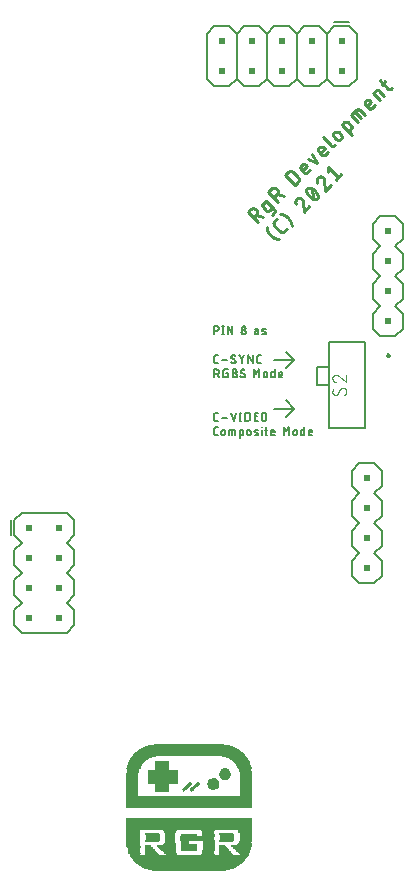
<source format=gto>
G04 EAGLE Gerber RS-274X export*
G75*
%MOMM*%
%FSLAX34Y34*%
%LPD*%
%INTop Silkscreen*%
%IPPOS*%
%AMOC8*
5,1,8,0,0,1.08239X$1,22.5*%
G01*
%ADD10C,0.228600*%
%ADD11C,0.127000*%
%ADD12C,0.152400*%
%ADD13C,0.203200*%
%ADD14R,0.508000X0.508000*%
%ADD15R,6.016753X0.009144*%
%ADD16R,6.208778X0.009144*%
%ADD17R,6.345934X0.009144*%
%ADD18R,6.464809X0.009144*%
%ADD19R,6.565391X0.009147*%
%ADD20R,6.656834X0.009144*%
%ADD21R,6.748272X0.009144*%
%ADD22R,6.821422X0.009144*%
%ADD23R,6.894578X0.009144*%
%ADD24R,6.958584X0.009144*%
%ADD25R,7.022591X0.009144*%
%ADD26R,7.086600X0.009144*%
%ADD27R,7.150609X0.009144*%
%ADD28R,7.205472X0.009144*%
%ADD29R,7.260334X0.009144*%
%ADD30R,7.306056X0.009144*%
%ADD31R,7.351778X0.009147*%
%ADD32R,7.406641X0.009144*%
%ADD33R,7.461503X0.009144*%
%ADD34R,7.498078X0.009144*%
%ADD35R,7.552944X0.009144*%
%ADD36R,7.589522X0.009144*%
%ADD37R,7.626097X0.009144*%
%ADD38R,7.680959X0.009144*%
%ADD39R,7.717534X0.009144*%
%ADD40R,7.754109X0.009144*%
%ADD41R,7.790691X0.009144*%
%ADD42R,7.827266X0.009144*%
%ADD43R,7.863841X0.009144*%
%ADD44R,7.900416X0.009147*%
%ADD45R,7.936991X0.009144*%
%ADD46R,7.973566X0.009144*%
%ADD47R,8.010144X0.009144*%
%ADD48R,8.046722X0.009144*%
%ADD49R,8.074153X0.009144*%
%ADD50R,8.101584X0.009144*%
%ADD51R,8.138159X0.009144*%
%ADD52R,8.174734X0.009144*%
%ADD53R,8.202166X0.009144*%
%ADD54R,8.229600X0.009144*%
%ADD55R,8.266178X0.009144*%
%ADD56R,8.284466X0.009147*%
%ADD57R,8.321041X0.009144*%
%ADD58R,8.348472X0.009144*%
%ADD59R,8.375903X0.009144*%
%ADD60R,8.403334X0.009144*%
%ADD61R,8.430766X0.009144*%
%ADD62R,8.458200X0.009144*%
%ADD63R,8.485634X0.009144*%
%ADD64R,8.503922X0.009144*%
%ADD65R,8.540497X0.009144*%
%ADD66R,8.558784X0.009144*%
%ADD67R,8.586216X0.009144*%
%ADD68R,8.613647X0.009144*%
%ADD69R,8.631934X0.009147*%
%ADD70R,8.659366X0.009144*%
%ADD71R,8.686800X0.009144*%
%ADD72R,8.705091X0.009144*%
%ADD73R,8.723378X0.009144*%
%ADD74R,8.750809X0.009144*%
%ADD75R,8.778241X0.009144*%
%ADD76R,8.796528X0.009144*%
%ADD77R,8.814816X0.009144*%
%ADD78R,8.842247X0.009144*%
%ADD79R,8.869678X0.009144*%
%ADD80R,8.887966X0.009144*%
%ADD81R,8.906256X0.009147*%
%ADD82R,8.924544X0.009144*%
%ADD83R,8.942834X0.009144*%
%ADD84R,8.961122X0.009144*%
%ADD85R,8.988553X0.009144*%
%ADD86R,9.015984X0.009144*%
%ADD87R,9.034272X0.009144*%
%ADD88R,9.052559X0.009144*%
%ADD89R,9.070847X0.009144*%
%ADD90R,9.089134X0.009144*%
%ADD91R,9.107422X0.009144*%
%ADD92R,9.125709X0.009144*%
%ADD93R,9.144000X0.009144*%
%ADD94R,9.162291X0.009147*%
%ADD95R,9.180578X0.009144*%
%ADD96R,9.198866X0.009144*%
%ADD97R,9.217153X0.009144*%
%ADD98R,9.235441X0.009144*%
%ADD99R,9.253728X0.009144*%
%ADD100R,9.272016X0.009144*%
%ADD101R,9.290303X0.009144*%
%ADD102R,9.308591X0.009144*%
%ADD103R,9.326878X0.009144*%
%ADD104R,9.336022X0.009144*%
%ADD105R,9.354313X0.009144*%
%ADD106R,9.363456X0.009147*%
%ADD107R,9.381744X0.009144*%
%ADD108R,9.400034X0.009144*%
%ADD109R,9.418322X0.009144*%
%ADD110R,9.436609X0.009144*%
%ADD111R,9.454897X0.009144*%
%ADD112R,9.464041X0.009144*%
%ADD113R,9.473184X0.009144*%
%ADD114R,9.491472X0.009144*%
%ADD115R,9.509759X0.009144*%
%ADD116R,9.528047X0.009144*%
%ADD117R,9.546334X0.009144*%
%ADD118R,9.555478X0.009144*%
%ADD119R,9.564622X0.009147*%
%ADD120R,9.582909X0.009144*%
%ADD121R,9.601200X0.009144*%
%ADD122R,9.610344X0.009144*%
%ADD123R,9.619491X0.009144*%
%ADD124R,9.637778X0.009144*%
%ADD125R,9.656066X0.009144*%
%ADD126R,9.665209X0.009144*%
%ADD127R,9.674353X0.009144*%
%ADD128R,9.692641X0.009144*%
%ADD129R,9.710928X0.009144*%
%ADD130R,9.720072X0.009144*%
%ADD131R,9.729216X0.009147*%
%ADD132R,9.747503X0.009144*%
%ADD133R,9.756647X0.009144*%
%ADD134R,9.765791X0.009144*%
%ADD135R,9.784078X0.009144*%
%ADD136R,9.793222X0.009144*%
%ADD137R,9.802366X0.009144*%
%ADD138R,9.820656X0.009144*%
%ADD139R,9.829800X0.009144*%
%ADD140R,9.838944X0.009144*%
%ADD141R,9.857234X0.009144*%
%ADD142R,9.866378X0.009144*%
%ADD143R,9.875522X0.009144*%
%ADD144R,9.893809X0.009147*%
%ADD145R,9.893809X0.009144*%
%ADD146R,9.912097X0.009144*%
%ADD147R,9.921241X0.009144*%
%ADD148R,9.930384X0.009144*%
%ADD149R,9.948672X0.009144*%
%ADD150R,0.822959X0.009144*%
%ADD151R,1.216153X0.009144*%
%ADD152R,1.051559X0.009144*%
%ADD153R,1.335025X0.009144*%
%ADD154R,1.225297X0.009144*%
%ADD155R,0.530353X0.009144*%
%ADD156R,0.832103X0.009144*%
%ADD157R,1.207009X0.009144*%
%ADD158R,0.987553X0.009144*%
%ADD159R,1.261872X0.009144*%
%ADD160R,0.548641X0.009144*%
%ADD161R,1.197866X0.009144*%
%ADD162R,0.960122X0.009144*%
%ADD163R,0.566928X0.009144*%
%ADD164R,0.841247X0.009144*%
%ADD165R,1.188722X0.009144*%
%ADD166R,0.941831X0.009144*%
%ADD167R,1.188719X0.009144*%
%ADD168R,0.576072X0.009144*%
%ADD169R,0.850391X0.009144*%
%ADD170R,1.179575X0.009144*%
%ADD171R,0.923544X0.009144*%
%ADD172R,1.161288X0.009144*%
%ADD173R,0.594359X0.009144*%
%ADD174R,1.170431X0.009144*%
%ADD175R,0.914400X0.009144*%
%ADD176R,1.143000X0.009144*%
%ADD177R,0.603503X0.009144*%
%ADD178R,0.859534X0.009147*%
%ADD179R,1.161288X0.009147*%
%ADD180R,0.905256X0.009147*%
%ADD181R,1.124713X0.009147*%
%ADD182R,1.170431X0.009147*%
%ADD183R,0.621791X0.009147*%
%ADD184R,0.859534X0.009144*%
%ADD185R,0.896113X0.009144*%
%ADD186R,1.106425X0.009144*%
%ADD187R,0.630934X0.009144*%
%ADD188R,0.868678X0.009144*%
%ADD189R,1.152144X0.009144*%
%ADD190R,0.886969X0.009144*%
%ADD191R,1.088134X0.009144*%
%ADD192R,0.649222X0.009144*%
%ADD193R,1.078991X0.009144*%
%ADD194R,0.658366X0.009144*%
%ADD195R,0.877822X0.009144*%
%ADD196R,1.133856X0.009144*%
%ADD197R,0.886966X0.009144*%
%ADD198R,1.069847X0.009144*%
%ADD199R,0.676656X0.009144*%
%ADD200R,1.124713X0.009144*%
%ADD201R,1.060703X0.009144*%
%ADD202R,0.704091X0.009144*%
%ADD203R,1.115569X0.009144*%
%ADD204R,0.713234X0.009144*%
%ADD205R,1.042416X0.009144*%
%ADD206R,0.731522X0.009144*%
%ADD207R,1.097281X0.009144*%
%ADD208R,1.033272X0.009144*%
%ADD209R,0.740666X0.009144*%
%ADD210R,1.088137X0.009144*%
%ADD211R,0.758953X0.009144*%
%ADD212R,0.905256X0.009144*%
%ADD213R,1.078994X0.009144*%
%ADD214R,1.024128X0.009144*%
%ADD215R,0.768097X0.009144*%
%ADD216R,1.069850X0.009144*%
%ADD217R,1.014984X0.009144*%
%ADD218R,0.786384X0.009144*%
%ADD219R,0.795528X0.009144*%
%ADD220R,0.914400X0.009147*%
%ADD221R,1.051559X0.009147*%
%ADD222R,0.923544X0.009147*%
%ADD223R,1.005841X0.009147*%
%ADD224R,1.060703X0.009147*%
%ADD225R,0.813816X0.009147*%
%ADD226R,1.005841X0.009144*%
%ADD227R,0.932688X0.009144*%
%ADD228R,0.996697X0.009144*%
%ADD229R,0.950978X0.009144*%
%ADD230R,0.877825X0.009144*%
%ADD231R,0.950975X0.009144*%
%ADD232R,0.969266X0.009144*%
%ADD233R,0.978409X0.009144*%
%ADD234R,0.978406X0.009144*%
%ADD235R,0.960119X0.009144*%
%ADD236R,0.969263X0.009144*%
%ADD237R,0.969263X0.009147*%
%ADD238R,0.950975X0.009147*%
%ADD239R,0.978406X0.009147*%
%ADD240R,0.960119X0.009147*%
%ADD241R,0.987550X0.009144*%
%ADD242R,1.005837X0.009144*%
%ADD243R,1.014981X0.009144*%
%ADD244R,1.033275X0.009144*%
%ADD245R,1.042419X0.009144*%
%ADD246R,1.051562X0.009144*%
%ADD247R,0.996694X0.009144*%
%ADD248R,0.868681X0.009144*%
%ADD249R,0.859538X0.009144*%
%ADD250R,0.850394X0.009144*%
%ADD251R,1.097278X0.009144*%
%ADD252R,1.014984X0.009147*%
%ADD253R,0.841250X0.009147*%
%ADD254R,1.106422X0.009147*%
%ADD255R,0.841247X0.009147*%
%ADD256R,1.152144X0.009147*%
%ADD257R,1.124709X0.009144*%
%ADD258R,1.133853X0.009144*%
%ADD259R,1.426466X0.009144*%
%ADD260R,0.813816X0.009144*%
%ADD261R,0.804672X0.009144*%
%ADD262R,0.777241X0.009144*%
%ADD263R,1.243584X0.009144*%
%ADD264R,1.252728X0.009144*%
%ADD265R,1.271016X0.009144*%
%ADD266R,1.197863X0.009144*%
%ADD267R,1.289303X0.009144*%
%ADD268R,0.749809X0.009144*%
%ADD269R,1.207006X0.009144*%
%ADD270R,1.298447X0.009144*%
%ADD271R,0.740666X0.009147*%
%ADD272R,1.216150X0.009147*%
%ADD273R,1.426466X0.009147*%
%ADD274R,1.307591X0.009147*%
%ADD275R,1.225294X0.009144*%
%ADD276R,0.731519X0.009144*%
%ADD277R,1.316734X0.009144*%
%ADD278R,0.722375X0.009144*%
%ADD279R,1.234438X0.009144*%
%ADD280R,0.713231X0.009144*%
%ADD281R,1.344169X0.009144*%
%ADD282R,0.704088X0.009144*%
%ADD283R,1.353313X0.009144*%
%ADD284R,0.694944X0.009144*%
%ADD285R,1.371600X0.009144*%
%ADD286R,0.685800X0.009144*%
%ADD287R,1.280159X0.009144*%
%ADD288R,1.380744X0.009144*%
%ADD289R,1.389888X0.009144*%
%ADD290R,0.667513X0.009144*%
%ADD291R,1.408175X0.009144*%
%ADD292R,0.658369X0.009144*%
%ADD293R,1.307591X0.009144*%
%ADD294R,1.417319X0.009144*%
%ADD295R,0.649225X0.009144*%
%ADD296R,1.426462X0.009144*%
%ADD297R,0.640081X0.009144*%
%ADD298R,1.325878X0.009144*%
%ADD299R,1.444750X0.009144*%
%ADD300R,0.630938X0.009144*%
%ADD301R,1.335022X0.009144*%
%ADD302R,1.463037X0.009144*%
%ADD303R,1.088134X0.009147*%
%ADD304R,0.630938X0.009147*%
%ADD305R,1.344166X0.009147*%
%ADD306R,1.472181X0.009147*%
%ADD307R,0.621794X0.009144*%
%ADD308R,1.353309X0.009144*%
%ADD309R,0.621791X0.009144*%
%ADD310R,1.481328X0.009144*%
%ADD311R,0.612650X0.009144*%
%ADD312R,1.362456X0.009144*%
%ADD313R,0.612647X0.009144*%
%ADD314R,1.490472X0.009144*%
%ADD315R,1.508759X0.009144*%
%ADD316R,1.517903X0.009144*%
%ADD317R,0.585216X0.009144*%
%ADD318R,1.399031X0.009144*%
%ADD319R,1.527047X0.009144*%
%ADD320R,1.536191X0.009144*%
%ADD321R,1.554481X0.009144*%
%ADD322R,1.106422X0.009144*%
%ADD323R,0.557784X0.009144*%
%ADD324R,1.563625X0.009144*%
%ADD325R,1.435606X0.009144*%
%ADD326R,1.572769X0.009144*%
%ADD327R,0.539497X0.009144*%
%ADD328R,1.581913X0.009144*%
%ADD329R,1.453894X0.009144*%
%ADD330R,1.600200X0.009144*%
%ADD331R,1.115569X0.009147*%
%ADD332R,0.521209X0.009147*%
%ADD333R,1.463037X0.009147*%
%ADD334R,0.530353X0.009147*%
%ADD335R,1.618491X0.009147*%
%ADD336R,0.512066X0.009144*%
%ADD337R,1.472181X0.009144*%
%ADD338R,0.521209X0.009144*%
%ADD339R,1.627634X0.009144*%
%ADD340R,0.502922X0.009144*%
%ADD341R,1.636778X0.009144*%
%ADD342R,0.493775X0.009144*%
%ADD343R,0.502919X0.009144*%
%ADD344R,1.645922X0.009144*%
%ADD345R,1.499616X0.009144*%
%ADD346R,1.664209X0.009144*%
%ADD347R,0.484631X0.009144*%
%ADD348R,1.673353X0.009144*%
%ADD349R,0.475488X0.009144*%
%ADD350R,1.682497X0.009144*%
%ADD351R,0.466344X0.009144*%
%ADD352R,1.691641X0.009144*%
%ADD353R,0.457200X0.009144*%
%ADD354R,1.545334X0.009144*%
%ADD355R,1.700784X0.009144*%
%ADD356R,0.448056X0.009144*%
%ADD357R,1.554478X0.009144*%
%ADD358R,1.709928X0.009144*%
%ADD359R,0.438913X0.009144*%
%ADD360R,1.563622X0.009144*%
%ADD361R,1.728216X0.009144*%
%ADD362R,0.429769X0.009144*%
%ADD363R,1.737359X0.009144*%
%ADD364R,1.133856X0.009147*%
%ADD365R,1.143000X0.009147*%
%ADD366R,1.316738X0.009147*%
%ADD367R,1.115566X0.009144*%
%ADD368R,0.685800X0.009147*%
%ADD369R,0.896109X0.009144*%
%ADD370R,0.896109X0.009147*%
%ADD371R,0.877822X0.009147*%
%ADD372R,1.078991X0.009147*%
%ADD373R,2.825497X0.009144*%
%ADD374R,1.216153X0.009147*%
%ADD375R,0.868678X0.009147*%
%ADD376R,2.825497X0.009147*%
%ADD377R,1.225297X0.009147*%
%ADD378R,1.234441X0.009144*%
%ADD379R,1.234441X0.009147*%
%ADD380R,0.886966X0.009147*%
%ADD381R,0.932688X0.009147*%
%ADD382R,0.987553X0.009147*%
%ADD383R,1.106425X0.009147*%
%ADD384R,1.042416X0.009147*%
%ADD385R,1.472184X0.009144*%
%ADD386R,1.591056X0.009147*%
%ADD387R,1.325878X0.009147*%
%ADD388R,1.426462X0.009147*%
%ADD389R,10.643616X0.009144*%
%ADD390R,10.643616X0.009147*%
%ADD391R,10.625328X0.009144*%
%ADD392R,1.033272X0.009147*%
%ADD393R,0.073153X0.009144*%
%ADD394R,0.109728X0.009144*%
%ADD395R,0.128016X0.009144*%
%ADD396R,0.146303X0.009144*%
%ADD397R,0.173738X0.009144*%
%ADD398R,0.164591X0.009144*%
%ADD399R,0.192025X0.009144*%
%ADD400R,0.182878X0.009144*%
%ADD401R,0.201169X0.009144*%
%ADD402R,0.201166X0.009144*%
%ADD403R,0.219456X0.009144*%
%ADD404R,0.237744X0.009147*%
%ADD405R,0.228600X0.009147*%
%ADD406R,0.246888X0.009144*%
%ADD407R,0.256034X0.009144*%
%ADD408R,0.256031X0.009144*%
%ADD409R,0.265178X0.009144*%
%ADD410R,0.265175X0.009144*%
%ADD411R,0.274322X0.009144*%
%ADD412R,0.274319X0.009144*%
%ADD413R,0.283466X0.009144*%
%ADD414R,0.283463X0.009144*%
%ADD415R,0.292609X0.009144*%
%ADD416R,0.292606X0.009144*%
%ADD417R,0.301753X0.009144*%
%ADD418R,0.228600X0.009144*%
%ADD419R,0.310897X0.009144*%
%ADD420R,0.320041X0.009144*%
%ADD421R,0.347472X0.009144*%
%ADD422R,0.384047X0.009144*%
%ADD423R,0.329184X0.009144*%
%ADD424R,0.320038X0.009144*%
%ADD425R,0.420622X0.009144*%
%ADD426R,0.329181X0.009144*%
%ADD427R,0.493778X0.009144*%
%ADD428R,0.329184X0.009147*%
%ADD429R,0.640078X0.009144*%
%ADD430R,0.749809X0.009147*%
%ADD431R,0.310894X0.009144*%
%ADD432R,0.301750X0.009144*%
%ADD433R,0.237744X0.009144*%
%ADD434R,0.219456X0.009147*%
%ADD435R,0.210313X0.009147*%
%ADD436R,2.596894X0.009144*%
%ADD437R,0.173734X0.009144*%
%ADD438R,0.182881X0.009144*%
%ADD439R,0.155447X0.009144*%
%ADD440R,0.164594X0.009144*%
%ADD441R,0.137159X0.009144*%
%ADD442R,0.146306X0.009144*%
%ADD443R,0.118872X0.009144*%
%ADD444R,0.128019X0.009144*%
%ADD445R,0.100584X0.009144*%
%ADD446R,0.064009X0.009144*%
%ADD447R,0.064006X0.009144*%
%ADD448R,2.596894X0.009147*%
%ADD449R,0.731522X0.009147*%
%ADD450R,0.475488X0.009147*%
%ADD451R,0.365759X0.009147*%
%ADD452R,0.402334X0.009144*%
%ADD453R,0.411478X0.009144*%
%ADD454R,0.438909X0.009144*%
%ADD455R,0.365759X0.009144*%
%ADD456R,0.475491X0.009144*%
%ADD457R,0.667509X0.009144*%
%ADD458R,0.694944X0.009147*%
%ADD459R,0.905253X0.009144*%
%ADD460R,0.923547X0.009144*%
%ADD461R,0.923547X0.009147*%
%ADD462R,0.932691X0.009144*%
%ADD463R,0.932691X0.009147*%
%ADD464R,1.069850X0.009147*%
%ADD465R,0.786384X0.009147*%
%ADD466R,1.069847X0.009147*%
%ADD467R,0.722378X0.009144*%
%ADD468R,1.078994X0.009147*%
%ADD469R,0.566928X0.009147*%
%ADD470R,0.429766X0.009144*%
%ADD471R,1.124709X0.009147*%
%ADD472R,1.179578X0.009144*%
%ADD473R,1.188722X0.009147*%
%ADD474R,1.197866X0.009147*%
%ADD475R,1.216150X0.009144*%
%ADD476R,1.234438X0.009147*%
%ADD477R,1.243581X0.009144*%
%ADD478R,1.289303X0.009147*%
%ADD479R,1.298450X0.009144*%
%ADD480R,1.307594X0.009144*%
%ADD481R,1.316738X0.009144*%
%ADD482R,1.325881X0.009144*%
%ADD483R,1.344166X0.009144*%
%ADD484R,1.353309X0.009147*%
%ADD485R,1.362453X0.009144*%
%ADD486R,1.435609X0.009144*%
%ADD487R,1.444753X0.009144*%
%ADD488R,1.453897X0.009147*%
%ADD489R,1.463041X0.009144*%
%ADD490R,1.453897X0.009144*%
%ADD491R,1.499619X0.009144*%
%ADD492R,1.508763X0.009144*%
%ADD493R,1.517906X0.009144*%
%ADD494R,1.527050X0.009144*%
%ADD495R,1.581913X0.009147*%
%ADD496R,1.572766X0.009147*%
%ADD497R,1.591056X0.009144*%
%ADD498R,1.609344X0.009144*%
%ADD499R,1.618488X0.009144*%
%ADD500R,1.636775X0.009144*%
%ADD501R,1.655063X0.009144*%
%ADD502R,1.728219X0.009144*%
%ADD503R,1.755650X0.009144*%
%ADD504R,1.773938X0.009144*%
%ADD505R,1.801366X0.009144*%
%ADD506R,1.801369X0.009144*%
%ADD507R,1.828800X0.009147*%
%ADD508R,1.837947X0.009147*%
%ADD509R,1.865375X0.009144*%
%ADD510R,1.911094X0.009144*%
%ADD511R,1.901950X0.009144*%
%ADD512R,1.956816X0.009144*%
%ADD513R,1.947672X0.009144*%
%ADD514R,2.020825X0.009144*%
%ADD515R,2.011678X0.009144*%
%ADD516R,9.518903X0.009144*%
%ADD517R,9.427466X0.009144*%
%ADD518R,9.418322X0.009147*%
%ADD519R,9.363456X0.009144*%
%ADD520R,9.345166X0.009144*%
%ADD521R,9.281159X0.009144*%
%ADD522R,9.262872X0.009144*%
%ADD523R,9.244584X0.009144*%
%ADD524R,9.226297X0.009144*%
%ADD525R,9.208009X0.009144*%
%ADD526R,9.198866X0.009147*%
%ADD527R,9.162291X0.009144*%
%ADD528R,9.116566X0.009144*%
%ADD529R,9.098278X0.009144*%
%ADD530R,9.079991X0.009144*%
%ADD531R,9.061703X0.009144*%
%ADD532R,8.997697X0.009144*%
%ADD533R,8.979409X0.009144*%
%ADD534R,8.961122X0.009147*%
%ADD535R,8.897113X0.009144*%
%ADD536R,8.878822X0.009144*%
%ADD537R,8.851391X0.009144*%
%ADD538R,8.833103X0.009144*%
%ADD539R,8.769097X0.009144*%
%ADD540R,8.741666X0.009144*%
%ADD541R,8.668509X0.009147*%
%ADD542R,8.650222X0.009144*%
%ADD543R,8.631934X0.009144*%
%ADD544R,8.595359X0.009144*%
%ADD545R,8.577072X0.009144*%
%ADD546R,8.522209X0.009144*%
%ADD547R,8.467344X0.009144*%
%ADD548R,8.449056X0.009144*%
%ADD549R,8.421622X0.009144*%
%ADD550R,8.394191X0.009144*%
%ADD551R,8.366759X0.009147*%
%ADD552R,8.339328X0.009144*%
%ADD553R,8.302753X0.009144*%
%ADD554R,8.284466X0.009144*%
%ADD555R,8.247891X0.009144*%
%ADD556R,8.220456X0.009144*%
%ADD557R,8.193022X0.009144*%
%ADD558R,8.156447X0.009144*%
%ADD559R,8.129016X0.009144*%
%ADD560R,8.065009X0.009144*%
%ADD561R,8.028434X0.009144*%
%ADD562R,7.991856X0.009144*%
%ADD563R,7.955278X0.009147*%
%ADD564R,7.927847X0.009144*%
%ADD565R,7.891272X0.009144*%
%ADD566R,7.854697X0.009144*%
%ADD567R,7.818122X0.009144*%
%ADD568R,7.772400X0.009144*%
%ADD569R,7.735822X0.009144*%
%ADD570R,7.699247X0.009144*%
%ADD571R,7.662672X0.009144*%
%ADD572R,7.616953X0.009144*%
%ADD573R,7.571234X0.009144*%
%ADD574R,7.534656X0.009144*%
%ADD575R,7.479791X0.009147*%
%ADD576R,7.443216X0.009144*%
%ADD577R,7.388353X0.009144*%
%ADD578R,7.342634X0.009144*%
%ADD579R,7.296909X0.009144*%
%ADD580R,7.242047X0.009144*%
%ADD581R,7.187184X0.009144*%
%ADD582R,7.123178X0.009144*%
%ADD583R,7.059166X0.009144*%
%ADD584R,7.004303X0.009144*%
%ADD585R,6.931153X0.009144*%
%ADD586R,6.867144X0.009144*%
%ADD587R,6.793991X0.009144*%
%ADD588R,6.711697X0.009147*%
%ADD589R,6.629400X0.009144*%
%ADD590R,6.528816X0.009144*%
%ADD591R,6.428234X0.009144*%
%ADD592R,6.309359X0.009144*%
%ADD593R,6.153913X0.009144*%
%ADD594R,5.925309X0.009144*%
%ADD595C,0.200000*%
%ADD596C,0.100000*%
%ADD597C,0.200000*%
%ADD598C,0.101600*%


D10*
X824754Y637755D02*
X816312Y646196D01*
X818657Y648541D01*
X818740Y648620D01*
X818825Y648697D01*
X818912Y648771D01*
X819002Y648841D01*
X819095Y648909D01*
X819190Y648973D01*
X819287Y649034D01*
X819386Y649091D01*
X819486Y649145D01*
X819589Y649196D01*
X819693Y649243D01*
X819799Y649286D01*
X819907Y649326D01*
X820016Y649362D01*
X820125Y649394D01*
X820236Y649422D01*
X820348Y649447D01*
X820461Y649468D01*
X820574Y649484D01*
X820688Y649497D01*
X820802Y649506D01*
X820916Y649511D01*
X821031Y649512D01*
X821145Y649509D01*
X821259Y649502D01*
X821373Y649491D01*
X821487Y649476D01*
X821600Y649458D01*
X821712Y649435D01*
X821823Y649409D01*
X821934Y649378D01*
X822043Y649344D01*
X822151Y649307D01*
X822258Y649265D01*
X822363Y649220D01*
X822466Y649171D01*
X822568Y649119D01*
X822668Y649063D01*
X822766Y649004D01*
X822862Y648941D01*
X822956Y648875D01*
X823047Y648806D01*
X823136Y648734D01*
X823222Y648659D01*
X823306Y648581D01*
X823387Y648500D01*
X823465Y648416D01*
X823540Y648330D01*
X823612Y648241D01*
X823681Y648150D01*
X823747Y648056D01*
X823810Y647960D01*
X823869Y647862D01*
X823925Y647762D01*
X823977Y647661D01*
X824026Y647557D01*
X824071Y647452D01*
X824113Y647345D01*
X824150Y647237D01*
X824184Y647128D01*
X824215Y647017D01*
X824241Y646906D01*
X824264Y646794D01*
X824282Y646681D01*
X824297Y646567D01*
X824308Y646453D01*
X824315Y646339D01*
X824318Y646225D01*
X824317Y646110D01*
X824312Y645996D01*
X824303Y645882D01*
X824290Y645768D01*
X824274Y645655D01*
X824253Y645542D01*
X824228Y645430D01*
X824200Y645319D01*
X824168Y645210D01*
X824132Y645101D01*
X824092Y644993D01*
X824049Y644888D01*
X824002Y644783D01*
X823951Y644680D01*
X823897Y644580D01*
X823840Y644481D01*
X823779Y644384D01*
X823715Y644289D01*
X823647Y644196D01*
X823577Y644106D01*
X823503Y644019D01*
X823426Y643934D01*
X823347Y643851D01*
X821002Y641506D01*
X823816Y644320D02*
X829443Y642444D01*
X834920Y647921D02*
X837265Y650266D01*
X834920Y647921D02*
X834857Y647861D01*
X834792Y647804D01*
X834724Y647749D01*
X834654Y647698D01*
X834582Y647650D01*
X834508Y647605D01*
X834432Y647563D01*
X834354Y647524D01*
X834275Y647489D01*
X834194Y647458D01*
X834111Y647430D01*
X834028Y647406D01*
X833944Y647385D01*
X833859Y647368D01*
X833773Y647355D01*
X833686Y647346D01*
X833600Y647340D01*
X833513Y647338D01*
X833426Y647340D01*
X833340Y647346D01*
X833253Y647355D01*
X833167Y647368D01*
X833082Y647385D01*
X832998Y647406D01*
X832915Y647430D01*
X832832Y647458D01*
X832751Y647489D01*
X832672Y647524D01*
X832594Y647563D01*
X832518Y647605D01*
X832444Y647650D01*
X832372Y647698D01*
X832302Y647749D01*
X832234Y647804D01*
X832169Y647861D01*
X832106Y647921D01*
X832107Y647921D02*
X829293Y650735D01*
X829233Y650798D01*
X829176Y650863D01*
X829121Y650931D01*
X829070Y651001D01*
X829022Y651073D01*
X828977Y651147D01*
X828935Y651223D01*
X828896Y651301D01*
X828861Y651380D01*
X828830Y651461D01*
X828802Y651544D01*
X828778Y651627D01*
X828757Y651711D01*
X828740Y651796D01*
X828727Y651882D01*
X828718Y651969D01*
X828712Y652055D01*
X828710Y652142D01*
X828712Y652229D01*
X828718Y652315D01*
X828727Y652402D01*
X828740Y652488D01*
X828757Y652573D01*
X828778Y652657D01*
X828802Y652740D01*
X828830Y652823D01*
X828861Y652904D01*
X828896Y652983D01*
X828935Y653061D01*
X828977Y653137D01*
X829022Y653211D01*
X829070Y653283D01*
X829121Y653353D01*
X829176Y653421D01*
X829233Y653486D01*
X829293Y653549D01*
X831638Y655894D01*
X838672Y648859D01*
X838732Y648796D01*
X838789Y648731D01*
X838844Y648663D01*
X838895Y648593D01*
X838943Y648521D01*
X838988Y648447D01*
X839030Y648371D01*
X839069Y648293D01*
X839104Y648214D01*
X839135Y648133D01*
X839163Y648050D01*
X839187Y647967D01*
X839208Y647883D01*
X839225Y647798D01*
X839238Y647712D01*
X839247Y647625D01*
X839253Y647539D01*
X839255Y647452D01*
X839253Y647365D01*
X839247Y647279D01*
X839238Y647192D01*
X839225Y647106D01*
X839208Y647021D01*
X839187Y646937D01*
X839163Y646854D01*
X839135Y646771D01*
X839104Y646690D01*
X839069Y646611D01*
X839030Y646533D01*
X838988Y646457D01*
X838943Y646383D01*
X838895Y646311D01*
X838844Y646241D01*
X838789Y646173D01*
X838732Y646108D01*
X838672Y646045D01*
X836796Y644169D01*
X842254Y655255D02*
X833813Y663697D01*
X836158Y666041D01*
X836158Y666042D02*
X836241Y666121D01*
X836326Y666198D01*
X836413Y666272D01*
X836503Y666342D01*
X836596Y666410D01*
X836691Y666474D01*
X836788Y666535D01*
X836887Y666592D01*
X836987Y666646D01*
X837090Y666697D01*
X837194Y666744D01*
X837300Y666787D01*
X837408Y666827D01*
X837517Y666863D01*
X837626Y666895D01*
X837737Y666923D01*
X837849Y666948D01*
X837962Y666969D01*
X838075Y666985D01*
X838189Y666998D01*
X838303Y667007D01*
X838417Y667012D01*
X838532Y667013D01*
X838646Y667010D01*
X838760Y667003D01*
X838874Y666992D01*
X838988Y666977D01*
X839101Y666959D01*
X839213Y666936D01*
X839324Y666910D01*
X839435Y666879D01*
X839544Y666845D01*
X839652Y666808D01*
X839759Y666766D01*
X839864Y666721D01*
X839967Y666672D01*
X840069Y666620D01*
X840169Y666564D01*
X840267Y666505D01*
X840363Y666442D01*
X840457Y666376D01*
X840548Y666307D01*
X840637Y666235D01*
X840723Y666160D01*
X840807Y666082D01*
X840888Y666001D01*
X840966Y665917D01*
X841041Y665831D01*
X841113Y665742D01*
X841182Y665651D01*
X841248Y665557D01*
X841311Y665461D01*
X841370Y665363D01*
X841426Y665263D01*
X841478Y665162D01*
X841527Y665058D01*
X841572Y664953D01*
X841614Y664846D01*
X841651Y664738D01*
X841685Y664629D01*
X841716Y664518D01*
X841742Y664407D01*
X841765Y664295D01*
X841783Y664182D01*
X841798Y664068D01*
X841809Y663954D01*
X841816Y663840D01*
X841819Y663726D01*
X841818Y663611D01*
X841813Y663497D01*
X841804Y663383D01*
X841791Y663269D01*
X841775Y663156D01*
X841754Y663043D01*
X841729Y662931D01*
X841701Y662820D01*
X841669Y662711D01*
X841633Y662602D01*
X841593Y662494D01*
X841550Y662389D01*
X841503Y662284D01*
X841452Y662181D01*
X841398Y662081D01*
X841341Y661982D01*
X841280Y661885D01*
X841216Y661790D01*
X841148Y661697D01*
X841078Y661607D01*
X841004Y661520D01*
X840927Y661435D01*
X840848Y661352D01*
X838503Y659007D01*
X841317Y661821D02*
X846944Y659945D01*
X856348Y669349D02*
X847907Y677790D01*
X850252Y680135D01*
X850334Y680213D01*
X850418Y680289D01*
X850504Y680362D01*
X850593Y680432D01*
X850685Y680499D01*
X850778Y680563D01*
X850874Y680623D01*
X850972Y680680D01*
X851071Y680734D01*
X851173Y680785D01*
X851276Y680831D01*
X851381Y680875D01*
X851487Y680915D01*
X851594Y680951D01*
X851702Y680983D01*
X851812Y681012D01*
X851922Y681037D01*
X852034Y681058D01*
X852145Y681075D01*
X852258Y681089D01*
X852371Y681098D01*
X852484Y681104D01*
X852597Y681106D01*
X852710Y681104D01*
X852823Y681098D01*
X852936Y681089D01*
X853049Y681075D01*
X853160Y681058D01*
X853272Y681037D01*
X853382Y681012D01*
X853492Y680983D01*
X853600Y680951D01*
X853707Y680915D01*
X853813Y680875D01*
X853918Y680831D01*
X854021Y680785D01*
X854123Y680734D01*
X854222Y680680D01*
X854320Y680623D01*
X854416Y680563D01*
X854509Y680499D01*
X854601Y680432D01*
X854690Y680362D01*
X854776Y680289D01*
X854860Y680213D01*
X854942Y680135D01*
X854941Y680135D02*
X858693Y676384D01*
X858771Y676302D01*
X858847Y676218D01*
X858920Y676132D01*
X858990Y676043D01*
X859057Y675951D01*
X859121Y675858D01*
X859181Y675762D01*
X859238Y675664D01*
X859292Y675565D01*
X859343Y675463D01*
X859389Y675360D01*
X859433Y675255D01*
X859473Y675149D01*
X859509Y675042D01*
X859541Y674934D01*
X859570Y674824D01*
X859595Y674714D01*
X859616Y674602D01*
X859633Y674491D01*
X859647Y674378D01*
X859656Y674265D01*
X859662Y674152D01*
X859664Y674039D01*
X859662Y673926D01*
X859656Y673813D01*
X859647Y673700D01*
X859633Y673587D01*
X859616Y673476D01*
X859595Y673364D01*
X859570Y673254D01*
X859541Y673144D01*
X859509Y673036D01*
X859473Y672929D01*
X859433Y672822D01*
X859389Y672718D01*
X859343Y672615D01*
X859292Y672513D01*
X859238Y672414D01*
X859181Y672316D01*
X859121Y672220D01*
X859057Y672127D01*
X858990Y672035D01*
X858920Y671946D01*
X858847Y671860D01*
X858771Y671776D01*
X858693Y671694D01*
X856348Y669349D01*
X866975Y679975D02*
X869319Y682320D01*
X866975Y679975D02*
X866912Y679915D01*
X866847Y679858D01*
X866779Y679803D01*
X866709Y679752D01*
X866637Y679704D01*
X866563Y679659D01*
X866487Y679617D01*
X866409Y679578D01*
X866330Y679543D01*
X866249Y679512D01*
X866166Y679484D01*
X866083Y679460D01*
X865999Y679439D01*
X865914Y679422D01*
X865828Y679409D01*
X865741Y679400D01*
X865655Y679394D01*
X865568Y679392D01*
X865481Y679394D01*
X865395Y679400D01*
X865308Y679409D01*
X865222Y679422D01*
X865137Y679439D01*
X865053Y679460D01*
X864970Y679484D01*
X864887Y679512D01*
X864806Y679543D01*
X864727Y679578D01*
X864649Y679617D01*
X864573Y679659D01*
X864499Y679704D01*
X864427Y679752D01*
X864357Y679803D01*
X864289Y679858D01*
X864224Y679915D01*
X864161Y679975D01*
X861816Y682320D01*
X861746Y682393D01*
X861678Y682469D01*
X861613Y682548D01*
X861552Y682628D01*
X861493Y682712D01*
X861438Y682797D01*
X861386Y682884D01*
X861337Y682973D01*
X861292Y683065D01*
X861251Y683157D01*
X861213Y683252D01*
X861178Y683347D01*
X861148Y683444D01*
X861121Y683542D01*
X861098Y683641D01*
X861078Y683741D01*
X861063Y683841D01*
X861051Y683942D01*
X861043Y684044D01*
X861039Y684145D01*
X861039Y684247D01*
X861043Y684348D01*
X861051Y684450D01*
X861063Y684551D01*
X861078Y684651D01*
X861098Y684751D01*
X861121Y684850D01*
X861148Y684948D01*
X861178Y685045D01*
X861213Y685140D01*
X861251Y685235D01*
X861292Y685327D01*
X861337Y685419D01*
X861386Y685508D01*
X861438Y685595D01*
X861493Y685680D01*
X861552Y685764D01*
X861613Y685844D01*
X861678Y685923D01*
X861746Y685999D01*
X861816Y686072D01*
X861889Y686142D01*
X861965Y686210D01*
X862044Y686275D01*
X862124Y686336D01*
X862208Y686395D01*
X862293Y686450D01*
X862380Y686502D01*
X862469Y686551D01*
X862561Y686596D01*
X862653Y686637D01*
X862748Y686675D01*
X862843Y686710D01*
X862940Y686740D01*
X863038Y686767D01*
X863137Y686790D01*
X863237Y686810D01*
X863337Y686825D01*
X863438Y686837D01*
X863540Y686845D01*
X863641Y686849D01*
X863743Y686849D01*
X863844Y686845D01*
X863946Y686837D01*
X864047Y686825D01*
X864147Y686810D01*
X864247Y686790D01*
X864346Y686767D01*
X864444Y686740D01*
X864541Y686710D01*
X864636Y686675D01*
X864731Y686637D01*
X864823Y686596D01*
X864915Y686551D01*
X865004Y686502D01*
X865091Y686450D01*
X865176Y686395D01*
X865260Y686336D01*
X865340Y686275D01*
X865419Y686210D01*
X865495Y686142D01*
X865568Y686072D01*
X866506Y685134D01*
X862754Y681382D01*
X867483Y691739D02*
X874987Y687988D01*
X871235Y695491D01*
X882061Y695062D02*
X884406Y697407D01*
X882061Y695062D02*
X881998Y695002D01*
X881933Y694945D01*
X881865Y694890D01*
X881795Y694839D01*
X881723Y694791D01*
X881649Y694746D01*
X881573Y694704D01*
X881495Y694665D01*
X881416Y694630D01*
X881335Y694599D01*
X881252Y694571D01*
X881169Y694547D01*
X881085Y694526D01*
X881000Y694509D01*
X880914Y694496D01*
X880827Y694487D01*
X880741Y694481D01*
X880654Y694479D01*
X880567Y694481D01*
X880481Y694487D01*
X880394Y694496D01*
X880308Y694509D01*
X880223Y694526D01*
X880139Y694547D01*
X880056Y694571D01*
X879973Y694599D01*
X879892Y694630D01*
X879813Y694665D01*
X879735Y694704D01*
X879659Y694746D01*
X879585Y694791D01*
X879513Y694839D01*
X879443Y694890D01*
X879375Y694945D01*
X879310Y695002D01*
X879247Y695062D01*
X876903Y697407D01*
X876902Y697407D02*
X876832Y697480D01*
X876764Y697556D01*
X876699Y697635D01*
X876638Y697715D01*
X876579Y697799D01*
X876524Y697884D01*
X876472Y697971D01*
X876423Y698060D01*
X876378Y698152D01*
X876337Y698244D01*
X876299Y698339D01*
X876264Y698434D01*
X876234Y698531D01*
X876207Y698629D01*
X876184Y698728D01*
X876164Y698828D01*
X876149Y698928D01*
X876137Y699029D01*
X876129Y699131D01*
X876125Y699232D01*
X876125Y699334D01*
X876129Y699435D01*
X876137Y699537D01*
X876149Y699638D01*
X876164Y699738D01*
X876184Y699838D01*
X876207Y699937D01*
X876234Y700035D01*
X876264Y700132D01*
X876299Y700227D01*
X876337Y700322D01*
X876378Y700414D01*
X876423Y700506D01*
X876472Y700595D01*
X876524Y700682D01*
X876579Y700767D01*
X876638Y700851D01*
X876699Y700931D01*
X876764Y701010D01*
X876832Y701086D01*
X876902Y701159D01*
X876975Y701229D01*
X877051Y701297D01*
X877130Y701362D01*
X877210Y701423D01*
X877294Y701482D01*
X877379Y701537D01*
X877466Y701589D01*
X877555Y701638D01*
X877647Y701683D01*
X877739Y701724D01*
X877834Y701762D01*
X877929Y701797D01*
X878026Y701827D01*
X878124Y701854D01*
X878223Y701877D01*
X878323Y701897D01*
X878423Y701912D01*
X878524Y701924D01*
X878626Y701932D01*
X878727Y701936D01*
X878829Y701936D01*
X878930Y701932D01*
X879032Y701924D01*
X879133Y701912D01*
X879233Y701897D01*
X879333Y701877D01*
X879432Y701854D01*
X879530Y701827D01*
X879627Y701797D01*
X879722Y701762D01*
X879817Y701724D01*
X879909Y701683D01*
X880001Y701638D01*
X880090Y701589D01*
X880177Y701537D01*
X880262Y701482D01*
X880346Y701423D01*
X880426Y701362D01*
X880505Y701297D01*
X880581Y701229D01*
X880654Y701159D01*
X880654Y701158D02*
X881592Y700221D01*
X877841Y696469D01*
X887119Y702933D02*
X880084Y709968D01*
X887118Y702933D02*
X887181Y702873D01*
X887246Y702816D01*
X887314Y702761D01*
X887384Y702710D01*
X887456Y702662D01*
X887530Y702617D01*
X887606Y702575D01*
X887684Y702536D01*
X887763Y702501D01*
X887844Y702470D01*
X887927Y702442D01*
X888010Y702418D01*
X888094Y702397D01*
X888179Y702380D01*
X888265Y702367D01*
X888352Y702358D01*
X888438Y702352D01*
X888525Y702350D01*
X888612Y702352D01*
X888698Y702358D01*
X888785Y702367D01*
X888871Y702380D01*
X888956Y702397D01*
X889040Y702418D01*
X889123Y702442D01*
X889206Y702470D01*
X889287Y702501D01*
X889366Y702536D01*
X889444Y702575D01*
X889520Y702617D01*
X889594Y702662D01*
X889666Y702710D01*
X889736Y702761D01*
X889804Y702816D01*
X889869Y702873D01*
X889932Y702933D01*
X891451Y708204D02*
X889575Y710080D01*
X889575Y710079D02*
X889505Y710152D01*
X889437Y710228D01*
X889372Y710307D01*
X889311Y710387D01*
X889252Y710471D01*
X889197Y710556D01*
X889145Y710643D01*
X889096Y710732D01*
X889051Y710824D01*
X889010Y710916D01*
X888972Y711011D01*
X888937Y711106D01*
X888907Y711203D01*
X888880Y711301D01*
X888857Y711400D01*
X888837Y711500D01*
X888822Y711600D01*
X888810Y711701D01*
X888802Y711803D01*
X888798Y711904D01*
X888798Y712006D01*
X888802Y712107D01*
X888810Y712209D01*
X888822Y712310D01*
X888837Y712410D01*
X888857Y712510D01*
X888880Y712609D01*
X888907Y712707D01*
X888937Y712804D01*
X888972Y712899D01*
X889010Y712994D01*
X889051Y713086D01*
X889096Y713178D01*
X889145Y713267D01*
X889197Y713354D01*
X889252Y713439D01*
X889311Y713523D01*
X889372Y713603D01*
X889437Y713682D01*
X889505Y713758D01*
X889575Y713831D01*
X889648Y713901D01*
X889724Y713969D01*
X889803Y714034D01*
X889883Y714095D01*
X889967Y714154D01*
X890052Y714209D01*
X890139Y714261D01*
X890228Y714310D01*
X890320Y714355D01*
X890412Y714396D01*
X890507Y714434D01*
X890602Y714469D01*
X890699Y714499D01*
X890797Y714526D01*
X890896Y714549D01*
X890996Y714569D01*
X891096Y714584D01*
X891197Y714596D01*
X891299Y714604D01*
X891400Y714608D01*
X891502Y714608D01*
X891603Y714604D01*
X891705Y714596D01*
X891806Y714584D01*
X891906Y714569D01*
X892006Y714549D01*
X892105Y714526D01*
X892203Y714499D01*
X892300Y714469D01*
X892395Y714434D01*
X892490Y714396D01*
X892582Y714355D01*
X892674Y714310D01*
X892763Y714261D01*
X892850Y714209D01*
X892935Y714154D01*
X893019Y714095D01*
X893099Y714034D01*
X893178Y713969D01*
X893254Y713901D01*
X893327Y713831D01*
X895203Y711955D01*
X895203Y711956D02*
X895274Y711882D01*
X895343Y711805D01*
X895408Y711725D01*
X895470Y711644D01*
X895529Y711559D01*
X895585Y711473D01*
X895637Y711384D01*
X895686Y711294D01*
X895731Y711201D01*
X895773Y711107D01*
X895811Y711012D01*
X895845Y710914D01*
X895876Y710816D01*
X895902Y710717D01*
X895925Y710616D01*
X895944Y710515D01*
X895959Y710414D01*
X895970Y710311D01*
X895977Y710209D01*
X895980Y710106D01*
X895979Y710003D01*
X895974Y709900D01*
X895965Y709798D01*
X895952Y709696D01*
X895935Y709594D01*
X895914Y709493D01*
X895890Y709393D01*
X895861Y709295D01*
X895829Y709197D01*
X895793Y709101D01*
X895753Y709006D01*
X895709Y708912D01*
X895662Y708821D01*
X895612Y708731D01*
X895558Y708644D01*
X895500Y708558D01*
X895440Y708475D01*
X895376Y708394D01*
X895309Y708316D01*
X895239Y708241D01*
X895166Y708168D01*
X895091Y708098D01*
X895013Y708031D01*
X894932Y707967D01*
X894849Y707907D01*
X894763Y707849D01*
X894676Y707795D01*
X894586Y707745D01*
X894495Y707698D01*
X894401Y707654D01*
X894307Y707614D01*
X894210Y707578D01*
X894113Y707546D01*
X894014Y707517D01*
X893914Y707493D01*
X893813Y707472D01*
X893712Y707455D01*
X893609Y707442D01*
X893507Y707433D01*
X893404Y707428D01*
X893301Y707427D01*
X893198Y707430D01*
X893096Y707437D01*
X892993Y707448D01*
X892892Y707463D01*
X892791Y707482D01*
X892690Y707505D01*
X892591Y707531D01*
X892493Y707562D01*
X892396Y707596D01*
X892300Y707634D01*
X892206Y707676D01*
X892113Y707721D01*
X892023Y707770D01*
X891934Y707822D01*
X891848Y707878D01*
X891763Y707937D01*
X891682Y707999D01*
X891602Y708064D01*
X891525Y708133D01*
X891451Y708204D01*
X895917Y720172D02*
X904358Y711731D01*
X895917Y720172D02*
X898261Y722517D01*
X898324Y722577D01*
X898389Y722634D01*
X898457Y722689D01*
X898527Y722740D01*
X898599Y722788D01*
X898673Y722833D01*
X898749Y722875D01*
X898827Y722914D01*
X898906Y722949D01*
X898987Y722980D01*
X899070Y723008D01*
X899153Y723032D01*
X899237Y723053D01*
X899322Y723070D01*
X899408Y723083D01*
X899495Y723092D01*
X899581Y723098D01*
X899668Y723100D01*
X899755Y723098D01*
X899841Y723092D01*
X899928Y723083D01*
X900014Y723070D01*
X900099Y723053D01*
X900183Y723032D01*
X900266Y723008D01*
X900349Y722980D01*
X900430Y722949D01*
X900509Y722914D01*
X900587Y722875D01*
X900663Y722833D01*
X900737Y722788D01*
X900809Y722740D01*
X900879Y722689D01*
X900947Y722634D01*
X901012Y722577D01*
X901075Y722517D01*
X903889Y719704D01*
X903949Y719641D01*
X904006Y719576D01*
X904061Y719508D01*
X904112Y719438D01*
X904160Y719366D01*
X904205Y719292D01*
X904247Y719216D01*
X904286Y719138D01*
X904321Y719059D01*
X904352Y718978D01*
X904380Y718895D01*
X904404Y718812D01*
X904425Y718728D01*
X904442Y718643D01*
X904455Y718557D01*
X904464Y718470D01*
X904470Y718384D01*
X904472Y718297D01*
X904470Y718210D01*
X904464Y718124D01*
X904455Y718037D01*
X904442Y717951D01*
X904425Y717866D01*
X904404Y717782D01*
X904380Y717699D01*
X904352Y717616D01*
X904321Y717535D01*
X904286Y717456D01*
X904247Y717378D01*
X904205Y717302D01*
X904160Y717228D01*
X904112Y717156D01*
X904061Y717086D01*
X904006Y717018D01*
X903949Y716953D01*
X903889Y716890D01*
X901544Y714545D01*
X909890Y722891D02*
X904262Y728518D01*
X908483Y732739D01*
X908546Y732799D01*
X908611Y732856D01*
X908679Y732911D01*
X908749Y732962D01*
X908821Y733010D01*
X908895Y733055D01*
X908971Y733097D01*
X909049Y733136D01*
X909128Y733171D01*
X909209Y733202D01*
X909292Y733230D01*
X909375Y733254D01*
X909459Y733275D01*
X909544Y733292D01*
X909630Y733305D01*
X909717Y733314D01*
X909803Y733320D01*
X909890Y733322D01*
X909977Y733320D01*
X910063Y733314D01*
X910150Y733305D01*
X910236Y733292D01*
X910321Y733275D01*
X910405Y733254D01*
X910488Y733230D01*
X910571Y733202D01*
X910652Y733171D01*
X910731Y733136D01*
X910809Y733097D01*
X910885Y733055D01*
X910959Y733010D01*
X911031Y732962D01*
X911101Y732911D01*
X911169Y732856D01*
X911234Y732799D01*
X911297Y732739D01*
X915517Y728518D01*
X912704Y725704D02*
X907076Y731332D01*
X921588Y734589D02*
X923933Y736934D01*
X921589Y734589D02*
X921526Y734529D01*
X921461Y734472D01*
X921393Y734417D01*
X921323Y734366D01*
X921251Y734318D01*
X921177Y734273D01*
X921101Y734231D01*
X921023Y734192D01*
X920944Y734157D01*
X920863Y734126D01*
X920780Y734098D01*
X920697Y734074D01*
X920613Y734053D01*
X920528Y734036D01*
X920442Y734023D01*
X920355Y734014D01*
X920269Y734008D01*
X920182Y734006D01*
X920095Y734008D01*
X920009Y734014D01*
X919922Y734023D01*
X919836Y734036D01*
X919751Y734053D01*
X919667Y734074D01*
X919584Y734098D01*
X919501Y734126D01*
X919420Y734157D01*
X919341Y734192D01*
X919263Y734231D01*
X919187Y734273D01*
X919113Y734318D01*
X919041Y734366D01*
X918971Y734417D01*
X918903Y734472D01*
X918838Y734529D01*
X918775Y734589D01*
X916430Y736934D01*
X916360Y737007D01*
X916292Y737083D01*
X916227Y737162D01*
X916166Y737242D01*
X916107Y737326D01*
X916052Y737411D01*
X916000Y737498D01*
X915951Y737587D01*
X915906Y737679D01*
X915865Y737771D01*
X915827Y737866D01*
X915792Y737961D01*
X915762Y738058D01*
X915735Y738156D01*
X915712Y738255D01*
X915692Y738355D01*
X915677Y738455D01*
X915665Y738556D01*
X915657Y738658D01*
X915653Y738759D01*
X915653Y738861D01*
X915657Y738962D01*
X915665Y739064D01*
X915677Y739165D01*
X915692Y739265D01*
X915712Y739365D01*
X915735Y739464D01*
X915762Y739562D01*
X915792Y739659D01*
X915827Y739754D01*
X915865Y739849D01*
X915906Y739941D01*
X915951Y740033D01*
X916000Y740122D01*
X916052Y740209D01*
X916107Y740294D01*
X916166Y740378D01*
X916227Y740458D01*
X916292Y740537D01*
X916360Y740613D01*
X916430Y740686D01*
X916503Y740756D01*
X916579Y740824D01*
X916658Y740889D01*
X916738Y740950D01*
X916822Y741009D01*
X916907Y741064D01*
X916994Y741116D01*
X917083Y741165D01*
X917175Y741210D01*
X917267Y741251D01*
X917362Y741289D01*
X917457Y741324D01*
X917554Y741354D01*
X917652Y741381D01*
X917751Y741404D01*
X917851Y741424D01*
X917951Y741439D01*
X918052Y741451D01*
X918154Y741459D01*
X918255Y741463D01*
X918357Y741463D01*
X918458Y741459D01*
X918560Y741451D01*
X918661Y741439D01*
X918761Y741424D01*
X918861Y741404D01*
X918960Y741381D01*
X919058Y741354D01*
X919155Y741324D01*
X919250Y741289D01*
X919345Y741251D01*
X919437Y741210D01*
X919529Y741165D01*
X919618Y741116D01*
X919705Y741064D01*
X919790Y741009D01*
X919874Y740950D01*
X919954Y740889D01*
X920033Y740824D01*
X920109Y740756D01*
X920182Y740686D01*
X921120Y739748D01*
X917368Y735996D01*
X928328Y741329D02*
X922701Y746957D01*
X925046Y749302D01*
X925109Y749362D01*
X925174Y749419D01*
X925242Y749474D01*
X925312Y749525D01*
X925384Y749573D01*
X925458Y749618D01*
X925534Y749660D01*
X925612Y749699D01*
X925691Y749734D01*
X925772Y749765D01*
X925855Y749793D01*
X925938Y749817D01*
X926022Y749838D01*
X926107Y749855D01*
X926193Y749868D01*
X926280Y749877D01*
X926366Y749883D01*
X926453Y749885D01*
X926540Y749883D01*
X926626Y749877D01*
X926713Y749868D01*
X926799Y749855D01*
X926884Y749838D01*
X926968Y749817D01*
X927051Y749793D01*
X927134Y749765D01*
X927215Y749734D01*
X927294Y749699D01*
X927372Y749660D01*
X927448Y749618D01*
X927522Y749573D01*
X927594Y749525D01*
X927664Y749474D01*
X927732Y749419D01*
X927797Y749362D01*
X927860Y749302D01*
X927859Y749302D02*
X932080Y745081D01*
X930000Y754256D02*
X932813Y757069D01*
X928124Y758007D02*
X935158Y750973D01*
X935221Y750913D01*
X935286Y750856D01*
X935354Y750801D01*
X935424Y750750D01*
X935496Y750702D01*
X935570Y750657D01*
X935646Y750615D01*
X935724Y750576D01*
X935803Y750541D01*
X935884Y750510D01*
X935967Y750482D01*
X936050Y750458D01*
X936134Y750437D01*
X936219Y750420D01*
X936305Y750407D01*
X936392Y750398D01*
X936478Y750392D01*
X936565Y750390D01*
X936652Y750392D01*
X936738Y750398D01*
X936825Y750407D01*
X936911Y750420D01*
X936996Y750437D01*
X937080Y750458D01*
X937163Y750482D01*
X937246Y750510D01*
X937327Y750541D01*
X937406Y750576D01*
X937484Y750615D01*
X937560Y750657D01*
X937634Y750702D01*
X937706Y750750D01*
X937776Y750801D01*
X937844Y750856D01*
X937909Y750913D01*
X937972Y750973D01*
X938441Y751442D01*
X832337Y633923D02*
X832364Y633652D01*
X832398Y633380D01*
X832438Y633110D01*
X832485Y632841D01*
X832538Y632573D01*
X832598Y632307D01*
X832664Y632041D01*
X832736Y631778D01*
X832815Y631516D01*
X832900Y631257D01*
X832991Y630999D01*
X833089Y630744D01*
X833192Y630491D01*
X833302Y630241D01*
X833417Y629993D01*
X833539Y629749D01*
X833666Y629507D01*
X833799Y629268D01*
X833938Y629033D01*
X834082Y628801D01*
X834232Y628573D01*
X834387Y628348D01*
X834548Y628127D01*
X834714Y627910D01*
X834885Y627697D01*
X835062Y627489D01*
X835243Y627284D01*
X835429Y627084D01*
X835620Y626889D01*
X835815Y626698D01*
X836015Y626512D01*
X836220Y626331D01*
X836428Y626154D01*
X836641Y625983D01*
X836858Y625817D01*
X837079Y625656D01*
X837304Y625501D01*
X837532Y625351D01*
X837764Y625207D01*
X837999Y625068D01*
X838238Y624935D01*
X838480Y624808D01*
X838724Y624686D01*
X838972Y624571D01*
X839222Y624461D01*
X839475Y624358D01*
X839730Y624260D01*
X839988Y624169D01*
X840247Y624084D01*
X840509Y624005D01*
X840772Y623933D01*
X841038Y623867D01*
X841304Y623807D01*
X841572Y623754D01*
X841841Y623707D01*
X842111Y623667D01*
X842383Y623633D01*
X842654Y623606D01*
X847477Y630304D02*
X849352Y632179D01*
X847477Y630303D02*
X847404Y630233D01*
X847328Y630165D01*
X847249Y630100D01*
X847169Y630039D01*
X847085Y629980D01*
X847000Y629925D01*
X846913Y629873D01*
X846824Y629824D01*
X846732Y629779D01*
X846640Y629738D01*
X846545Y629700D01*
X846450Y629665D01*
X846353Y629635D01*
X846255Y629608D01*
X846156Y629585D01*
X846056Y629565D01*
X845956Y629550D01*
X845855Y629538D01*
X845753Y629530D01*
X845652Y629526D01*
X845550Y629526D01*
X845449Y629530D01*
X845347Y629538D01*
X845246Y629550D01*
X845146Y629565D01*
X845046Y629585D01*
X844947Y629608D01*
X844849Y629635D01*
X844752Y629665D01*
X844657Y629700D01*
X844562Y629738D01*
X844470Y629779D01*
X844379Y629824D01*
X844289Y629873D01*
X844202Y629925D01*
X844117Y629980D01*
X844033Y630039D01*
X843953Y630100D01*
X843874Y630165D01*
X843798Y630233D01*
X843725Y630303D01*
X843725Y630304D02*
X839035Y634993D01*
X838965Y635066D01*
X838897Y635142D01*
X838832Y635221D01*
X838771Y635301D01*
X838712Y635385D01*
X838657Y635470D01*
X838605Y635557D01*
X838556Y635646D01*
X838511Y635738D01*
X838470Y635830D01*
X838432Y635925D01*
X838397Y636020D01*
X838367Y636117D01*
X838340Y636215D01*
X838317Y636314D01*
X838297Y636414D01*
X838282Y636514D01*
X838270Y636615D01*
X838262Y636717D01*
X838258Y636818D01*
X838258Y636920D01*
X838262Y637021D01*
X838270Y637123D01*
X838282Y637224D01*
X838297Y637324D01*
X838317Y637424D01*
X838340Y637523D01*
X838367Y637621D01*
X838397Y637718D01*
X838432Y637813D01*
X838470Y637908D01*
X838511Y638000D01*
X838556Y638091D01*
X838605Y638181D01*
X838657Y638268D01*
X838712Y638353D01*
X838771Y638437D01*
X838832Y638517D01*
X838897Y638596D01*
X838965Y638672D01*
X839035Y638745D01*
X840911Y640621D01*
X850400Y641669D02*
X850591Y641474D01*
X850777Y641274D01*
X850958Y641069D01*
X851135Y640861D01*
X851306Y640648D01*
X851472Y640431D01*
X851633Y640210D01*
X851788Y639985D01*
X851938Y639757D01*
X852082Y639525D01*
X852221Y639290D01*
X852354Y639051D01*
X852481Y638809D01*
X852603Y638565D01*
X852718Y638317D01*
X852828Y638067D01*
X852931Y637814D01*
X853029Y637559D01*
X853120Y637301D01*
X853205Y637042D01*
X853284Y636780D01*
X853356Y636517D01*
X853422Y636251D01*
X853482Y635985D01*
X853535Y635717D01*
X853582Y635448D01*
X853622Y635178D01*
X853656Y634906D01*
X853683Y634635D01*
X850401Y641669D02*
X850205Y641860D01*
X850005Y642046D01*
X849801Y642227D01*
X849592Y642404D01*
X849379Y642575D01*
X849162Y642741D01*
X848941Y642902D01*
X848717Y643057D01*
X848488Y643207D01*
X848256Y643351D01*
X848021Y643490D01*
X847782Y643623D01*
X847541Y643750D01*
X847296Y643872D01*
X847048Y643987D01*
X846798Y644097D01*
X846545Y644200D01*
X846290Y644298D01*
X846033Y644389D01*
X845773Y644474D01*
X845511Y644553D01*
X845248Y644625D01*
X844983Y644691D01*
X844716Y644751D01*
X844448Y644804D01*
X844179Y644851D01*
X843909Y644891D01*
X843638Y644925D01*
X843366Y644952D01*
X857882Y657593D02*
X857961Y657668D01*
X858042Y657741D01*
X858126Y657811D01*
X858212Y657878D01*
X858301Y657941D01*
X858392Y658001D01*
X858485Y658058D01*
X858580Y658111D01*
X858677Y658161D01*
X858776Y658207D01*
X858876Y658250D01*
X858978Y658289D01*
X859081Y658324D01*
X859185Y658356D01*
X859291Y658383D01*
X859397Y658407D01*
X859505Y658427D01*
X859612Y658443D01*
X859721Y658455D01*
X859830Y658463D01*
X859938Y658467D01*
X860048Y658467D01*
X860156Y658463D01*
X860265Y658455D01*
X860374Y658443D01*
X860481Y658427D01*
X860589Y658407D01*
X860695Y658383D01*
X860801Y658356D01*
X860905Y658324D01*
X861008Y658289D01*
X861110Y658250D01*
X861210Y658207D01*
X861309Y658161D01*
X861406Y658111D01*
X861501Y658058D01*
X861594Y658001D01*
X861685Y657941D01*
X861774Y657878D01*
X861860Y657811D01*
X861944Y657741D01*
X862025Y657668D01*
X862104Y657593D01*
X857882Y657592D02*
X857798Y657506D01*
X857717Y657416D01*
X857639Y657325D01*
X857563Y657231D01*
X857491Y657134D01*
X857422Y657036D01*
X857356Y656935D01*
X857293Y656832D01*
X857233Y656727D01*
X857176Y656621D01*
X857123Y656513D01*
X857074Y656403D01*
X857028Y656291D01*
X856985Y656179D01*
X856946Y656064D01*
X856911Y655949D01*
X856879Y655833D01*
X856851Y655716D01*
X856827Y655598D01*
X856806Y655479D01*
X856789Y655360D01*
X856776Y655240D01*
X856766Y655120D01*
X856761Y654999D01*
X856759Y654879D01*
X856761Y654758D01*
X856767Y654638D01*
X856776Y654518D01*
X856790Y654398D01*
X856807Y654278D01*
X856827Y654160D01*
X856852Y654042D01*
X856880Y653925D01*
X856912Y653808D01*
X856948Y653693D01*
X856987Y653579D01*
X857030Y653466D01*
X857076Y653355D01*
X857125Y653245D01*
X857179Y653137D01*
X863041Y655247D02*
X863042Y655360D01*
X863039Y655473D01*
X863031Y655585D01*
X863020Y655698D01*
X863005Y655809D01*
X862986Y655921D01*
X862963Y656031D01*
X862936Y656141D01*
X862906Y656249D01*
X862871Y656357D01*
X862833Y656463D01*
X862791Y656568D01*
X862746Y656671D01*
X862696Y656773D01*
X862644Y656873D01*
X862588Y656970D01*
X862528Y657066D01*
X862465Y657160D01*
X862399Y657251D01*
X862329Y657340D01*
X862257Y657427D01*
X862181Y657511D01*
X862103Y657592D01*
X863041Y655247D02*
X863744Y646571D01*
X868434Y651261D01*
X868575Y659844D02*
X868411Y660013D01*
X868251Y660184D01*
X868096Y660360D01*
X867944Y660539D01*
X867797Y660722D01*
X867654Y660909D01*
X867515Y661099D01*
X867381Y661292D01*
X867252Y661488D01*
X867128Y661687D01*
X867008Y661889D01*
X866893Y662094D01*
X866783Y662301D01*
X866678Y662511D01*
X866579Y662724D01*
X866484Y662939D01*
X866394Y663156D01*
X866310Y663375D01*
X866231Y663596D01*
X866189Y663685D01*
X866152Y663776D01*
X866117Y663868D01*
X866087Y663961D01*
X866060Y664056D01*
X866038Y664151D01*
X866018Y664248D01*
X866003Y664345D01*
X865992Y664442D01*
X865985Y664540D01*
X865981Y664638D01*
X865982Y664737D01*
X865986Y664835D01*
X865995Y664933D01*
X866007Y665030D01*
X866023Y665127D01*
X866043Y665223D01*
X866067Y665318D01*
X866094Y665412D01*
X866126Y665505D01*
X866161Y665597D01*
X866200Y665687D01*
X866242Y665776D01*
X866288Y665863D01*
X866337Y665948D01*
X866390Y666031D01*
X866445Y666111D01*
X866504Y666190D01*
X866567Y666266D01*
X866632Y666339D01*
X866700Y666410D01*
X866771Y666478D01*
X866844Y666543D01*
X866920Y666606D01*
X866999Y666665D01*
X867079Y666720D01*
X867162Y666773D01*
X867247Y666822D01*
X867334Y666868D01*
X867423Y666910D01*
X867513Y666949D01*
X867605Y666984D01*
X867698Y667016D01*
X867792Y667043D01*
X867887Y667067D01*
X867983Y667087D01*
X868080Y667103D01*
X868177Y667115D01*
X868275Y667124D01*
X868373Y667128D01*
X868472Y667129D01*
X868570Y667125D01*
X868668Y667118D01*
X868765Y667107D01*
X868862Y667092D01*
X868959Y667072D01*
X869054Y667050D01*
X869149Y667023D01*
X869242Y666993D01*
X869334Y666958D01*
X869425Y666921D01*
X869514Y666879D01*
X869735Y666800D01*
X869954Y666716D01*
X870171Y666626D01*
X870386Y666532D01*
X870598Y666432D01*
X870809Y666327D01*
X871016Y666217D01*
X871221Y666102D01*
X871423Y665982D01*
X871622Y665858D01*
X871818Y665729D01*
X872011Y665595D01*
X872201Y665456D01*
X872388Y665313D01*
X872571Y665166D01*
X872750Y665014D01*
X872926Y664859D01*
X873097Y664699D01*
X873266Y664535D01*
X868575Y659844D02*
X868744Y659680D01*
X868915Y659520D01*
X869091Y659365D01*
X869270Y659213D01*
X869453Y659066D01*
X869640Y658923D01*
X869830Y658784D01*
X870023Y658650D01*
X870219Y658521D01*
X870418Y658397D01*
X870620Y658277D01*
X870825Y658162D01*
X871032Y658052D01*
X871242Y657947D01*
X871455Y657848D01*
X871670Y657753D01*
X871887Y657663D01*
X872106Y657579D01*
X872327Y657500D01*
X872327Y657499D02*
X872416Y657457D01*
X872507Y657420D01*
X872599Y657385D01*
X872692Y657355D01*
X872787Y657328D01*
X872882Y657305D01*
X872979Y657286D01*
X873076Y657271D01*
X873173Y657260D01*
X873271Y657253D01*
X873369Y657249D01*
X873468Y657250D01*
X873566Y657254D01*
X873664Y657263D01*
X873761Y657275D01*
X873858Y657291D01*
X873954Y657311D01*
X874049Y657335D01*
X874143Y657362D01*
X874236Y657394D01*
X874328Y657429D01*
X874418Y657468D01*
X874507Y657510D01*
X874594Y657556D01*
X874679Y657605D01*
X874762Y657658D01*
X874842Y657713D01*
X874921Y657772D01*
X874997Y657835D01*
X875070Y657900D01*
X875141Y657968D01*
X875610Y660782D02*
X875531Y661003D01*
X875447Y661222D01*
X875357Y661439D01*
X875262Y661654D01*
X875163Y661867D01*
X875058Y662077D01*
X874948Y662284D01*
X874833Y662489D01*
X874713Y662691D01*
X874589Y662890D01*
X874460Y663087D01*
X874326Y663279D01*
X874187Y663469D01*
X874044Y663656D01*
X873897Y663839D01*
X873745Y664018D01*
X873590Y664194D01*
X873430Y664365D01*
X873266Y664534D01*
X875610Y660782D02*
X875652Y660693D01*
X875689Y660602D01*
X875724Y660510D01*
X875754Y660417D01*
X875781Y660322D01*
X875804Y660227D01*
X875823Y660130D01*
X875838Y660033D01*
X875849Y659936D01*
X875856Y659838D01*
X875860Y659740D01*
X875859Y659641D01*
X875855Y659543D01*
X875846Y659445D01*
X875834Y659348D01*
X875818Y659251D01*
X875798Y659155D01*
X875774Y659060D01*
X875747Y658966D01*
X875715Y658873D01*
X875680Y658781D01*
X875641Y658691D01*
X875599Y658602D01*
X875553Y658515D01*
X875504Y658430D01*
X875451Y658347D01*
X875396Y658267D01*
X875337Y658188D01*
X875274Y658112D01*
X875209Y658039D01*
X875141Y657968D01*
X871390Y657968D02*
X870452Y666410D01*
X875986Y675697D02*
X876065Y675772D01*
X876146Y675845D01*
X876230Y675915D01*
X876316Y675982D01*
X876405Y676045D01*
X876496Y676105D01*
X876589Y676162D01*
X876684Y676215D01*
X876781Y676265D01*
X876880Y676311D01*
X876980Y676354D01*
X877082Y676393D01*
X877185Y676428D01*
X877289Y676460D01*
X877395Y676487D01*
X877501Y676511D01*
X877609Y676531D01*
X877716Y676547D01*
X877825Y676559D01*
X877934Y676567D01*
X878042Y676571D01*
X878152Y676571D01*
X878260Y676567D01*
X878369Y676559D01*
X878478Y676547D01*
X878585Y676531D01*
X878693Y676511D01*
X878799Y676487D01*
X878905Y676460D01*
X879009Y676428D01*
X879112Y676393D01*
X879214Y676354D01*
X879314Y676311D01*
X879413Y676265D01*
X879510Y676215D01*
X879605Y676162D01*
X879698Y676105D01*
X879789Y676045D01*
X879878Y675982D01*
X879964Y675915D01*
X880048Y675845D01*
X880129Y675772D01*
X880208Y675697D01*
X875987Y675696D02*
X875903Y675610D01*
X875822Y675520D01*
X875744Y675429D01*
X875668Y675335D01*
X875596Y675238D01*
X875527Y675140D01*
X875461Y675039D01*
X875398Y674936D01*
X875338Y674831D01*
X875281Y674725D01*
X875228Y674617D01*
X875179Y674507D01*
X875133Y674395D01*
X875090Y674283D01*
X875051Y674168D01*
X875016Y674053D01*
X874984Y673937D01*
X874956Y673820D01*
X874932Y673702D01*
X874911Y673583D01*
X874894Y673464D01*
X874881Y673344D01*
X874871Y673224D01*
X874866Y673103D01*
X874864Y672983D01*
X874866Y672862D01*
X874872Y672742D01*
X874881Y672622D01*
X874895Y672502D01*
X874912Y672382D01*
X874932Y672264D01*
X874957Y672146D01*
X874985Y672029D01*
X875017Y671912D01*
X875053Y671797D01*
X875092Y671683D01*
X875135Y671570D01*
X875181Y671459D01*
X875230Y671349D01*
X875284Y671241D01*
X881145Y673352D02*
X881146Y673465D01*
X881143Y673578D01*
X881135Y673690D01*
X881124Y673803D01*
X881109Y673914D01*
X881090Y674026D01*
X881067Y674136D01*
X881040Y674246D01*
X881010Y674354D01*
X880975Y674462D01*
X880937Y674568D01*
X880895Y674673D01*
X880850Y674776D01*
X880800Y674878D01*
X880748Y674978D01*
X880692Y675075D01*
X880632Y675171D01*
X880569Y675265D01*
X880503Y675356D01*
X880433Y675445D01*
X880361Y675532D01*
X880285Y675616D01*
X880207Y675697D01*
X881145Y673351D02*
X881848Y664676D01*
X886538Y669365D01*
X884335Y680293D02*
X884804Y684514D01*
X893245Y676072D01*
X890901Y673728D02*
X895590Y678417D01*
D11*
X788135Y549837D02*
X788135Y542979D01*
X788135Y549837D02*
X790040Y549837D01*
X790125Y549835D01*
X790211Y549829D01*
X790296Y549820D01*
X790380Y549806D01*
X790464Y549789D01*
X790547Y549768D01*
X790629Y549744D01*
X790709Y549716D01*
X790789Y549684D01*
X790867Y549648D01*
X790943Y549610D01*
X791017Y549567D01*
X791089Y549522D01*
X791160Y549473D01*
X791228Y549421D01*
X791293Y549367D01*
X791356Y549309D01*
X791417Y549248D01*
X791475Y549185D01*
X791529Y549120D01*
X791581Y549052D01*
X791630Y548981D01*
X791675Y548909D01*
X791718Y548835D01*
X791756Y548759D01*
X791792Y548681D01*
X791824Y548601D01*
X791852Y548521D01*
X791876Y548439D01*
X791897Y548356D01*
X791914Y548272D01*
X791928Y548188D01*
X791937Y548103D01*
X791943Y548017D01*
X791945Y547932D01*
X791943Y547847D01*
X791937Y547761D01*
X791928Y547676D01*
X791914Y547592D01*
X791897Y547508D01*
X791876Y547425D01*
X791852Y547343D01*
X791824Y547263D01*
X791792Y547183D01*
X791756Y547105D01*
X791718Y547029D01*
X791675Y546955D01*
X791630Y546883D01*
X791581Y546812D01*
X791529Y546744D01*
X791475Y546679D01*
X791417Y546616D01*
X791356Y546555D01*
X791293Y546497D01*
X791228Y546443D01*
X791160Y546391D01*
X791089Y546342D01*
X791017Y546297D01*
X790943Y546254D01*
X790867Y546216D01*
X790789Y546180D01*
X790709Y546148D01*
X790629Y546120D01*
X790547Y546096D01*
X790464Y546075D01*
X790380Y546058D01*
X790296Y546044D01*
X790211Y546035D01*
X790125Y546029D01*
X790040Y546027D01*
X788135Y546027D01*
X795488Y542979D02*
X795488Y549837D01*
X794726Y542979D02*
X796250Y542979D01*
X796250Y549837D02*
X794726Y549837D01*
X799679Y549837D02*
X799679Y542979D01*
X803489Y542979D02*
X799679Y549837D01*
X803489Y549837D02*
X803489Y542979D01*
X811140Y544884D02*
X811142Y544969D01*
X811148Y545055D01*
X811157Y545140D01*
X811171Y545224D01*
X811188Y545308D01*
X811209Y545391D01*
X811233Y545473D01*
X811261Y545553D01*
X811293Y545633D01*
X811329Y545711D01*
X811367Y545787D01*
X811410Y545861D01*
X811455Y545933D01*
X811504Y546004D01*
X811556Y546072D01*
X811610Y546137D01*
X811668Y546200D01*
X811729Y546261D01*
X811792Y546319D01*
X811857Y546373D01*
X811925Y546425D01*
X811996Y546474D01*
X812068Y546519D01*
X812142Y546562D01*
X812218Y546600D01*
X812296Y546636D01*
X812376Y546668D01*
X812456Y546696D01*
X812538Y546720D01*
X812621Y546741D01*
X812705Y546758D01*
X812789Y546772D01*
X812874Y546781D01*
X812960Y546787D01*
X813045Y546789D01*
X813130Y546787D01*
X813216Y546781D01*
X813301Y546772D01*
X813385Y546758D01*
X813469Y546741D01*
X813552Y546720D01*
X813634Y546696D01*
X813714Y546668D01*
X813794Y546636D01*
X813872Y546600D01*
X813948Y546562D01*
X814022Y546519D01*
X814094Y546474D01*
X814165Y546425D01*
X814233Y546373D01*
X814298Y546319D01*
X814361Y546261D01*
X814422Y546200D01*
X814480Y546137D01*
X814534Y546072D01*
X814586Y546004D01*
X814635Y545933D01*
X814680Y545861D01*
X814723Y545787D01*
X814761Y545711D01*
X814797Y545633D01*
X814829Y545553D01*
X814857Y545473D01*
X814881Y545391D01*
X814902Y545308D01*
X814919Y545224D01*
X814933Y545140D01*
X814942Y545055D01*
X814948Y544969D01*
X814950Y544884D01*
X814948Y544799D01*
X814942Y544713D01*
X814933Y544628D01*
X814919Y544544D01*
X814902Y544460D01*
X814881Y544377D01*
X814857Y544295D01*
X814829Y544215D01*
X814797Y544135D01*
X814761Y544057D01*
X814723Y543981D01*
X814680Y543907D01*
X814635Y543835D01*
X814586Y543764D01*
X814534Y543696D01*
X814480Y543631D01*
X814422Y543568D01*
X814361Y543507D01*
X814298Y543449D01*
X814233Y543395D01*
X814165Y543343D01*
X814094Y543294D01*
X814022Y543249D01*
X813948Y543206D01*
X813872Y543168D01*
X813794Y543132D01*
X813714Y543100D01*
X813634Y543072D01*
X813552Y543048D01*
X813469Y543027D01*
X813385Y543010D01*
X813301Y542996D01*
X813216Y542987D01*
X813130Y542981D01*
X813045Y542979D01*
X812960Y542981D01*
X812874Y542987D01*
X812789Y542996D01*
X812705Y543010D01*
X812621Y543027D01*
X812538Y543048D01*
X812456Y543072D01*
X812376Y543100D01*
X812296Y543132D01*
X812218Y543168D01*
X812142Y543206D01*
X812068Y543249D01*
X811996Y543294D01*
X811925Y543343D01*
X811857Y543395D01*
X811792Y543449D01*
X811729Y543507D01*
X811668Y543568D01*
X811610Y543631D01*
X811556Y543696D01*
X811504Y543764D01*
X811455Y543835D01*
X811410Y543907D01*
X811367Y543981D01*
X811329Y544057D01*
X811293Y544135D01*
X811261Y544215D01*
X811233Y544295D01*
X811209Y544377D01*
X811188Y544460D01*
X811171Y544544D01*
X811157Y544628D01*
X811148Y544713D01*
X811142Y544799D01*
X811140Y544884D01*
X811521Y548313D02*
X811523Y548390D01*
X811529Y548467D01*
X811539Y548544D01*
X811552Y548620D01*
X811570Y548695D01*
X811591Y548769D01*
X811616Y548842D01*
X811645Y548914D01*
X811677Y548984D01*
X811712Y549053D01*
X811752Y549119D01*
X811794Y549184D01*
X811840Y549246D01*
X811889Y549306D01*
X811940Y549363D01*
X811995Y549418D01*
X812052Y549469D01*
X812112Y549518D01*
X812174Y549564D01*
X812239Y549606D01*
X812305Y549646D01*
X812374Y549681D01*
X812444Y549713D01*
X812516Y549742D01*
X812589Y549767D01*
X812663Y549788D01*
X812738Y549806D01*
X812814Y549819D01*
X812891Y549829D01*
X812968Y549835D01*
X813045Y549837D01*
X813122Y549835D01*
X813199Y549829D01*
X813276Y549819D01*
X813352Y549806D01*
X813427Y549788D01*
X813501Y549767D01*
X813574Y549742D01*
X813646Y549713D01*
X813716Y549681D01*
X813785Y549646D01*
X813851Y549606D01*
X813916Y549564D01*
X813978Y549518D01*
X814038Y549469D01*
X814095Y549418D01*
X814150Y549363D01*
X814201Y549306D01*
X814250Y549246D01*
X814296Y549184D01*
X814338Y549119D01*
X814378Y549053D01*
X814413Y548984D01*
X814445Y548914D01*
X814474Y548842D01*
X814499Y548769D01*
X814520Y548695D01*
X814538Y548620D01*
X814551Y548544D01*
X814561Y548467D01*
X814567Y548390D01*
X814569Y548313D01*
X814567Y548236D01*
X814561Y548159D01*
X814551Y548082D01*
X814538Y548006D01*
X814520Y547931D01*
X814499Y547857D01*
X814474Y547784D01*
X814445Y547712D01*
X814413Y547642D01*
X814378Y547573D01*
X814338Y547507D01*
X814296Y547442D01*
X814250Y547380D01*
X814201Y547320D01*
X814150Y547263D01*
X814095Y547208D01*
X814038Y547157D01*
X813978Y547108D01*
X813916Y547062D01*
X813851Y547020D01*
X813785Y546980D01*
X813716Y546945D01*
X813646Y546913D01*
X813574Y546884D01*
X813501Y546859D01*
X813427Y546838D01*
X813352Y546820D01*
X813276Y546807D01*
X813199Y546797D01*
X813122Y546791D01*
X813045Y546789D01*
X812968Y546791D01*
X812891Y546797D01*
X812814Y546807D01*
X812738Y546820D01*
X812663Y546838D01*
X812589Y546859D01*
X812516Y546884D01*
X812444Y546913D01*
X812374Y546945D01*
X812305Y546980D01*
X812239Y547020D01*
X812174Y547062D01*
X812112Y547108D01*
X812052Y547157D01*
X811995Y547208D01*
X811940Y547263D01*
X811889Y547320D01*
X811840Y547380D01*
X811794Y547442D01*
X811752Y547507D01*
X811712Y547573D01*
X811677Y547642D01*
X811645Y547712D01*
X811616Y547784D01*
X811591Y547857D01*
X811570Y547931D01*
X811552Y548006D01*
X811539Y548082D01*
X811529Y548159D01*
X811523Y548236D01*
X811521Y548313D01*
X823528Y545646D02*
X825242Y545646D01*
X823528Y545647D02*
X823456Y545645D01*
X823384Y545639D01*
X823312Y545629D01*
X823241Y545616D01*
X823171Y545598D01*
X823102Y545577D01*
X823034Y545552D01*
X822968Y545524D01*
X822903Y545492D01*
X822840Y545456D01*
X822779Y545417D01*
X822721Y545375D01*
X822664Y545330D01*
X822611Y545281D01*
X822560Y545230D01*
X822511Y545177D01*
X822466Y545120D01*
X822424Y545062D01*
X822385Y545001D01*
X822349Y544938D01*
X822317Y544873D01*
X822289Y544807D01*
X822264Y544739D01*
X822243Y544670D01*
X822225Y544600D01*
X822212Y544529D01*
X822202Y544457D01*
X822196Y544385D01*
X822194Y544313D01*
X822196Y544241D01*
X822202Y544169D01*
X822212Y544097D01*
X822225Y544026D01*
X822243Y543956D01*
X822264Y543887D01*
X822289Y543819D01*
X822317Y543753D01*
X822349Y543688D01*
X822385Y543625D01*
X822424Y543564D01*
X822466Y543506D01*
X822511Y543449D01*
X822560Y543396D01*
X822611Y543345D01*
X822664Y543296D01*
X822721Y543251D01*
X822779Y543209D01*
X822840Y543170D01*
X822903Y543134D01*
X822968Y543102D01*
X823034Y543074D01*
X823102Y543049D01*
X823171Y543028D01*
X823241Y543010D01*
X823312Y542997D01*
X823384Y542987D01*
X823456Y542981D01*
X823528Y542979D01*
X825242Y542979D01*
X825242Y546408D01*
X825240Y546474D01*
X825234Y546541D01*
X825225Y546606D01*
X825211Y546672D01*
X825194Y546736D01*
X825173Y546799D01*
X825149Y546861D01*
X825120Y546921D01*
X825089Y546980D01*
X825054Y547036D01*
X825016Y547091D01*
X824975Y547143D01*
X824930Y547192D01*
X824883Y547239D01*
X824834Y547284D01*
X824782Y547325D01*
X824727Y547363D01*
X824671Y547398D01*
X824612Y547429D01*
X824552Y547458D01*
X824490Y547482D01*
X824427Y547503D01*
X824363Y547520D01*
X824297Y547534D01*
X824232Y547543D01*
X824165Y547549D01*
X824099Y547551D01*
X822575Y547551D01*
X829405Y545646D02*
X831310Y544884D01*
X829405Y545646D02*
X829348Y545671D01*
X829293Y545699D01*
X829239Y545731D01*
X829188Y545766D01*
X829139Y545805D01*
X829092Y545846D01*
X829048Y545890D01*
X829007Y545937D01*
X828969Y545987D01*
X828935Y546039D01*
X828903Y546092D01*
X828875Y546148D01*
X828851Y546205D01*
X828830Y546264D01*
X828813Y546324D01*
X828800Y546385D01*
X828791Y546447D01*
X828785Y546509D01*
X828784Y546571D01*
X828787Y546633D01*
X828793Y546695D01*
X828803Y546757D01*
X828817Y546817D01*
X828835Y546877D01*
X828857Y546936D01*
X828882Y546992D01*
X828911Y547048D01*
X828943Y547101D01*
X828979Y547152D01*
X829018Y547201D01*
X829059Y547247D01*
X829104Y547291D01*
X829151Y547332D01*
X829201Y547369D01*
X829253Y547404D01*
X829307Y547435D01*
X829363Y547462D01*
X829420Y547486D01*
X829479Y547507D01*
X829539Y547523D01*
X829600Y547536D01*
X829662Y547545D01*
X829724Y547550D01*
X829786Y547551D01*
X829912Y547547D01*
X830038Y547540D01*
X830164Y547529D01*
X830290Y547514D01*
X830415Y547496D01*
X830539Y547474D01*
X830663Y547448D01*
X830786Y547419D01*
X830908Y547386D01*
X831029Y547350D01*
X831148Y547310D01*
X831267Y547266D01*
X831384Y547220D01*
X831500Y547170D01*
X831310Y544884D02*
X831367Y544859D01*
X831422Y544831D01*
X831476Y544799D01*
X831527Y544764D01*
X831576Y544725D01*
X831623Y544684D01*
X831667Y544640D01*
X831708Y544593D01*
X831746Y544543D01*
X831780Y544491D01*
X831812Y544438D01*
X831840Y544382D01*
X831864Y544325D01*
X831885Y544266D01*
X831902Y544206D01*
X831915Y544145D01*
X831924Y544083D01*
X831930Y544021D01*
X831931Y543959D01*
X831928Y543897D01*
X831922Y543835D01*
X831912Y543773D01*
X831898Y543713D01*
X831880Y543653D01*
X831858Y543594D01*
X831833Y543538D01*
X831804Y543482D01*
X831772Y543429D01*
X831736Y543378D01*
X831697Y543329D01*
X831656Y543283D01*
X831611Y543239D01*
X831564Y543198D01*
X831514Y543161D01*
X831462Y543126D01*
X831408Y543095D01*
X831352Y543068D01*
X831295Y543044D01*
X831236Y543023D01*
X831176Y543007D01*
X831115Y542994D01*
X831053Y542985D01*
X830991Y542980D01*
X830929Y542979D01*
X830776Y542983D01*
X830623Y542990D01*
X830471Y543001D01*
X830319Y543016D01*
X830167Y543035D01*
X830016Y543057D01*
X829865Y543082D01*
X829715Y543111D01*
X829566Y543144D01*
X829417Y543180D01*
X829270Y543220D01*
X829123Y543263D01*
X828977Y543310D01*
X828833Y543360D01*
X791183Y518595D02*
X789659Y518595D01*
X789582Y518597D01*
X789505Y518603D01*
X789428Y518613D01*
X789352Y518626D01*
X789277Y518644D01*
X789203Y518665D01*
X789130Y518690D01*
X789058Y518719D01*
X788988Y518751D01*
X788919Y518786D01*
X788853Y518826D01*
X788788Y518868D01*
X788726Y518914D01*
X788666Y518963D01*
X788609Y519014D01*
X788554Y519069D01*
X788503Y519126D01*
X788454Y519186D01*
X788408Y519248D01*
X788366Y519313D01*
X788326Y519379D01*
X788291Y519448D01*
X788259Y519518D01*
X788230Y519590D01*
X788205Y519663D01*
X788184Y519737D01*
X788166Y519812D01*
X788153Y519888D01*
X788143Y519965D01*
X788137Y520042D01*
X788135Y520119D01*
X788135Y523929D01*
X788137Y524006D01*
X788143Y524083D01*
X788153Y524160D01*
X788166Y524236D01*
X788184Y524311D01*
X788205Y524385D01*
X788230Y524458D01*
X788259Y524530D01*
X788291Y524600D01*
X788326Y524669D01*
X788366Y524735D01*
X788408Y524800D01*
X788454Y524862D01*
X788503Y524922D01*
X788554Y524979D01*
X788609Y525034D01*
X788666Y525085D01*
X788726Y525134D01*
X788788Y525180D01*
X788853Y525222D01*
X788919Y525262D01*
X788988Y525297D01*
X789058Y525329D01*
X789130Y525358D01*
X789203Y525383D01*
X789277Y525404D01*
X789352Y525422D01*
X789428Y525435D01*
X789505Y525445D01*
X789582Y525451D01*
X789659Y525453D01*
X791183Y525453D01*
X794369Y521262D02*
X798941Y521262D01*
X804595Y518595D02*
X804672Y518597D01*
X804749Y518603D01*
X804826Y518613D01*
X804902Y518626D01*
X804977Y518644D01*
X805051Y518665D01*
X805124Y518690D01*
X805196Y518719D01*
X805266Y518751D01*
X805335Y518786D01*
X805401Y518826D01*
X805466Y518868D01*
X805528Y518914D01*
X805588Y518963D01*
X805645Y519014D01*
X805700Y519069D01*
X805751Y519126D01*
X805800Y519186D01*
X805846Y519248D01*
X805888Y519313D01*
X805928Y519379D01*
X805963Y519448D01*
X805995Y519518D01*
X806024Y519590D01*
X806049Y519663D01*
X806070Y519737D01*
X806088Y519812D01*
X806101Y519888D01*
X806111Y519965D01*
X806117Y520042D01*
X806119Y520119D01*
X804595Y518595D02*
X804485Y518597D01*
X804374Y518603D01*
X804264Y518612D01*
X804154Y518625D01*
X804045Y518642D01*
X803937Y518663D01*
X803829Y518687D01*
X803722Y518716D01*
X803616Y518747D01*
X803512Y518783D01*
X803408Y518822D01*
X803306Y518864D01*
X803206Y518910D01*
X803107Y518960D01*
X803010Y519012D01*
X802914Y519069D01*
X802821Y519128D01*
X802730Y519190D01*
X802641Y519256D01*
X802554Y519324D01*
X802470Y519396D01*
X802388Y519470D01*
X802309Y519547D01*
X802500Y523929D02*
X802502Y524006D01*
X802508Y524083D01*
X802518Y524160D01*
X802531Y524236D01*
X802549Y524311D01*
X802570Y524385D01*
X802595Y524458D01*
X802624Y524530D01*
X802656Y524600D01*
X802691Y524669D01*
X802731Y524735D01*
X802773Y524800D01*
X802819Y524862D01*
X802868Y524922D01*
X802919Y524979D01*
X802974Y525034D01*
X803031Y525085D01*
X803091Y525134D01*
X803153Y525180D01*
X803218Y525222D01*
X803284Y525262D01*
X803353Y525297D01*
X803423Y525329D01*
X803495Y525358D01*
X803568Y525383D01*
X803642Y525404D01*
X803717Y525422D01*
X803793Y525435D01*
X803870Y525445D01*
X803947Y525451D01*
X804024Y525453D01*
X804024Y525454D02*
X804126Y525452D01*
X804228Y525447D01*
X804330Y525438D01*
X804431Y525425D01*
X804532Y525408D01*
X804632Y525389D01*
X804732Y525365D01*
X804830Y525338D01*
X804928Y525307D01*
X805024Y525273D01*
X805119Y525236D01*
X805213Y525195D01*
X805305Y525151D01*
X805395Y525103D01*
X805484Y525053D01*
X805571Y524999D01*
X805656Y524942D01*
X805739Y524882D01*
X803261Y522595D02*
X803196Y522636D01*
X803133Y522679D01*
X803073Y522726D01*
X803014Y522776D01*
X802959Y522828D01*
X802906Y522883D01*
X802855Y522941D01*
X802808Y523001D01*
X802764Y523064D01*
X802722Y523128D01*
X802684Y523194D01*
X802650Y523263D01*
X802619Y523333D01*
X802591Y523404D01*
X802567Y523476D01*
X802546Y523550D01*
X802529Y523625D01*
X802516Y523700D01*
X802507Y523776D01*
X802501Y523852D01*
X802499Y523929D01*
X805357Y521453D02*
X805422Y521412D01*
X805485Y521369D01*
X805545Y521322D01*
X805604Y521272D01*
X805659Y521220D01*
X805712Y521165D01*
X805763Y521107D01*
X805810Y521047D01*
X805854Y520984D01*
X805896Y520920D01*
X805934Y520854D01*
X805968Y520785D01*
X805999Y520715D01*
X806027Y520644D01*
X806051Y520572D01*
X806072Y520498D01*
X806089Y520423D01*
X806102Y520348D01*
X806111Y520272D01*
X806117Y520196D01*
X806119Y520119D01*
X805357Y521453D02*
X803262Y522596D01*
X808999Y525453D02*
X811285Y522215D01*
X813571Y525453D01*
X811285Y522215D02*
X811285Y518595D01*
X816939Y518595D02*
X816939Y525453D01*
X820749Y518595D01*
X820749Y525453D01*
X825991Y518595D02*
X827515Y518595D01*
X825991Y518595D02*
X825914Y518597D01*
X825837Y518603D01*
X825760Y518613D01*
X825684Y518626D01*
X825609Y518644D01*
X825535Y518665D01*
X825462Y518690D01*
X825390Y518719D01*
X825320Y518751D01*
X825251Y518786D01*
X825185Y518826D01*
X825120Y518868D01*
X825058Y518914D01*
X824998Y518963D01*
X824941Y519014D01*
X824886Y519069D01*
X824835Y519126D01*
X824786Y519186D01*
X824740Y519248D01*
X824698Y519313D01*
X824658Y519379D01*
X824623Y519448D01*
X824591Y519518D01*
X824562Y519590D01*
X824537Y519663D01*
X824516Y519737D01*
X824498Y519812D01*
X824485Y519888D01*
X824475Y519965D01*
X824469Y520042D01*
X824467Y520119D01*
X824467Y523929D01*
X824469Y524006D01*
X824475Y524083D01*
X824485Y524160D01*
X824498Y524236D01*
X824516Y524311D01*
X824537Y524385D01*
X824562Y524458D01*
X824591Y524530D01*
X824623Y524600D01*
X824658Y524669D01*
X824698Y524735D01*
X824740Y524800D01*
X824786Y524862D01*
X824835Y524922D01*
X824886Y524979D01*
X824941Y525034D01*
X824998Y525085D01*
X825058Y525134D01*
X825120Y525180D01*
X825185Y525222D01*
X825251Y525262D01*
X825320Y525297D01*
X825390Y525329D01*
X825462Y525358D01*
X825535Y525383D01*
X825609Y525404D01*
X825684Y525422D01*
X825760Y525435D01*
X825837Y525445D01*
X825914Y525451D01*
X825991Y525453D01*
X827515Y525453D01*
X788135Y513261D02*
X788135Y506403D01*
X788135Y513261D02*
X790040Y513261D01*
X790125Y513259D01*
X790211Y513253D01*
X790296Y513244D01*
X790380Y513230D01*
X790464Y513213D01*
X790547Y513192D01*
X790629Y513168D01*
X790709Y513140D01*
X790789Y513108D01*
X790867Y513072D01*
X790943Y513034D01*
X791017Y512991D01*
X791089Y512946D01*
X791160Y512897D01*
X791228Y512845D01*
X791293Y512791D01*
X791356Y512733D01*
X791417Y512672D01*
X791475Y512609D01*
X791529Y512544D01*
X791581Y512476D01*
X791630Y512405D01*
X791675Y512333D01*
X791718Y512259D01*
X791756Y512183D01*
X791792Y512105D01*
X791824Y512025D01*
X791852Y511945D01*
X791876Y511863D01*
X791897Y511780D01*
X791914Y511696D01*
X791928Y511612D01*
X791937Y511527D01*
X791943Y511441D01*
X791945Y511356D01*
X791943Y511271D01*
X791937Y511185D01*
X791928Y511100D01*
X791914Y511016D01*
X791897Y510932D01*
X791876Y510849D01*
X791852Y510767D01*
X791824Y510687D01*
X791792Y510607D01*
X791756Y510529D01*
X791718Y510453D01*
X791675Y510379D01*
X791630Y510307D01*
X791581Y510236D01*
X791529Y510168D01*
X791475Y510103D01*
X791417Y510040D01*
X791356Y509979D01*
X791293Y509921D01*
X791228Y509867D01*
X791160Y509815D01*
X791089Y509766D01*
X791017Y509721D01*
X790943Y509678D01*
X790867Y509640D01*
X790789Y509604D01*
X790709Y509572D01*
X790629Y509544D01*
X790547Y509520D01*
X790464Y509499D01*
X790380Y509482D01*
X790296Y509468D01*
X790211Y509459D01*
X790125Y509453D01*
X790040Y509451D01*
X788135Y509451D01*
X790421Y509451D02*
X791945Y506403D01*
X798291Y510213D02*
X799434Y510213D01*
X799434Y506403D01*
X797148Y506403D01*
X797071Y506405D01*
X796994Y506411D01*
X796917Y506421D01*
X796841Y506434D01*
X796766Y506452D01*
X796692Y506473D01*
X796619Y506498D01*
X796547Y506527D01*
X796477Y506559D01*
X796408Y506594D01*
X796342Y506634D01*
X796277Y506676D01*
X796215Y506722D01*
X796155Y506771D01*
X796098Y506822D01*
X796043Y506877D01*
X795992Y506934D01*
X795943Y506994D01*
X795897Y507056D01*
X795855Y507121D01*
X795815Y507187D01*
X795780Y507256D01*
X795748Y507326D01*
X795719Y507398D01*
X795694Y507471D01*
X795673Y507545D01*
X795655Y507620D01*
X795642Y507696D01*
X795632Y507773D01*
X795626Y507850D01*
X795624Y507927D01*
X795624Y511737D01*
X795626Y511814D01*
X795632Y511891D01*
X795642Y511968D01*
X795655Y512044D01*
X795673Y512119D01*
X795694Y512193D01*
X795719Y512266D01*
X795748Y512338D01*
X795780Y512408D01*
X795815Y512477D01*
X795855Y512543D01*
X795897Y512608D01*
X795943Y512670D01*
X795992Y512730D01*
X796043Y512787D01*
X796098Y512842D01*
X796155Y512893D01*
X796215Y512942D01*
X796277Y512988D01*
X796342Y513030D01*
X796408Y513070D01*
X796477Y513105D01*
X796547Y513137D01*
X796619Y513166D01*
X796692Y513191D01*
X796766Y513212D01*
X796841Y513230D01*
X796917Y513243D01*
X796994Y513253D01*
X797071Y513259D01*
X797148Y513261D01*
X799434Y513261D01*
X803587Y510213D02*
X805492Y510213D01*
X805577Y510211D01*
X805663Y510205D01*
X805748Y510196D01*
X805832Y510182D01*
X805916Y510165D01*
X805999Y510144D01*
X806081Y510120D01*
X806161Y510092D01*
X806241Y510060D01*
X806319Y510024D01*
X806395Y509986D01*
X806469Y509943D01*
X806541Y509898D01*
X806612Y509849D01*
X806680Y509797D01*
X806745Y509743D01*
X806808Y509685D01*
X806869Y509624D01*
X806927Y509561D01*
X806981Y509496D01*
X807033Y509428D01*
X807082Y509357D01*
X807127Y509285D01*
X807170Y509211D01*
X807208Y509135D01*
X807244Y509057D01*
X807276Y508977D01*
X807304Y508897D01*
X807328Y508815D01*
X807349Y508732D01*
X807366Y508648D01*
X807380Y508564D01*
X807389Y508479D01*
X807395Y508393D01*
X807397Y508308D01*
X807395Y508223D01*
X807389Y508137D01*
X807380Y508052D01*
X807366Y507968D01*
X807349Y507884D01*
X807328Y507801D01*
X807304Y507719D01*
X807276Y507639D01*
X807244Y507559D01*
X807208Y507481D01*
X807170Y507405D01*
X807127Y507331D01*
X807082Y507259D01*
X807033Y507188D01*
X806981Y507120D01*
X806927Y507055D01*
X806869Y506992D01*
X806808Y506931D01*
X806745Y506873D01*
X806680Y506819D01*
X806612Y506767D01*
X806541Y506718D01*
X806469Y506673D01*
X806395Y506630D01*
X806319Y506592D01*
X806241Y506556D01*
X806161Y506524D01*
X806081Y506496D01*
X805999Y506472D01*
X805916Y506451D01*
X805832Y506434D01*
X805748Y506420D01*
X805663Y506411D01*
X805577Y506405D01*
X805492Y506403D01*
X803587Y506403D01*
X803587Y513261D01*
X805492Y513261D01*
X805569Y513259D01*
X805646Y513253D01*
X805723Y513243D01*
X805799Y513230D01*
X805874Y513212D01*
X805948Y513191D01*
X806021Y513166D01*
X806093Y513137D01*
X806163Y513105D01*
X806232Y513070D01*
X806298Y513030D01*
X806363Y512988D01*
X806425Y512942D01*
X806485Y512893D01*
X806542Y512842D01*
X806597Y512787D01*
X806648Y512730D01*
X806697Y512670D01*
X806743Y512608D01*
X806785Y512543D01*
X806825Y512477D01*
X806860Y512408D01*
X806892Y512338D01*
X806921Y512266D01*
X806946Y512193D01*
X806967Y512119D01*
X806985Y512044D01*
X806998Y511968D01*
X807008Y511891D01*
X807014Y511814D01*
X807016Y511737D01*
X807014Y511660D01*
X807008Y511583D01*
X806998Y511506D01*
X806985Y511430D01*
X806967Y511355D01*
X806946Y511281D01*
X806921Y511208D01*
X806892Y511136D01*
X806860Y511066D01*
X806825Y510997D01*
X806785Y510931D01*
X806743Y510866D01*
X806697Y510804D01*
X806648Y510744D01*
X806597Y510687D01*
X806542Y510632D01*
X806485Y510581D01*
X806425Y510532D01*
X806363Y510486D01*
X806298Y510444D01*
X806232Y510404D01*
X806163Y510369D01*
X806093Y510337D01*
X806021Y510308D01*
X805948Y510283D01*
X805874Y510262D01*
X805799Y510244D01*
X805723Y510231D01*
X805646Y510221D01*
X805569Y510215D01*
X805492Y510213D01*
X812541Y506403D02*
X812618Y506405D01*
X812695Y506411D01*
X812772Y506421D01*
X812848Y506434D01*
X812923Y506452D01*
X812997Y506473D01*
X813070Y506498D01*
X813142Y506527D01*
X813212Y506559D01*
X813281Y506594D01*
X813347Y506634D01*
X813412Y506676D01*
X813474Y506722D01*
X813534Y506771D01*
X813591Y506822D01*
X813646Y506877D01*
X813697Y506934D01*
X813746Y506994D01*
X813792Y507056D01*
X813834Y507121D01*
X813874Y507187D01*
X813909Y507256D01*
X813941Y507326D01*
X813970Y507398D01*
X813995Y507471D01*
X814016Y507545D01*
X814034Y507620D01*
X814047Y507696D01*
X814057Y507773D01*
X814063Y507850D01*
X814065Y507927D01*
X812541Y506403D02*
X812431Y506405D01*
X812320Y506411D01*
X812210Y506420D01*
X812100Y506433D01*
X811991Y506450D01*
X811883Y506471D01*
X811775Y506495D01*
X811668Y506524D01*
X811562Y506555D01*
X811458Y506591D01*
X811354Y506630D01*
X811252Y506672D01*
X811152Y506718D01*
X811053Y506768D01*
X810956Y506820D01*
X810860Y506877D01*
X810767Y506936D01*
X810676Y506998D01*
X810587Y507064D01*
X810500Y507132D01*
X810416Y507204D01*
X810334Y507278D01*
X810255Y507355D01*
X810445Y511737D02*
X810447Y511814D01*
X810453Y511891D01*
X810463Y511968D01*
X810476Y512044D01*
X810494Y512119D01*
X810515Y512193D01*
X810540Y512266D01*
X810569Y512338D01*
X810601Y512408D01*
X810636Y512477D01*
X810676Y512543D01*
X810718Y512608D01*
X810764Y512670D01*
X810813Y512730D01*
X810864Y512787D01*
X810919Y512842D01*
X810976Y512893D01*
X811036Y512942D01*
X811098Y512988D01*
X811163Y513030D01*
X811229Y513070D01*
X811298Y513105D01*
X811368Y513137D01*
X811440Y513166D01*
X811513Y513191D01*
X811587Y513212D01*
X811662Y513230D01*
X811738Y513243D01*
X811815Y513253D01*
X811892Y513259D01*
X811969Y513261D01*
X811969Y513262D02*
X812071Y513260D01*
X812173Y513255D01*
X812275Y513246D01*
X812376Y513233D01*
X812477Y513216D01*
X812577Y513197D01*
X812677Y513173D01*
X812775Y513146D01*
X812873Y513115D01*
X812969Y513081D01*
X813064Y513044D01*
X813158Y513003D01*
X813250Y512959D01*
X813340Y512911D01*
X813429Y512861D01*
X813516Y512807D01*
X813601Y512750D01*
X813684Y512690D01*
X811207Y510403D02*
X811142Y510444D01*
X811079Y510487D01*
X811019Y510534D01*
X810960Y510584D01*
X810905Y510636D01*
X810852Y510691D01*
X810801Y510749D01*
X810754Y510809D01*
X810710Y510872D01*
X810668Y510936D01*
X810630Y511002D01*
X810596Y511071D01*
X810565Y511141D01*
X810537Y511212D01*
X810513Y511284D01*
X810492Y511358D01*
X810475Y511433D01*
X810462Y511508D01*
X810453Y511584D01*
X810447Y511660D01*
X810445Y511737D01*
X813303Y509261D02*
X813368Y509220D01*
X813431Y509177D01*
X813491Y509130D01*
X813550Y509080D01*
X813605Y509028D01*
X813658Y508973D01*
X813709Y508915D01*
X813756Y508855D01*
X813800Y508792D01*
X813842Y508728D01*
X813880Y508662D01*
X813914Y508593D01*
X813945Y508523D01*
X813973Y508452D01*
X813997Y508380D01*
X814018Y508306D01*
X814035Y508231D01*
X814048Y508156D01*
X814057Y508080D01*
X814063Y508004D01*
X814065Y507927D01*
X813303Y509261D02*
X811207Y510404D01*
X821578Y513261D02*
X821578Y506403D01*
X823864Y509451D02*
X821578Y513261D01*
X823864Y509451D02*
X826150Y513261D01*
X826150Y506403D01*
X829899Y507927D02*
X829899Y509451D01*
X829901Y509528D01*
X829907Y509605D01*
X829917Y509682D01*
X829930Y509758D01*
X829948Y509833D01*
X829969Y509907D01*
X829994Y509980D01*
X830023Y510052D01*
X830055Y510122D01*
X830090Y510191D01*
X830130Y510257D01*
X830172Y510322D01*
X830218Y510384D01*
X830267Y510444D01*
X830318Y510501D01*
X830373Y510556D01*
X830430Y510607D01*
X830490Y510656D01*
X830552Y510702D01*
X830617Y510744D01*
X830683Y510784D01*
X830752Y510819D01*
X830822Y510851D01*
X830894Y510880D01*
X830967Y510905D01*
X831041Y510926D01*
X831116Y510944D01*
X831192Y510957D01*
X831269Y510967D01*
X831346Y510973D01*
X831423Y510975D01*
X831500Y510973D01*
X831577Y510967D01*
X831654Y510957D01*
X831730Y510944D01*
X831805Y510926D01*
X831879Y510905D01*
X831952Y510880D01*
X832024Y510851D01*
X832094Y510819D01*
X832163Y510784D01*
X832229Y510744D01*
X832294Y510702D01*
X832356Y510656D01*
X832416Y510607D01*
X832473Y510556D01*
X832528Y510501D01*
X832579Y510444D01*
X832628Y510384D01*
X832674Y510322D01*
X832716Y510257D01*
X832756Y510191D01*
X832791Y510122D01*
X832823Y510052D01*
X832852Y509980D01*
X832877Y509907D01*
X832898Y509833D01*
X832916Y509758D01*
X832929Y509682D01*
X832939Y509605D01*
X832945Y509528D01*
X832947Y509451D01*
X832947Y507927D01*
X832945Y507850D01*
X832939Y507773D01*
X832929Y507696D01*
X832916Y507620D01*
X832898Y507545D01*
X832877Y507471D01*
X832852Y507398D01*
X832823Y507326D01*
X832791Y507256D01*
X832756Y507187D01*
X832716Y507121D01*
X832674Y507056D01*
X832628Y506994D01*
X832579Y506934D01*
X832528Y506877D01*
X832473Y506822D01*
X832416Y506771D01*
X832356Y506722D01*
X832294Y506676D01*
X832229Y506634D01*
X832163Y506594D01*
X832094Y506559D01*
X832024Y506527D01*
X831952Y506498D01*
X831879Y506473D01*
X831805Y506452D01*
X831730Y506434D01*
X831654Y506421D01*
X831577Y506411D01*
X831500Y506405D01*
X831423Y506403D01*
X831346Y506405D01*
X831269Y506411D01*
X831192Y506421D01*
X831116Y506434D01*
X831041Y506452D01*
X830967Y506473D01*
X830894Y506498D01*
X830822Y506527D01*
X830752Y506559D01*
X830683Y506594D01*
X830617Y506634D01*
X830552Y506676D01*
X830490Y506722D01*
X830430Y506771D01*
X830373Y506822D01*
X830318Y506877D01*
X830267Y506934D01*
X830218Y506994D01*
X830172Y507056D01*
X830130Y507121D01*
X830090Y507187D01*
X830055Y507256D01*
X830023Y507326D01*
X829994Y507398D01*
X829969Y507471D01*
X829948Y507545D01*
X829930Y507620D01*
X829917Y507696D01*
X829907Y507773D01*
X829901Y507850D01*
X829899Y507927D01*
X839231Y506403D02*
X839231Y513261D01*
X839231Y506403D02*
X837326Y506403D01*
X837260Y506405D01*
X837193Y506411D01*
X837128Y506420D01*
X837062Y506434D01*
X836998Y506451D01*
X836935Y506472D01*
X836873Y506496D01*
X836813Y506525D01*
X836755Y506556D01*
X836698Y506591D01*
X836643Y506629D01*
X836591Y506670D01*
X836542Y506715D01*
X836495Y506762D01*
X836450Y506811D01*
X836409Y506863D01*
X836371Y506918D01*
X836336Y506975D01*
X836305Y507033D01*
X836276Y507093D01*
X836252Y507155D01*
X836231Y507218D01*
X836214Y507282D01*
X836200Y507348D01*
X836191Y507413D01*
X836185Y507480D01*
X836183Y507546D01*
X836183Y509832D01*
X836185Y509898D01*
X836191Y509965D01*
X836200Y510030D01*
X836214Y510096D01*
X836231Y510160D01*
X836252Y510223D01*
X836276Y510285D01*
X836305Y510345D01*
X836336Y510404D01*
X836371Y510460D01*
X836409Y510515D01*
X836450Y510567D01*
X836495Y510616D01*
X836542Y510663D01*
X836591Y510708D01*
X836643Y510749D01*
X836698Y510787D01*
X836755Y510822D01*
X836813Y510853D01*
X836873Y510882D01*
X836935Y510906D01*
X836998Y510927D01*
X837062Y510944D01*
X837128Y510958D01*
X837193Y510967D01*
X837260Y510973D01*
X837326Y510975D01*
X839231Y510975D01*
X843966Y506403D02*
X845871Y506403D01*
X843966Y506403D02*
X843900Y506405D01*
X843833Y506411D01*
X843768Y506420D01*
X843702Y506434D01*
X843638Y506451D01*
X843575Y506472D01*
X843513Y506496D01*
X843453Y506525D01*
X843395Y506556D01*
X843338Y506591D01*
X843283Y506629D01*
X843231Y506670D01*
X843182Y506715D01*
X843135Y506762D01*
X843090Y506811D01*
X843049Y506863D01*
X843011Y506918D01*
X842976Y506975D01*
X842945Y507033D01*
X842916Y507093D01*
X842892Y507155D01*
X842871Y507218D01*
X842854Y507282D01*
X842840Y507348D01*
X842831Y507413D01*
X842825Y507480D01*
X842823Y507546D01*
X842823Y509451D01*
X842825Y509528D01*
X842831Y509605D01*
X842841Y509682D01*
X842854Y509758D01*
X842872Y509833D01*
X842893Y509907D01*
X842918Y509980D01*
X842947Y510052D01*
X842979Y510122D01*
X843014Y510191D01*
X843054Y510257D01*
X843096Y510322D01*
X843142Y510384D01*
X843191Y510444D01*
X843242Y510501D01*
X843297Y510556D01*
X843354Y510607D01*
X843414Y510656D01*
X843476Y510702D01*
X843541Y510744D01*
X843607Y510784D01*
X843676Y510819D01*
X843746Y510851D01*
X843818Y510880D01*
X843891Y510905D01*
X843965Y510926D01*
X844040Y510944D01*
X844116Y510957D01*
X844193Y510967D01*
X844270Y510973D01*
X844347Y510975D01*
X844424Y510973D01*
X844501Y510967D01*
X844578Y510957D01*
X844654Y510944D01*
X844729Y510926D01*
X844803Y510905D01*
X844876Y510880D01*
X844948Y510851D01*
X845018Y510819D01*
X845087Y510784D01*
X845153Y510744D01*
X845218Y510702D01*
X845280Y510656D01*
X845340Y510607D01*
X845397Y510556D01*
X845452Y510501D01*
X845503Y510444D01*
X845552Y510384D01*
X845598Y510322D01*
X845640Y510257D01*
X845680Y510191D01*
X845715Y510122D01*
X845747Y510052D01*
X845776Y509980D01*
X845801Y509907D01*
X845822Y509833D01*
X845840Y509758D01*
X845853Y509682D01*
X845863Y509605D01*
X845869Y509528D01*
X845871Y509451D01*
X845871Y508689D01*
X842823Y508689D01*
X791183Y469827D02*
X789659Y469827D01*
X789582Y469829D01*
X789505Y469835D01*
X789428Y469845D01*
X789352Y469858D01*
X789277Y469876D01*
X789203Y469897D01*
X789130Y469922D01*
X789058Y469951D01*
X788988Y469983D01*
X788919Y470018D01*
X788853Y470058D01*
X788788Y470100D01*
X788726Y470146D01*
X788666Y470195D01*
X788609Y470246D01*
X788554Y470301D01*
X788503Y470358D01*
X788454Y470418D01*
X788408Y470480D01*
X788366Y470545D01*
X788326Y470611D01*
X788291Y470680D01*
X788259Y470750D01*
X788230Y470822D01*
X788205Y470895D01*
X788184Y470969D01*
X788166Y471044D01*
X788153Y471120D01*
X788143Y471197D01*
X788137Y471274D01*
X788135Y471351D01*
X788135Y475161D01*
X788137Y475238D01*
X788143Y475315D01*
X788153Y475392D01*
X788166Y475468D01*
X788184Y475543D01*
X788205Y475617D01*
X788230Y475690D01*
X788259Y475762D01*
X788291Y475832D01*
X788326Y475901D01*
X788366Y475967D01*
X788408Y476032D01*
X788454Y476094D01*
X788503Y476154D01*
X788554Y476211D01*
X788609Y476266D01*
X788666Y476317D01*
X788726Y476366D01*
X788788Y476412D01*
X788853Y476454D01*
X788919Y476494D01*
X788988Y476529D01*
X789058Y476561D01*
X789130Y476590D01*
X789203Y476615D01*
X789277Y476636D01*
X789352Y476654D01*
X789428Y476667D01*
X789505Y476677D01*
X789582Y476683D01*
X789659Y476685D01*
X791183Y476685D01*
X794369Y472494D02*
X798941Y472494D01*
X802172Y476685D02*
X804458Y469827D01*
X806744Y476685D01*
X810310Y476685D02*
X810310Y469827D01*
X809548Y469827D02*
X811072Y469827D01*
X811072Y476685D02*
X809548Y476685D01*
X814501Y476685D02*
X814501Y469827D01*
X814501Y476685D02*
X816406Y476685D01*
X816491Y476683D01*
X816577Y476677D01*
X816662Y476668D01*
X816746Y476654D01*
X816830Y476637D01*
X816913Y476616D01*
X816995Y476592D01*
X817075Y476564D01*
X817155Y476532D01*
X817233Y476496D01*
X817309Y476458D01*
X817383Y476415D01*
X817455Y476370D01*
X817526Y476321D01*
X817594Y476269D01*
X817659Y476215D01*
X817722Y476157D01*
X817783Y476096D01*
X817841Y476033D01*
X817895Y475968D01*
X817947Y475900D01*
X817996Y475829D01*
X818041Y475757D01*
X818084Y475683D01*
X818122Y475607D01*
X818158Y475529D01*
X818190Y475449D01*
X818218Y475369D01*
X818242Y475287D01*
X818263Y475204D01*
X818280Y475120D01*
X818294Y475036D01*
X818303Y474951D01*
X818309Y474865D01*
X818311Y474780D01*
X818311Y471732D01*
X818309Y471647D01*
X818303Y471561D01*
X818294Y471476D01*
X818280Y471392D01*
X818263Y471308D01*
X818242Y471225D01*
X818218Y471143D01*
X818190Y471063D01*
X818158Y470983D01*
X818122Y470905D01*
X818084Y470829D01*
X818041Y470755D01*
X817996Y470683D01*
X817947Y470612D01*
X817895Y470544D01*
X817841Y470479D01*
X817783Y470416D01*
X817722Y470355D01*
X817659Y470297D01*
X817594Y470243D01*
X817526Y470191D01*
X817455Y470142D01*
X817383Y470097D01*
X817309Y470054D01*
X817233Y470016D01*
X817155Y469980D01*
X817075Y469948D01*
X816995Y469920D01*
X816913Y469896D01*
X816830Y469875D01*
X816746Y469858D01*
X816662Y469844D01*
X816577Y469835D01*
X816491Y469829D01*
X816406Y469827D01*
X814501Y469827D01*
X822325Y469827D02*
X825373Y469827D01*
X822325Y469827D02*
X822325Y476685D01*
X825373Y476685D01*
X824611Y473637D02*
X822325Y473637D01*
X828400Y474780D02*
X828400Y471732D01*
X828400Y474780D02*
X828402Y474865D01*
X828408Y474951D01*
X828417Y475036D01*
X828431Y475120D01*
X828448Y475204D01*
X828469Y475287D01*
X828493Y475369D01*
X828521Y475449D01*
X828553Y475529D01*
X828589Y475607D01*
X828627Y475683D01*
X828670Y475757D01*
X828715Y475829D01*
X828764Y475900D01*
X828816Y475968D01*
X828870Y476033D01*
X828928Y476096D01*
X828989Y476157D01*
X829052Y476215D01*
X829117Y476269D01*
X829185Y476321D01*
X829256Y476370D01*
X829328Y476415D01*
X829402Y476458D01*
X829478Y476496D01*
X829556Y476532D01*
X829636Y476564D01*
X829716Y476592D01*
X829798Y476616D01*
X829881Y476637D01*
X829965Y476654D01*
X830049Y476668D01*
X830134Y476677D01*
X830220Y476683D01*
X830305Y476685D01*
X830390Y476683D01*
X830476Y476677D01*
X830561Y476668D01*
X830645Y476654D01*
X830729Y476637D01*
X830812Y476616D01*
X830894Y476592D01*
X830974Y476564D01*
X831054Y476532D01*
X831132Y476496D01*
X831208Y476458D01*
X831282Y476415D01*
X831354Y476370D01*
X831425Y476321D01*
X831493Y476269D01*
X831558Y476215D01*
X831621Y476157D01*
X831682Y476096D01*
X831740Y476033D01*
X831794Y475968D01*
X831846Y475900D01*
X831895Y475829D01*
X831940Y475757D01*
X831983Y475683D01*
X832021Y475607D01*
X832057Y475529D01*
X832089Y475449D01*
X832117Y475369D01*
X832141Y475287D01*
X832162Y475204D01*
X832179Y475120D01*
X832193Y475036D01*
X832202Y474951D01*
X832208Y474865D01*
X832210Y474780D01*
X832210Y471732D01*
X832208Y471647D01*
X832202Y471561D01*
X832193Y471476D01*
X832179Y471392D01*
X832162Y471308D01*
X832141Y471225D01*
X832117Y471143D01*
X832089Y471063D01*
X832057Y470983D01*
X832021Y470905D01*
X831983Y470829D01*
X831940Y470755D01*
X831895Y470683D01*
X831846Y470612D01*
X831794Y470544D01*
X831740Y470479D01*
X831682Y470416D01*
X831621Y470355D01*
X831558Y470297D01*
X831493Y470243D01*
X831425Y470191D01*
X831354Y470142D01*
X831282Y470097D01*
X831208Y470054D01*
X831132Y470016D01*
X831054Y469980D01*
X830974Y469948D01*
X830894Y469920D01*
X830812Y469896D01*
X830729Y469875D01*
X830645Y469858D01*
X830561Y469844D01*
X830476Y469835D01*
X830390Y469829D01*
X830305Y469827D01*
X830220Y469829D01*
X830134Y469835D01*
X830049Y469844D01*
X829965Y469858D01*
X829881Y469875D01*
X829798Y469896D01*
X829716Y469920D01*
X829636Y469948D01*
X829556Y469980D01*
X829478Y470016D01*
X829402Y470054D01*
X829328Y470097D01*
X829256Y470142D01*
X829185Y470191D01*
X829117Y470243D01*
X829052Y470297D01*
X828989Y470355D01*
X828928Y470416D01*
X828870Y470479D01*
X828816Y470544D01*
X828764Y470612D01*
X828715Y470683D01*
X828670Y470755D01*
X828627Y470829D01*
X828589Y470905D01*
X828553Y470983D01*
X828521Y471063D01*
X828493Y471143D01*
X828469Y471225D01*
X828448Y471308D01*
X828431Y471392D01*
X828417Y471476D01*
X828408Y471561D01*
X828402Y471647D01*
X828400Y471732D01*
X791183Y457635D02*
X789659Y457635D01*
X789582Y457637D01*
X789505Y457643D01*
X789428Y457653D01*
X789352Y457666D01*
X789277Y457684D01*
X789203Y457705D01*
X789130Y457730D01*
X789058Y457759D01*
X788988Y457791D01*
X788919Y457826D01*
X788853Y457866D01*
X788788Y457908D01*
X788726Y457954D01*
X788666Y458003D01*
X788609Y458054D01*
X788554Y458109D01*
X788503Y458166D01*
X788454Y458226D01*
X788408Y458288D01*
X788366Y458353D01*
X788326Y458419D01*
X788291Y458488D01*
X788259Y458558D01*
X788230Y458630D01*
X788205Y458703D01*
X788184Y458777D01*
X788166Y458852D01*
X788153Y458928D01*
X788143Y459005D01*
X788137Y459082D01*
X788135Y459159D01*
X788135Y462969D01*
X788137Y463046D01*
X788143Y463123D01*
X788153Y463200D01*
X788166Y463276D01*
X788184Y463351D01*
X788205Y463425D01*
X788230Y463498D01*
X788259Y463570D01*
X788291Y463640D01*
X788326Y463709D01*
X788366Y463775D01*
X788408Y463840D01*
X788454Y463902D01*
X788503Y463962D01*
X788554Y464019D01*
X788609Y464074D01*
X788666Y464125D01*
X788726Y464174D01*
X788788Y464220D01*
X788853Y464262D01*
X788919Y464302D01*
X788988Y464337D01*
X789058Y464369D01*
X789130Y464398D01*
X789203Y464423D01*
X789277Y464444D01*
X789352Y464462D01*
X789428Y464475D01*
X789505Y464485D01*
X789582Y464491D01*
X789659Y464493D01*
X791183Y464493D01*
X794156Y460683D02*
X794156Y459159D01*
X794156Y460683D02*
X794158Y460760D01*
X794164Y460837D01*
X794174Y460914D01*
X794187Y460990D01*
X794205Y461065D01*
X794226Y461139D01*
X794251Y461212D01*
X794280Y461284D01*
X794312Y461354D01*
X794347Y461423D01*
X794387Y461489D01*
X794429Y461554D01*
X794475Y461616D01*
X794524Y461676D01*
X794575Y461733D01*
X794630Y461788D01*
X794687Y461839D01*
X794747Y461888D01*
X794809Y461934D01*
X794874Y461976D01*
X794940Y462016D01*
X795009Y462051D01*
X795079Y462083D01*
X795151Y462112D01*
X795224Y462137D01*
X795298Y462158D01*
X795373Y462176D01*
X795449Y462189D01*
X795526Y462199D01*
X795603Y462205D01*
X795680Y462207D01*
X795757Y462205D01*
X795834Y462199D01*
X795911Y462189D01*
X795987Y462176D01*
X796062Y462158D01*
X796136Y462137D01*
X796209Y462112D01*
X796281Y462083D01*
X796351Y462051D01*
X796420Y462016D01*
X796486Y461976D01*
X796551Y461934D01*
X796613Y461888D01*
X796673Y461839D01*
X796730Y461788D01*
X796785Y461733D01*
X796836Y461676D01*
X796885Y461616D01*
X796931Y461554D01*
X796973Y461489D01*
X797013Y461423D01*
X797048Y461354D01*
X797080Y461284D01*
X797109Y461212D01*
X797134Y461139D01*
X797155Y461065D01*
X797173Y460990D01*
X797186Y460914D01*
X797196Y460837D01*
X797202Y460760D01*
X797204Y460683D01*
X797204Y459159D01*
X797202Y459082D01*
X797196Y459005D01*
X797186Y458928D01*
X797173Y458852D01*
X797155Y458777D01*
X797134Y458703D01*
X797109Y458630D01*
X797080Y458558D01*
X797048Y458488D01*
X797013Y458419D01*
X796973Y458353D01*
X796931Y458288D01*
X796885Y458226D01*
X796836Y458166D01*
X796785Y458109D01*
X796730Y458054D01*
X796673Y458003D01*
X796613Y457954D01*
X796551Y457908D01*
X796486Y457866D01*
X796420Y457826D01*
X796351Y457791D01*
X796281Y457759D01*
X796209Y457730D01*
X796136Y457705D01*
X796062Y457684D01*
X795987Y457666D01*
X795911Y457653D01*
X795834Y457643D01*
X795757Y457637D01*
X795680Y457635D01*
X795603Y457637D01*
X795526Y457643D01*
X795449Y457653D01*
X795373Y457666D01*
X795298Y457684D01*
X795224Y457705D01*
X795151Y457730D01*
X795079Y457759D01*
X795009Y457791D01*
X794940Y457826D01*
X794874Y457866D01*
X794809Y457908D01*
X794747Y457954D01*
X794687Y458003D01*
X794630Y458054D01*
X794575Y458109D01*
X794524Y458166D01*
X794475Y458226D01*
X794429Y458288D01*
X794387Y458353D01*
X794347Y458419D01*
X794312Y458488D01*
X794280Y458558D01*
X794251Y458630D01*
X794226Y458703D01*
X794205Y458777D01*
X794187Y458852D01*
X794174Y458928D01*
X794164Y459005D01*
X794158Y459082D01*
X794156Y459159D01*
X800953Y457635D02*
X800953Y462207D01*
X804382Y462207D01*
X804448Y462205D01*
X804515Y462199D01*
X804580Y462190D01*
X804646Y462176D01*
X804710Y462159D01*
X804773Y462138D01*
X804835Y462114D01*
X804895Y462085D01*
X804954Y462054D01*
X805010Y462019D01*
X805065Y461981D01*
X805117Y461940D01*
X805166Y461895D01*
X805213Y461848D01*
X805258Y461799D01*
X805299Y461747D01*
X805337Y461692D01*
X805372Y461636D01*
X805403Y461577D01*
X805432Y461517D01*
X805456Y461455D01*
X805477Y461392D01*
X805494Y461328D01*
X805508Y461262D01*
X805517Y461197D01*
X805523Y461130D01*
X805525Y461064D01*
X805525Y457635D01*
X803239Y457635D02*
X803239Y462207D01*
X809573Y462207D02*
X809573Y455349D01*
X809573Y462207D02*
X811478Y462207D01*
X811544Y462205D01*
X811611Y462199D01*
X811676Y462190D01*
X811742Y462176D01*
X811806Y462159D01*
X811869Y462138D01*
X811931Y462114D01*
X811991Y462085D01*
X812050Y462054D01*
X812106Y462019D01*
X812161Y461981D01*
X812213Y461940D01*
X812262Y461895D01*
X812309Y461848D01*
X812354Y461799D01*
X812395Y461747D01*
X812433Y461692D01*
X812468Y461636D01*
X812499Y461577D01*
X812528Y461517D01*
X812552Y461455D01*
X812573Y461392D01*
X812590Y461328D01*
X812604Y461262D01*
X812613Y461197D01*
X812619Y461130D01*
X812621Y461064D01*
X812621Y458778D01*
X812619Y458712D01*
X812613Y458645D01*
X812604Y458580D01*
X812590Y458514D01*
X812573Y458450D01*
X812552Y458387D01*
X812528Y458325D01*
X812499Y458265D01*
X812468Y458207D01*
X812433Y458150D01*
X812395Y458095D01*
X812354Y458043D01*
X812309Y457994D01*
X812262Y457947D01*
X812213Y457902D01*
X812161Y457861D01*
X812106Y457823D01*
X812050Y457788D01*
X811991Y457757D01*
X811931Y457728D01*
X811869Y457704D01*
X811806Y457683D01*
X811742Y457666D01*
X811676Y457652D01*
X811611Y457643D01*
X811544Y457637D01*
X811478Y457635D01*
X809573Y457635D01*
X815857Y459159D02*
X815857Y460683D01*
X815859Y460760D01*
X815865Y460837D01*
X815875Y460914D01*
X815888Y460990D01*
X815906Y461065D01*
X815927Y461139D01*
X815952Y461212D01*
X815981Y461284D01*
X816013Y461354D01*
X816048Y461423D01*
X816088Y461489D01*
X816130Y461554D01*
X816176Y461616D01*
X816225Y461676D01*
X816276Y461733D01*
X816331Y461788D01*
X816388Y461839D01*
X816448Y461888D01*
X816510Y461934D01*
X816575Y461976D01*
X816641Y462016D01*
X816710Y462051D01*
X816780Y462083D01*
X816852Y462112D01*
X816925Y462137D01*
X816999Y462158D01*
X817074Y462176D01*
X817150Y462189D01*
X817227Y462199D01*
X817304Y462205D01*
X817381Y462207D01*
X817458Y462205D01*
X817535Y462199D01*
X817612Y462189D01*
X817688Y462176D01*
X817763Y462158D01*
X817837Y462137D01*
X817910Y462112D01*
X817982Y462083D01*
X818052Y462051D01*
X818121Y462016D01*
X818187Y461976D01*
X818252Y461934D01*
X818314Y461888D01*
X818374Y461839D01*
X818431Y461788D01*
X818486Y461733D01*
X818537Y461676D01*
X818586Y461616D01*
X818632Y461554D01*
X818674Y461489D01*
X818714Y461423D01*
X818749Y461354D01*
X818781Y461284D01*
X818810Y461212D01*
X818835Y461139D01*
X818856Y461065D01*
X818874Y460990D01*
X818887Y460914D01*
X818897Y460837D01*
X818903Y460760D01*
X818905Y460683D01*
X818905Y459159D01*
X818903Y459082D01*
X818897Y459005D01*
X818887Y458928D01*
X818874Y458852D01*
X818856Y458777D01*
X818835Y458703D01*
X818810Y458630D01*
X818781Y458558D01*
X818749Y458488D01*
X818714Y458419D01*
X818674Y458353D01*
X818632Y458288D01*
X818586Y458226D01*
X818537Y458166D01*
X818486Y458109D01*
X818431Y458054D01*
X818374Y458003D01*
X818314Y457954D01*
X818252Y457908D01*
X818187Y457866D01*
X818121Y457826D01*
X818052Y457791D01*
X817982Y457759D01*
X817910Y457730D01*
X817837Y457705D01*
X817763Y457684D01*
X817688Y457666D01*
X817612Y457653D01*
X817535Y457643D01*
X817458Y457637D01*
X817381Y457635D01*
X817304Y457637D01*
X817227Y457643D01*
X817150Y457653D01*
X817074Y457666D01*
X816999Y457684D01*
X816925Y457705D01*
X816852Y457730D01*
X816780Y457759D01*
X816710Y457791D01*
X816641Y457826D01*
X816575Y457866D01*
X816510Y457908D01*
X816448Y457954D01*
X816388Y458003D01*
X816331Y458054D01*
X816276Y458109D01*
X816225Y458166D01*
X816176Y458226D01*
X816130Y458288D01*
X816088Y458353D01*
X816048Y458419D01*
X816013Y458488D01*
X815981Y458558D01*
X815952Y458630D01*
X815927Y458703D01*
X815906Y458777D01*
X815888Y458852D01*
X815875Y458928D01*
X815865Y459005D01*
X815859Y459082D01*
X815857Y459159D01*
X822769Y460302D02*
X824674Y459540D01*
X822769Y460302D02*
X822712Y460327D01*
X822657Y460355D01*
X822603Y460387D01*
X822552Y460422D01*
X822503Y460461D01*
X822456Y460502D01*
X822412Y460546D01*
X822371Y460593D01*
X822333Y460643D01*
X822299Y460695D01*
X822267Y460748D01*
X822239Y460804D01*
X822215Y460861D01*
X822194Y460920D01*
X822177Y460980D01*
X822164Y461041D01*
X822155Y461103D01*
X822149Y461165D01*
X822148Y461227D01*
X822151Y461289D01*
X822157Y461351D01*
X822167Y461413D01*
X822181Y461473D01*
X822199Y461533D01*
X822221Y461592D01*
X822246Y461648D01*
X822275Y461704D01*
X822307Y461757D01*
X822343Y461808D01*
X822382Y461857D01*
X822423Y461903D01*
X822468Y461947D01*
X822515Y461988D01*
X822565Y462025D01*
X822617Y462060D01*
X822671Y462091D01*
X822727Y462118D01*
X822784Y462142D01*
X822843Y462163D01*
X822903Y462179D01*
X822964Y462192D01*
X823026Y462201D01*
X823088Y462206D01*
X823150Y462207D01*
X823276Y462203D01*
X823402Y462196D01*
X823528Y462185D01*
X823654Y462170D01*
X823779Y462152D01*
X823903Y462130D01*
X824027Y462104D01*
X824150Y462075D01*
X824272Y462042D01*
X824393Y462006D01*
X824512Y461966D01*
X824631Y461922D01*
X824748Y461876D01*
X824864Y461826D01*
X824674Y459540D02*
X824731Y459515D01*
X824786Y459487D01*
X824840Y459455D01*
X824891Y459420D01*
X824940Y459381D01*
X824987Y459340D01*
X825031Y459296D01*
X825072Y459249D01*
X825110Y459199D01*
X825144Y459147D01*
X825176Y459094D01*
X825204Y459038D01*
X825228Y458981D01*
X825249Y458922D01*
X825266Y458862D01*
X825279Y458801D01*
X825288Y458739D01*
X825294Y458677D01*
X825295Y458615D01*
X825292Y458553D01*
X825286Y458491D01*
X825276Y458429D01*
X825262Y458369D01*
X825244Y458309D01*
X825222Y458250D01*
X825197Y458194D01*
X825168Y458138D01*
X825136Y458085D01*
X825100Y458034D01*
X825061Y457985D01*
X825020Y457939D01*
X824975Y457895D01*
X824928Y457854D01*
X824878Y457817D01*
X824826Y457782D01*
X824772Y457751D01*
X824716Y457724D01*
X824659Y457700D01*
X824600Y457679D01*
X824540Y457663D01*
X824479Y457650D01*
X824417Y457641D01*
X824355Y457636D01*
X824293Y457635D01*
X824140Y457639D01*
X823987Y457646D01*
X823835Y457657D01*
X823683Y457672D01*
X823531Y457691D01*
X823380Y457713D01*
X823229Y457738D01*
X823079Y457767D01*
X822930Y457800D01*
X822781Y457836D01*
X822634Y457876D01*
X822487Y457919D01*
X822341Y457966D01*
X822197Y458016D01*
X828354Y457635D02*
X828354Y462207D01*
X828164Y464112D02*
X828164Y464493D01*
X828545Y464493D01*
X828545Y464112D01*
X828164Y464112D01*
X830781Y462207D02*
X833067Y462207D01*
X831543Y464493D02*
X831543Y458778D01*
X831545Y458712D01*
X831551Y458645D01*
X831560Y458580D01*
X831574Y458514D01*
X831591Y458450D01*
X831612Y458387D01*
X831636Y458325D01*
X831665Y458265D01*
X831696Y458207D01*
X831731Y458150D01*
X831769Y458095D01*
X831810Y458043D01*
X831855Y457994D01*
X831902Y457947D01*
X831951Y457902D01*
X832003Y457861D01*
X832058Y457823D01*
X832115Y457788D01*
X832173Y457757D01*
X832233Y457728D01*
X832295Y457704D01*
X832358Y457683D01*
X832422Y457666D01*
X832488Y457652D01*
X832553Y457643D01*
X832620Y457637D01*
X832686Y457635D01*
X833067Y457635D01*
X837239Y457635D02*
X839144Y457635D01*
X837239Y457635D02*
X837173Y457637D01*
X837106Y457643D01*
X837041Y457652D01*
X836975Y457666D01*
X836911Y457683D01*
X836848Y457704D01*
X836786Y457728D01*
X836726Y457757D01*
X836668Y457788D01*
X836611Y457823D01*
X836556Y457861D01*
X836504Y457902D01*
X836455Y457947D01*
X836408Y457994D01*
X836363Y458043D01*
X836322Y458095D01*
X836284Y458150D01*
X836249Y458207D01*
X836218Y458265D01*
X836189Y458325D01*
X836165Y458387D01*
X836144Y458450D01*
X836127Y458514D01*
X836113Y458580D01*
X836104Y458645D01*
X836098Y458712D01*
X836096Y458778D01*
X836096Y460683D01*
X836098Y460760D01*
X836104Y460837D01*
X836114Y460914D01*
X836127Y460990D01*
X836145Y461065D01*
X836166Y461139D01*
X836191Y461212D01*
X836220Y461284D01*
X836252Y461354D01*
X836287Y461423D01*
X836327Y461489D01*
X836369Y461554D01*
X836415Y461616D01*
X836464Y461676D01*
X836515Y461733D01*
X836570Y461788D01*
X836627Y461839D01*
X836687Y461888D01*
X836749Y461934D01*
X836814Y461976D01*
X836880Y462016D01*
X836949Y462051D01*
X837019Y462083D01*
X837091Y462112D01*
X837164Y462137D01*
X837238Y462158D01*
X837313Y462176D01*
X837389Y462189D01*
X837466Y462199D01*
X837543Y462205D01*
X837620Y462207D01*
X837697Y462205D01*
X837774Y462199D01*
X837851Y462189D01*
X837927Y462176D01*
X838002Y462158D01*
X838076Y462137D01*
X838149Y462112D01*
X838221Y462083D01*
X838291Y462051D01*
X838360Y462016D01*
X838426Y461976D01*
X838491Y461934D01*
X838553Y461888D01*
X838613Y461839D01*
X838670Y461788D01*
X838725Y461733D01*
X838776Y461676D01*
X838825Y461616D01*
X838871Y461554D01*
X838913Y461489D01*
X838953Y461423D01*
X838988Y461354D01*
X839020Y461284D01*
X839049Y461212D01*
X839074Y461139D01*
X839095Y461065D01*
X839113Y460990D01*
X839126Y460914D01*
X839136Y460837D01*
X839142Y460760D01*
X839144Y460683D01*
X839144Y459921D01*
X836096Y459921D01*
X846794Y457635D02*
X846794Y464493D01*
X849080Y460683D01*
X851366Y464493D01*
X851366Y457635D01*
X855115Y459159D02*
X855115Y460683D01*
X855117Y460760D01*
X855123Y460837D01*
X855133Y460914D01*
X855146Y460990D01*
X855164Y461065D01*
X855185Y461139D01*
X855210Y461212D01*
X855239Y461284D01*
X855271Y461354D01*
X855306Y461423D01*
X855346Y461489D01*
X855388Y461554D01*
X855434Y461616D01*
X855483Y461676D01*
X855534Y461733D01*
X855589Y461788D01*
X855646Y461839D01*
X855706Y461888D01*
X855768Y461934D01*
X855833Y461976D01*
X855899Y462016D01*
X855968Y462051D01*
X856038Y462083D01*
X856110Y462112D01*
X856183Y462137D01*
X856257Y462158D01*
X856332Y462176D01*
X856408Y462189D01*
X856485Y462199D01*
X856562Y462205D01*
X856639Y462207D01*
X856716Y462205D01*
X856793Y462199D01*
X856870Y462189D01*
X856946Y462176D01*
X857021Y462158D01*
X857095Y462137D01*
X857168Y462112D01*
X857240Y462083D01*
X857310Y462051D01*
X857379Y462016D01*
X857445Y461976D01*
X857510Y461934D01*
X857572Y461888D01*
X857632Y461839D01*
X857689Y461788D01*
X857744Y461733D01*
X857795Y461676D01*
X857844Y461616D01*
X857890Y461554D01*
X857932Y461489D01*
X857972Y461423D01*
X858007Y461354D01*
X858039Y461284D01*
X858068Y461212D01*
X858093Y461139D01*
X858114Y461065D01*
X858132Y460990D01*
X858145Y460914D01*
X858155Y460837D01*
X858161Y460760D01*
X858163Y460683D01*
X858163Y459159D01*
X858161Y459082D01*
X858155Y459005D01*
X858145Y458928D01*
X858132Y458852D01*
X858114Y458777D01*
X858093Y458703D01*
X858068Y458630D01*
X858039Y458558D01*
X858007Y458488D01*
X857972Y458419D01*
X857932Y458353D01*
X857890Y458288D01*
X857844Y458226D01*
X857795Y458166D01*
X857744Y458109D01*
X857689Y458054D01*
X857632Y458003D01*
X857572Y457954D01*
X857510Y457908D01*
X857445Y457866D01*
X857379Y457826D01*
X857310Y457791D01*
X857240Y457759D01*
X857168Y457730D01*
X857095Y457705D01*
X857021Y457684D01*
X856946Y457666D01*
X856870Y457653D01*
X856793Y457643D01*
X856716Y457637D01*
X856639Y457635D01*
X856562Y457637D01*
X856485Y457643D01*
X856408Y457653D01*
X856332Y457666D01*
X856257Y457684D01*
X856183Y457705D01*
X856110Y457730D01*
X856038Y457759D01*
X855968Y457791D01*
X855899Y457826D01*
X855833Y457866D01*
X855768Y457908D01*
X855706Y457954D01*
X855646Y458003D01*
X855589Y458054D01*
X855534Y458109D01*
X855483Y458166D01*
X855434Y458226D01*
X855388Y458288D01*
X855346Y458353D01*
X855306Y458419D01*
X855271Y458488D01*
X855239Y458558D01*
X855210Y458630D01*
X855185Y458703D01*
X855164Y458777D01*
X855146Y458852D01*
X855133Y458928D01*
X855123Y459005D01*
X855117Y459082D01*
X855115Y459159D01*
X864448Y457635D02*
X864448Y464493D01*
X864448Y457635D02*
X862543Y457635D01*
X862477Y457637D01*
X862410Y457643D01*
X862345Y457652D01*
X862279Y457666D01*
X862215Y457683D01*
X862152Y457704D01*
X862090Y457728D01*
X862030Y457757D01*
X861972Y457788D01*
X861915Y457823D01*
X861860Y457861D01*
X861808Y457902D01*
X861759Y457947D01*
X861712Y457994D01*
X861667Y458043D01*
X861626Y458095D01*
X861588Y458150D01*
X861553Y458207D01*
X861522Y458265D01*
X861493Y458325D01*
X861469Y458387D01*
X861448Y458450D01*
X861431Y458514D01*
X861417Y458580D01*
X861408Y458645D01*
X861402Y458712D01*
X861400Y458778D01*
X861400Y461064D01*
X861402Y461130D01*
X861408Y461197D01*
X861417Y461262D01*
X861431Y461328D01*
X861448Y461392D01*
X861469Y461455D01*
X861493Y461517D01*
X861522Y461577D01*
X861553Y461636D01*
X861588Y461692D01*
X861626Y461747D01*
X861667Y461799D01*
X861712Y461848D01*
X861759Y461895D01*
X861808Y461940D01*
X861860Y461981D01*
X861915Y462019D01*
X861972Y462054D01*
X862030Y462085D01*
X862090Y462114D01*
X862152Y462138D01*
X862215Y462159D01*
X862279Y462176D01*
X862345Y462190D01*
X862410Y462199D01*
X862477Y462205D01*
X862543Y462207D01*
X864448Y462207D01*
X869182Y457635D02*
X871087Y457635D01*
X869182Y457635D02*
X869116Y457637D01*
X869049Y457643D01*
X868984Y457652D01*
X868918Y457666D01*
X868854Y457683D01*
X868791Y457704D01*
X868729Y457728D01*
X868669Y457757D01*
X868611Y457788D01*
X868554Y457823D01*
X868499Y457861D01*
X868447Y457902D01*
X868398Y457947D01*
X868351Y457994D01*
X868306Y458043D01*
X868265Y458095D01*
X868227Y458150D01*
X868192Y458207D01*
X868161Y458265D01*
X868132Y458325D01*
X868108Y458387D01*
X868087Y458450D01*
X868070Y458514D01*
X868056Y458580D01*
X868047Y458645D01*
X868041Y458712D01*
X868039Y458778D01*
X868039Y460683D01*
X868041Y460760D01*
X868047Y460837D01*
X868057Y460914D01*
X868070Y460990D01*
X868088Y461065D01*
X868109Y461139D01*
X868134Y461212D01*
X868163Y461284D01*
X868195Y461354D01*
X868230Y461423D01*
X868270Y461489D01*
X868312Y461554D01*
X868358Y461616D01*
X868407Y461676D01*
X868458Y461733D01*
X868513Y461788D01*
X868570Y461839D01*
X868630Y461888D01*
X868692Y461934D01*
X868757Y461976D01*
X868823Y462016D01*
X868892Y462051D01*
X868962Y462083D01*
X869034Y462112D01*
X869107Y462137D01*
X869181Y462158D01*
X869256Y462176D01*
X869332Y462189D01*
X869409Y462199D01*
X869486Y462205D01*
X869563Y462207D01*
X869640Y462205D01*
X869717Y462199D01*
X869794Y462189D01*
X869870Y462176D01*
X869945Y462158D01*
X870019Y462137D01*
X870092Y462112D01*
X870164Y462083D01*
X870234Y462051D01*
X870303Y462016D01*
X870369Y461976D01*
X870434Y461934D01*
X870496Y461888D01*
X870556Y461839D01*
X870613Y461788D01*
X870668Y461733D01*
X870719Y461676D01*
X870768Y461616D01*
X870814Y461554D01*
X870856Y461489D01*
X870896Y461423D01*
X870931Y461354D01*
X870963Y461284D01*
X870992Y461212D01*
X871017Y461139D01*
X871038Y461065D01*
X871056Y460990D01*
X871069Y460914D01*
X871079Y460837D01*
X871085Y460760D01*
X871087Y460683D01*
X871087Y459921D01*
X868039Y459921D01*
D12*
X856000Y521000D02*
X839000Y521000D01*
X849000Y528000D02*
X856000Y521000D01*
X849000Y514000D01*
X856000Y480000D02*
X839000Y480000D01*
X849000Y487000D02*
X856000Y480000D01*
X849000Y473000D01*
D13*
X624950Y391800D02*
X618600Y385450D01*
X618600Y372750D02*
X624950Y366400D01*
X618600Y360050D01*
X618600Y347350D02*
X624950Y341000D01*
X618600Y334650D01*
X618600Y321950D02*
X624950Y315600D01*
X618600Y309250D01*
X618600Y296550D02*
X624950Y290200D01*
X624950Y391800D02*
X663050Y391800D01*
X669400Y385450D01*
X669400Y372750D01*
X663050Y366400D01*
X669400Y360050D01*
X669400Y347350D01*
X663050Y341000D01*
X669400Y334650D01*
X669400Y321950D01*
X663050Y315600D01*
X669400Y309250D01*
X669400Y296550D01*
X663050Y290200D01*
X624950Y290200D01*
X618600Y296550D02*
X618600Y309250D01*
X618600Y321950D02*
X618600Y334650D01*
X618600Y347350D02*
X618600Y360050D01*
X618600Y372750D02*
X618600Y385450D01*
X616060Y385450D02*
X616060Y372750D01*
X618600Y385450D02*
X624950Y391800D01*
X663050Y391800D01*
X669400Y385450D01*
D14*
X631300Y379100D03*
X656700Y379100D03*
X656700Y353700D03*
X631300Y353700D03*
X656700Y328300D03*
X631300Y328300D03*
X656700Y302900D03*
X631300Y302900D03*
D13*
X904300Y414850D02*
X904300Y427550D01*
X910650Y433900D01*
X923350Y433900D02*
X929700Y427550D01*
X904300Y389450D02*
X910650Y383100D01*
X904300Y389450D02*
X904300Y402150D01*
X910650Y408500D01*
X923350Y408500D02*
X929700Y402150D01*
X929700Y389450D01*
X923350Y383100D01*
X910650Y408500D02*
X904300Y414850D01*
X923350Y408500D02*
X929700Y414850D01*
X929700Y427550D01*
X904300Y351350D02*
X904300Y338650D01*
X904300Y351350D02*
X910650Y357700D01*
X923350Y357700D02*
X929700Y351350D01*
X910650Y357700D02*
X904300Y364050D01*
X904300Y376750D01*
X910650Y383100D01*
X923350Y383100D02*
X929700Y376750D01*
X929700Y364050D01*
X923350Y357700D01*
X923350Y332300D02*
X910650Y332300D01*
X904300Y338650D01*
X923350Y332300D02*
X929700Y338650D01*
X929700Y351350D01*
X923350Y433900D02*
X910650Y433900D01*
D14*
X917000Y421200D03*
X917000Y395800D03*
X917000Y370400D03*
X917000Y345000D03*
D12*
X908700Y797350D02*
X902350Y803700D01*
X889650Y803700D02*
X883300Y797350D01*
X876950Y803700D01*
X864250Y803700D02*
X857900Y797350D01*
X851550Y803700D01*
X838850Y803700D02*
X832500Y797350D01*
X826150Y803700D01*
X813450Y803700D02*
X807100Y797350D01*
X908700Y797350D02*
X908700Y759250D01*
X902350Y752900D01*
X889650Y752900D01*
X883300Y759250D01*
X876950Y752900D01*
X864250Y752900D01*
X857900Y759250D01*
X851550Y752900D01*
X838850Y752900D01*
X832500Y759250D01*
X826150Y752900D01*
X813450Y752900D01*
X807100Y759250D01*
X883300Y759250D02*
X883300Y797350D01*
X857900Y797350D02*
X857900Y759250D01*
X832500Y759250D02*
X832500Y797350D01*
X807100Y797350D02*
X807100Y759250D01*
X813450Y803700D02*
X826150Y803700D01*
X838850Y803700D02*
X851550Y803700D01*
X864250Y803700D02*
X876950Y803700D01*
X889650Y803700D02*
X902350Y803700D01*
X807100Y797350D02*
X800750Y803700D01*
X788050Y803700D02*
X781700Y797350D01*
X807100Y759250D02*
X800750Y752900D01*
X788050Y752900D01*
X781700Y759250D01*
X781700Y797350D01*
X788050Y803700D02*
X800750Y803700D01*
D13*
X889650Y807510D02*
X902350Y807510D01*
D14*
X896000Y791000D03*
X896000Y765600D03*
X870600Y765600D03*
X870600Y791000D03*
X845200Y765600D03*
X845200Y791000D03*
X794400Y765600D03*
X794400Y791000D03*
X819800Y791000D03*
X819800Y765600D03*
D13*
X947700Y560150D02*
X947700Y547450D01*
X941350Y541100D01*
X928650Y541100D02*
X922300Y547450D01*
X947700Y585550D02*
X941350Y591900D01*
X947700Y585550D02*
X947700Y572850D01*
X941350Y566500D01*
X928650Y566500D02*
X922300Y572850D01*
X922300Y585550D01*
X928650Y591900D01*
X941350Y566500D02*
X947700Y560150D01*
X928650Y566500D02*
X922300Y560150D01*
X922300Y547450D01*
X947700Y623650D02*
X947700Y636350D01*
X947700Y623650D02*
X941350Y617300D01*
X928650Y617300D02*
X922300Y623650D01*
X941350Y617300D02*
X947700Y610950D01*
X947700Y598250D01*
X941350Y591900D01*
X928650Y591900D02*
X922300Y598250D01*
X922300Y610950D01*
X928650Y617300D01*
X928650Y642700D02*
X941350Y642700D01*
X947700Y636350D01*
X928650Y642700D02*
X922300Y636350D01*
X922300Y623650D01*
X928650Y541100D02*
X941350Y541100D01*
D14*
X935000Y553800D03*
X935000Y579200D03*
X935000Y604600D03*
X935000Y630000D03*
D15*
X766791Y88802D03*
D16*
X766837Y88893D03*
D17*
X766791Y88984D03*
D18*
X766837Y89076D03*
D19*
X766791Y89167D03*
D20*
X766791Y89259D03*
D21*
X766791Y89350D03*
D22*
X766791Y89442D03*
D23*
X766791Y89533D03*
D24*
X766837Y89625D03*
D25*
X766791Y89716D03*
D26*
X766837Y89807D03*
D27*
X766791Y89899D03*
D28*
X766791Y89990D03*
D29*
X766791Y90082D03*
D30*
X766837Y90173D03*
D31*
X766791Y90265D03*
D32*
X766791Y90356D03*
D33*
X766791Y90448D03*
D34*
X766791Y90539D03*
D35*
X766791Y90630D03*
D36*
X766791Y90722D03*
D37*
X766791Y90813D03*
D38*
X766791Y90905D03*
D39*
X766791Y90996D03*
D40*
X766791Y91088D03*
D41*
X766791Y91179D03*
D42*
X766791Y91270D03*
D43*
X766791Y91362D03*
D44*
X766791Y91453D03*
D45*
X766791Y91545D03*
D46*
X766791Y91636D03*
D47*
X766791Y91728D03*
D48*
X766791Y91819D03*
D49*
X766837Y91911D03*
D50*
X766791Y92002D03*
D51*
X766791Y92093D03*
D52*
X766791Y92185D03*
D53*
X766837Y92276D03*
D54*
X766791Y92368D03*
D55*
X766791Y92459D03*
D56*
X766791Y92551D03*
D57*
X766791Y92642D03*
D58*
X766837Y92734D03*
D59*
X766791Y92825D03*
D60*
X766837Y92916D03*
D61*
X766791Y93008D03*
D62*
X766837Y93099D03*
D63*
X766791Y93191D03*
D64*
X766791Y93282D03*
D65*
X766791Y93374D03*
D66*
X766791Y93465D03*
D67*
X766837Y93556D03*
D68*
X766791Y93648D03*
D69*
X766791Y93739D03*
D70*
X766837Y93831D03*
D71*
X766791Y93922D03*
D72*
X766791Y94014D03*
D73*
X766791Y94105D03*
D74*
X766837Y94197D03*
D75*
X766791Y94288D03*
D76*
X766791Y94379D03*
D77*
X766791Y94471D03*
D78*
X766837Y94562D03*
D79*
X766791Y94654D03*
D80*
X766791Y94745D03*
D81*
X766791Y94837D03*
D82*
X766791Y94928D03*
D83*
X766791Y95020D03*
D84*
X766791Y95111D03*
D85*
X766837Y95202D03*
D86*
X766791Y95294D03*
D87*
X766791Y95385D03*
D88*
X766791Y95477D03*
D89*
X766791Y95568D03*
D90*
X766791Y95660D03*
D91*
X766791Y95751D03*
D92*
X766791Y95842D03*
D93*
X766791Y95934D03*
D94*
X766791Y96025D03*
D95*
X766791Y96117D03*
D96*
X766791Y96208D03*
D97*
X766791Y96300D03*
D98*
X766791Y96391D03*
D99*
X766791Y96483D03*
D100*
X766791Y96574D03*
D101*
X766791Y96665D03*
D102*
X766791Y96757D03*
D103*
X766791Y96848D03*
D104*
X766837Y96940D03*
D105*
X766837Y97031D03*
D106*
X766791Y97123D03*
D107*
X766791Y97214D03*
D108*
X766791Y97306D03*
D109*
X766791Y97397D03*
D110*
X766791Y97488D03*
D111*
X766791Y97580D03*
D112*
X766837Y97671D03*
D113*
X766791Y97763D03*
D114*
X766791Y97854D03*
D115*
X766791Y97946D03*
D116*
X766791Y98037D03*
D117*
X766791Y98128D03*
D118*
X766837Y98220D03*
D119*
X766791Y98311D03*
D120*
X766791Y98403D03*
D121*
X766791Y98494D03*
D122*
X766837Y98586D03*
D123*
X766791Y98677D03*
D124*
X766791Y98769D03*
D125*
X766791Y98860D03*
D126*
X766837Y98951D03*
D127*
X766791Y99043D03*
D128*
X766791Y99134D03*
D129*
X766791Y99226D03*
D130*
X766837Y99317D03*
D131*
X766791Y99409D03*
D132*
X766791Y99500D03*
D133*
X766837Y99592D03*
D134*
X766791Y99683D03*
D135*
X766791Y99774D03*
D136*
X766837Y99866D03*
D137*
X766791Y99957D03*
D138*
X766791Y100049D03*
D139*
X766837Y100140D03*
D140*
X766791Y100232D03*
D141*
X766791Y100323D03*
D142*
X766837Y100414D03*
D143*
X766791Y100506D03*
D144*
X766791Y100597D03*
D145*
X766791Y100689D03*
D146*
X766791Y100780D03*
D147*
X766837Y100872D03*
D148*
X766791Y100963D03*
D149*
X766791Y101055D03*
D150*
X721163Y101146D03*
D151*
X735839Y101146D03*
D152*
X753761Y101146D03*
D153*
X781330Y101146D03*
D154*
X798612Y101146D03*
D155*
X813883Y101146D03*
D156*
X721117Y101237D03*
D157*
X735793Y101237D03*
D158*
X753349Y101237D03*
D159*
X781696Y101237D03*
D151*
X798566Y101237D03*
D160*
X813883Y101237D03*
D156*
X721117Y101329D03*
D161*
X735747Y101329D03*
D162*
X753121Y101329D03*
D154*
X781879Y101329D03*
D157*
X798521Y101329D03*
D163*
X813883Y101329D03*
D164*
X721071Y101420D03*
D165*
X735701Y101420D03*
D166*
X752846Y101420D03*
D167*
X782062Y101420D03*
D161*
X798475Y101420D03*
D168*
X813837Y101420D03*
D169*
X721025Y101512D03*
D170*
X735656Y101512D03*
D171*
X752664Y101512D03*
D172*
X782199Y101512D03*
D167*
X798429Y101512D03*
D173*
X813837Y101512D03*
D169*
X721025Y101603D03*
D174*
X735610Y101603D03*
D175*
X752526Y101603D03*
D176*
X782290Y101603D03*
D170*
X798384Y101603D03*
D177*
X813791Y101603D03*
D178*
X720980Y101695D03*
D179*
X735564Y101695D03*
D180*
X752389Y101695D03*
D181*
X782382Y101695D03*
D182*
X798338Y101695D03*
D183*
X813791Y101695D03*
D184*
X720980Y101786D03*
D172*
X735564Y101786D03*
D185*
X752252Y101786D03*
D186*
X782473Y101786D03*
D172*
X798292Y101786D03*
D187*
X813746Y101786D03*
D188*
X720934Y101878D03*
D189*
X735519Y101878D03*
D190*
X752115Y101878D03*
D191*
X782564Y101878D03*
D189*
X798246Y101878D03*
D192*
X813746Y101878D03*
D188*
X720934Y101969D03*
D176*
X735473Y101969D03*
D190*
X752024Y101969D03*
D193*
X782610Y101969D03*
D176*
X798201Y101969D03*
D194*
X813700Y101969D03*
D195*
X720888Y102060D03*
D196*
X735427Y102060D03*
D197*
X751932Y102060D03*
D198*
X782656Y102060D03*
D196*
X798155Y102060D03*
D199*
X813700Y102060D03*
D195*
X720888Y102152D03*
D200*
X735381Y102152D03*
D197*
X751841Y102152D03*
D201*
X782702Y102152D03*
D200*
X798109Y102152D03*
D202*
X813654Y102152D03*
D190*
X720842Y102243D03*
D203*
X735336Y102243D03*
D197*
X751749Y102243D03*
D152*
X782747Y102243D03*
D203*
X798064Y102243D03*
D204*
X813608Y102243D03*
D190*
X720842Y102335D03*
D186*
X735290Y102335D03*
D190*
X751658Y102335D03*
D205*
X782793Y102335D03*
D186*
X798018Y102335D03*
D206*
X813608Y102335D03*
D185*
X720797Y102426D03*
D207*
X735244Y102426D03*
D190*
X751566Y102426D03*
D208*
X782839Y102426D03*
D186*
X798018Y102426D03*
D209*
X813563Y102426D03*
D185*
X720797Y102518D03*
D210*
X735199Y102518D03*
D185*
X751521Y102518D03*
D208*
X782839Y102518D03*
D207*
X797972Y102518D03*
D211*
X813563Y102518D03*
D212*
X720751Y102609D03*
D213*
X735153Y102609D03*
D185*
X751429Y102609D03*
D214*
X782885Y102609D03*
D210*
X797926Y102609D03*
D215*
X813517Y102609D03*
D212*
X720751Y102700D03*
D216*
X735107Y102700D03*
D175*
X751338Y102700D03*
D217*
X782930Y102700D03*
D193*
X797881Y102700D03*
D218*
X813517Y102700D03*
D175*
X720705Y102792D03*
D201*
X735061Y102792D03*
D175*
X751246Y102792D03*
D217*
X782930Y102792D03*
D198*
X797835Y102792D03*
D219*
X813471Y102792D03*
D220*
X720705Y102883D03*
D221*
X735016Y102883D03*
D222*
X751201Y102883D03*
D223*
X782976Y102883D03*
D224*
X797789Y102883D03*
D225*
X813471Y102883D03*
D171*
X720660Y102975D03*
D205*
X734970Y102975D03*
D171*
X751109Y102975D03*
D226*
X782976Y102975D03*
D152*
X797744Y102975D03*
D150*
X813425Y102975D03*
D171*
X720660Y103066D03*
D208*
X734924Y103066D03*
D227*
X751063Y103066D03*
D226*
X782976Y103066D03*
D205*
X797698Y103066D03*
D164*
X813425Y103066D03*
D227*
X720614Y103158D03*
D214*
X734879Y103158D03*
D227*
X750972Y103158D03*
D228*
X783022Y103158D03*
D208*
X797652Y103158D03*
D169*
X813380Y103158D03*
D227*
X720614Y103249D03*
D214*
X734879Y103249D03*
D166*
X750926Y103249D03*
D228*
X783022Y103249D03*
D214*
X797606Y103249D03*
D184*
X813334Y103249D03*
D166*
X720568Y103341D03*
D217*
X734833Y103341D03*
D229*
X750881Y103341D03*
D228*
X783022Y103341D03*
D217*
X797561Y103341D03*
D230*
X813334Y103341D03*
D166*
X720568Y103432D03*
D226*
X734787Y103432D03*
D229*
X750789Y103432D03*
D158*
X783067Y103432D03*
D226*
X797515Y103432D03*
D185*
X813243Y103432D03*
D231*
X720522Y103523D03*
D228*
X734741Y103523D03*
D162*
X750743Y103523D03*
D158*
X783067Y103523D03*
D228*
X797469Y103523D03*
D175*
X813243Y103523D03*
D231*
X720522Y103615D03*
D158*
X734696Y103615D03*
D232*
X750698Y103615D03*
D158*
X783067Y103615D03*
X797423Y103615D03*
D171*
X813197Y103615D03*
D231*
X720522Y103706D03*
D233*
X734650Y103706D03*
D232*
X750606Y103706D03*
D234*
X783113Y103706D03*
D233*
X797378Y103706D03*
D166*
X813197Y103706D03*
D235*
X720477Y103798D03*
D232*
X734604Y103798D03*
D233*
X750560Y103798D03*
D234*
X783113Y103798D03*
D233*
X797378Y103798D03*
D231*
X813151Y103798D03*
D235*
X720477Y103889D03*
D162*
X734558Y103889D03*
D158*
X750515Y103889D03*
D234*
X783113Y103889D03*
D232*
X797332Y103889D03*
D236*
X813151Y103889D03*
D237*
X720431Y103981D03*
D238*
X734513Y103981D03*
D223*
X750423Y103981D03*
D239*
X783113Y103981D03*
D240*
X797286Y103981D03*
D239*
X813105Y103981D03*
D236*
X720431Y104072D03*
D166*
X734467Y104072D03*
D226*
X750332Y104072D03*
D236*
X783159Y104072D03*
D231*
X797241Y104072D03*
D241*
X813060Y104072D03*
D234*
X720385Y104164D03*
D227*
X734421Y104164D03*
D217*
X750286Y104164D03*
D236*
X783159Y104164D03*
D166*
X797195Y104164D03*
D242*
X813060Y104164D03*
D234*
X720385Y104255D03*
D171*
X734376Y104255D03*
D214*
X750240Y104255D03*
D236*
X783159Y104255D03*
D227*
X797149Y104255D03*
D243*
X813014Y104255D03*
D234*
X720385Y104346D03*
D175*
X734330Y104346D03*
D208*
X750195Y104346D03*
D236*
X783159Y104346D03*
D171*
X797103Y104346D03*
D244*
X813014Y104346D03*
D241*
X720340Y104438D03*
D212*
X734284Y104438D03*
D245*
X750149Y104438D03*
D236*
X783159Y104438D03*
D175*
X797058Y104438D03*
D245*
X812968Y104438D03*
D241*
X720340Y104529D03*
D185*
X734238Y104529D03*
D246*
X750103Y104529D03*
D236*
X783159Y104529D03*
D212*
X797012Y104529D03*
D246*
X812923Y104529D03*
D247*
X720294Y104621D03*
D185*
X734238Y104621D03*
D152*
X750012Y104621D03*
D235*
X783205Y104621D03*
D185*
X796966Y104621D03*
D216*
X812923Y104621D03*
D247*
X720294Y104712D03*
D190*
X734193Y104712D03*
D201*
X749966Y104712D03*
D235*
X783205Y104712D03*
D190*
X796921Y104712D03*
D210*
X812831Y104712D03*
D247*
X720294Y104804D03*
D230*
X734147Y104804D03*
D198*
X749920Y104804D03*
D235*
X783205Y104804D03*
D230*
X796875Y104804D03*
D186*
X812831Y104804D03*
D226*
X720248Y104895D03*
D248*
X734101Y104895D03*
D193*
X749875Y104895D03*
D235*
X783205Y104895D03*
D248*
X796829Y104895D03*
D203*
X812785Y104895D03*
D226*
X720248Y104986D03*
D249*
X734056Y104986D03*
D191*
X749829Y104986D03*
D235*
X783205Y104986D03*
D249*
X796783Y104986D03*
D200*
X812740Y104986D03*
D217*
X720202Y105078D03*
D250*
X734010Y105078D03*
D251*
X749783Y105078D03*
D235*
X783205Y105078D03*
D169*
X796738Y105078D03*
D176*
X812740Y105078D03*
D252*
X720202Y105169D03*
D253*
X733964Y105169D03*
D254*
X749738Y105169D03*
D240*
X783205Y105169D03*
D255*
X796692Y105169D03*
D256*
X812694Y105169D03*
D217*
X720202Y105261D03*
D156*
X733918Y105261D03*
D257*
X749646Y105261D03*
D235*
X783205Y105261D03*
D164*
X796692Y105261D03*
D172*
X812648Y105261D03*
D214*
X720157Y105352D03*
D150*
X733873Y105352D03*
D258*
X749600Y105352D03*
D259*
X766883Y105352D03*
D235*
X783205Y105352D03*
D156*
X796646Y105352D03*
D170*
X812648Y105352D03*
D214*
X720157Y105444D03*
D260*
X733827Y105444D03*
D176*
X749555Y105444D03*
D259*
X766883Y105444D03*
D235*
X783205Y105444D03*
D150*
X796601Y105444D03*
D165*
X812603Y105444D03*
D214*
X720157Y105535D03*
D261*
X733781Y105535D03*
D189*
X749509Y105535D03*
D259*
X766883Y105535D03*
D231*
X783250Y105535D03*
D260*
X796555Y105535D03*
D157*
X812603Y105535D03*
D208*
X720111Y105627D03*
D219*
X733736Y105627D03*
D189*
X749417Y105627D03*
D259*
X766883Y105627D03*
D231*
X783250Y105627D03*
D261*
X796509Y105627D03*
D151*
X812557Y105627D03*
D208*
X720111Y105718D03*
D218*
X733690Y105718D03*
D172*
X749372Y105718D03*
D259*
X766883Y105718D03*
D231*
X783250Y105718D03*
D219*
X796463Y105718D03*
D154*
X812511Y105718D03*
D208*
X720111Y105809D03*
D262*
X733644Y105809D03*
D174*
X749326Y105809D03*
D259*
X766883Y105809D03*
D231*
X783250Y105809D03*
D218*
X796418Y105809D03*
D263*
X812511Y105809D03*
D205*
X720065Y105901D03*
D215*
X733598Y105901D03*
D170*
X749280Y105901D03*
D259*
X766883Y105901D03*
D231*
X783250Y105901D03*
D262*
X796372Y105901D03*
D264*
X812465Y105901D03*
D205*
X720065Y105992D03*
D211*
X733553Y105992D03*
D167*
X749235Y105992D03*
D259*
X766883Y105992D03*
D231*
X783250Y105992D03*
D215*
X796326Y105992D03*
D265*
X812374Y105992D03*
D205*
X720065Y106084D03*
D211*
X733553Y106084D03*
D266*
X749189Y106084D03*
D259*
X766883Y106084D03*
D231*
X783250Y106084D03*
D211*
X796280Y106084D03*
D267*
X812374Y106084D03*
D152*
X720020Y106175D03*
D268*
X733507Y106175D03*
D269*
X749143Y106175D03*
D259*
X766883Y106175D03*
D231*
X783250Y106175D03*
D268*
X796235Y106175D03*
D270*
X812328Y106175D03*
D221*
X720020Y106267D03*
D271*
X733461Y106267D03*
D272*
X749097Y106267D03*
D273*
X766883Y106267D03*
D238*
X783250Y106267D03*
D271*
X796189Y106267D03*
D274*
X812282Y106267D03*
D152*
X720020Y106358D03*
D206*
X733415Y106358D03*
D275*
X749052Y106358D03*
D259*
X766883Y106358D03*
D231*
X783250Y106358D03*
D276*
X796143Y106358D03*
D277*
X812237Y106358D03*
D201*
X719974Y106450D03*
D278*
X733370Y106450D03*
D279*
X749006Y106450D03*
D259*
X766883Y106450D03*
D231*
X783250Y106450D03*
D278*
X796098Y106450D03*
D153*
X812237Y106450D03*
D201*
X719974Y106541D03*
D280*
X733324Y106541D03*
D264*
X748915Y106541D03*
D259*
X766883Y106541D03*
D231*
X783250Y106541D03*
D280*
X796052Y106541D03*
D281*
X812191Y106541D03*
D201*
X719974Y106632D03*
D282*
X733278Y106632D03*
D159*
X748869Y106632D03*
D259*
X766883Y106632D03*
D231*
X783250Y106632D03*
D280*
X796052Y106632D03*
D283*
X812145Y106632D03*
D201*
X719974Y106724D03*
D284*
X733233Y106724D03*
D265*
X748823Y106724D03*
D259*
X766883Y106724D03*
D231*
X783250Y106724D03*
D282*
X796006Y106724D03*
D285*
X812145Y106724D03*
D198*
X719928Y106815D03*
D286*
X733187Y106815D03*
D287*
X748777Y106815D03*
D259*
X766883Y106815D03*
D231*
X783250Y106815D03*
D284*
X795960Y106815D03*
D288*
X812100Y106815D03*
D198*
X719928Y106907D03*
D199*
X733141Y106907D03*
D267*
X748732Y106907D03*
D259*
X766883Y106907D03*
D231*
X783250Y106907D03*
D286*
X795915Y106907D03*
D289*
X812054Y106907D03*
D198*
X719928Y106998D03*
D290*
X733095Y106998D03*
D270*
X748686Y106998D03*
D259*
X766883Y106998D03*
D231*
X783250Y106998D03*
D199*
X795869Y106998D03*
D291*
X812054Y106998D03*
D193*
X719882Y107090D03*
D292*
X733050Y107090D03*
D293*
X748640Y107090D03*
D259*
X766883Y107090D03*
D231*
X783250Y107090D03*
D290*
X795823Y107090D03*
D294*
X812008Y107090D03*
D193*
X719882Y107181D03*
D295*
X733004Y107181D03*
D277*
X748595Y107181D03*
D259*
X766883Y107181D03*
D231*
X783250Y107181D03*
D292*
X795778Y107181D03*
D296*
X811962Y107181D03*
D193*
X719882Y107272D03*
D297*
X732958Y107272D03*
D298*
X748549Y107272D03*
D259*
X766883Y107272D03*
D231*
X783250Y107272D03*
D295*
X795732Y107272D03*
D299*
X811871Y107272D03*
D193*
X719882Y107364D03*
D300*
X732913Y107364D03*
D301*
X748503Y107364D03*
D259*
X766883Y107364D03*
D231*
X783250Y107364D03*
D297*
X795686Y107364D03*
D302*
X811871Y107364D03*
D303*
X719837Y107455D03*
D304*
X732913Y107455D03*
D305*
X748457Y107455D03*
D273*
X766883Y107455D03*
D238*
X783250Y107455D03*
D304*
X795640Y107455D03*
D306*
X811825Y107455D03*
D191*
X719837Y107547D03*
D307*
X732867Y107547D03*
D308*
X748412Y107547D03*
D259*
X766883Y107547D03*
D231*
X783250Y107547D03*
D309*
X795595Y107547D03*
D310*
X811780Y107547D03*
D191*
X719837Y107638D03*
D311*
X732821Y107638D03*
D312*
X748366Y107638D03*
D259*
X766883Y107638D03*
D231*
X783250Y107638D03*
D313*
X795549Y107638D03*
D314*
X811734Y107638D03*
D191*
X719837Y107730D03*
D177*
X732775Y107730D03*
D285*
X748320Y107730D03*
D259*
X766883Y107730D03*
D231*
X783250Y107730D03*
D177*
X795503Y107730D03*
D315*
X811734Y107730D03*
D251*
X719791Y107821D03*
D173*
X732730Y107821D03*
D289*
X748229Y107821D03*
D259*
X766883Y107821D03*
D231*
X783250Y107821D03*
D173*
X795458Y107821D03*
D316*
X811688Y107821D03*
D251*
X719791Y107913D03*
D317*
X732684Y107913D03*
D318*
X748183Y107913D03*
D259*
X766883Y107913D03*
D231*
X783250Y107913D03*
D317*
X795412Y107913D03*
D319*
X811642Y107913D03*
D251*
X719791Y108004D03*
D168*
X732638Y108004D03*
D291*
X748137Y108004D03*
D259*
X766883Y108004D03*
D231*
X783250Y108004D03*
D168*
X795366Y108004D03*
D320*
X811597Y108004D03*
D251*
X719791Y108095D03*
D163*
X732593Y108095D03*
D294*
X748092Y108095D03*
D259*
X766883Y108095D03*
D231*
X783250Y108095D03*
D168*
X795366Y108095D03*
D321*
X811597Y108095D03*
D322*
X719745Y108187D03*
D323*
X732547Y108187D03*
D296*
X748046Y108187D03*
D259*
X766883Y108187D03*
D231*
X783250Y108187D03*
D163*
X795320Y108187D03*
D324*
X811551Y108187D03*
D322*
X719745Y108278D03*
D160*
X732501Y108278D03*
D325*
X748000Y108278D03*
D259*
X766883Y108278D03*
D231*
X783250Y108278D03*
D323*
X795275Y108278D03*
D326*
X811505Y108278D03*
D322*
X719745Y108370D03*
D327*
X732455Y108370D03*
D299*
X747954Y108370D03*
D259*
X766883Y108370D03*
D231*
X783250Y108370D03*
D160*
X795229Y108370D03*
D328*
X811460Y108370D03*
D322*
X719745Y108461D03*
D155*
X732410Y108461D03*
D329*
X747909Y108461D03*
D259*
X766883Y108461D03*
D231*
X783250Y108461D03*
D327*
X795183Y108461D03*
D330*
X811460Y108461D03*
D331*
X719699Y108553D03*
D332*
X732364Y108553D03*
D333*
X747863Y108553D03*
D273*
X766883Y108553D03*
D238*
X783250Y108553D03*
D334*
X795137Y108553D03*
D335*
X811368Y108553D03*
D203*
X719699Y108644D03*
D336*
X732318Y108644D03*
D337*
X747817Y108644D03*
D259*
X766883Y108644D03*
D231*
X783250Y108644D03*
D338*
X795092Y108644D03*
D339*
X811322Y108644D03*
D203*
X719699Y108736D03*
D340*
X732272Y108736D03*
D310*
X747772Y108736D03*
D259*
X766883Y108736D03*
D231*
X783250Y108736D03*
D336*
X795046Y108736D03*
D341*
X811277Y108736D03*
D203*
X719699Y108827D03*
D342*
X732227Y108827D03*
D314*
X747726Y108827D03*
D259*
X766883Y108827D03*
D231*
X783250Y108827D03*
D343*
X795000Y108827D03*
D344*
X811231Y108827D03*
D203*
X719699Y108918D03*
D342*
X732227Y108918D03*
D345*
X747680Y108918D03*
D259*
X766883Y108918D03*
D231*
X783250Y108918D03*
D342*
X794955Y108918D03*
D346*
X811231Y108918D03*
D200*
X719654Y109010D03*
D347*
X732181Y109010D03*
D315*
X747634Y109010D03*
D259*
X766883Y109010D03*
D231*
X783250Y109010D03*
D347*
X794909Y109010D03*
D348*
X811185Y109010D03*
D200*
X719654Y109101D03*
D349*
X732135Y109101D03*
D319*
X747543Y109101D03*
D259*
X766883Y109101D03*
D231*
X783250Y109101D03*
D349*
X794863Y109101D03*
D350*
X811139Y109101D03*
D200*
X719654Y109193D03*
D351*
X732090Y109193D03*
D320*
X747497Y109193D03*
D259*
X766883Y109193D03*
D231*
X783250Y109193D03*
D351*
X794817Y109193D03*
D352*
X811094Y109193D03*
D200*
X719654Y109284D03*
D353*
X732044Y109284D03*
D354*
X747452Y109284D03*
D259*
X766883Y109284D03*
D231*
X783250Y109284D03*
D353*
X794772Y109284D03*
D355*
X811048Y109284D03*
D200*
X719654Y109376D03*
D356*
X731998Y109376D03*
D357*
X747406Y109376D03*
D259*
X766883Y109376D03*
D231*
X783250Y109376D03*
D356*
X794726Y109376D03*
D358*
X811002Y109376D03*
D200*
X719654Y109467D03*
D359*
X731952Y109467D03*
D360*
X747360Y109467D03*
D259*
X766883Y109467D03*
D231*
X783250Y109467D03*
D356*
X794726Y109467D03*
D361*
X811002Y109467D03*
D196*
X719608Y109558D03*
D362*
X731907Y109558D03*
D360*
X747360Y109558D03*
D259*
X766883Y109558D03*
D231*
X783250Y109558D03*
D362*
X794726Y109558D03*
D363*
X810957Y109558D03*
D196*
X719608Y109650D03*
D167*
X749235Y109650D03*
D259*
X766883Y109650D03*
D231*
X783250Y109650D03*
D312*
X812831Y109650D03*
D364*
X719608Y109741D03*
D365*
X749463Y109741D03*
D273*
X766883Y109741D03*
D238*
X783250Y109741D03*
D366*
X813060Y109741D03*
D196*
X719608Y109833D03*
D367*
X749600Y109833D03*
D259*
X766883Y109833D03*
D231*
X783250Y109833D03*
D287*
X813243Y109833D03*
D196*
X719608Y109924D03*
D191*
X749738Y109924D03*
D259*
X766883Y109924D03*
D231*
X783250Y109924D03*
D264*
X813380Y109924D03*
D196*
X719608Y110016D03*
D201*
X749875Y110016D03*
D259*
X766883Y110016D03*
D231*
X783250Y110016D03*
D263*
X813517Y110016D03*
D176*
X719562Y110107D03*
D205*
X749966Y110107D03*
D259*
X766883Y110107D03*
D231*
X783250Y110107D03*
D154*
X813608Y110107D03*
D176*
X719562Y110199D03*
D214*
X750058Y110199D03*
D259*
X766883Y110199D03*
D231*
X783250Y110199D03*
D157*
X813700Y110199D03*
D176*
X719562Y110290D03*
D243*
X750103Y110290D03*
D259*
X766883Y110290D03*
D231*
X783250Y110290D03*
D165*
X813791Y110290D03*
D176*
X719562Y110381D03*
D242*
X750149Y110381D03*
D286*
X763179Y110381D03*
D231*
X783250Y110381D03*
D170*
X813837Y110381D03*
D176*
X719562Y110473D03*
D241*
X750240Y110473D03*
D286*
X763179Y110473D03*
D231*
X783250Y110473D03*
D174*
X813883Y110473D03*
D176*
X719562Y110564D03*
D234*
X750286Y110564D03*
D286*
X763179Y110564D03*
D231*
X783250Y110564D03*
D172*
X813928Y110564D03*
D176*
X719562Y110656D03*
D236*
X750332Y110656D03*
D286*
X763179Y110656D03*
D231*
X783250Y110656D03*
D172*
X814020Y110656D03*
D189*
X719517Y110747D03*
D235*
X750378Y110747D03*
D286*
X763179Y110747D03*
D231*
X783250Y110747D03*
D189*
X814066Y110747D03*
D256*
X719517Y110839D03*
D238*
X750423Y110839D03*
D368*
X763179Y110839D03*
D238*
X783250Y110839D03*
D365*
X814111Y110839D03*
D189*
X719517Y110930D03*
D231*
X750423Y110930D03*
D286*
X763179Y110930D03*
D231*
X783250Y110930D03*
D196*
X814157Y110930D03*
D189*
X719517Y111022D03*
D166*
X750469Y111022D03*
D286*
X763179Y111022D03*
D231*
X783250Y111022D03*
D200*
X814203Y111022D03*
D189*
X719517Y111113D03*
D227*
X750515Y111113D03*
D286*
X763179Y111113D03*
D231*
X783250Y111113D03*
D200*
X814203Y111113D03*
D189*
X719517Y111204D03*
D227*
X750515Y111204D03*
D286*
X763179Y111204D03*
D231*
X783250Y111204D03*
D203*
X814248Y111204D03*
D189*
X719517Y111296D03*
D171*
X750560Y111296D03*
D286*
X763179Y111296D03*
D231*
X783250Y111296D03*
D203*
X814248Y111296D03*
D189*
X719517Y111387D03*
D171*
X750560Y111387D03*
D286*
X763179Y111387D03*
D231*
X783250Y111387D03*
D186*
X814294Y111387D03*
D189*
X719517Y111479D03*
D175*
X750606Y111479D03*
D286*
X763179Y111479D03*
D231*
X783250Y111479D03*
D203*
X814340Y111479D03*
D189*
X719517Y111570D03*
D175*
X750606Y111570D03*
D286*
X763179Y111570D03*
D231*
X783250Y111570D03*
D186*
X814386Y111570D03*
D172*
X719471Y111662D03*
D212*
X750652Y111662D03*
D286*
X763179Y111662D03*
D231*
X783250Y111662D03*
D186*
X814386Y111662D03*
D172*
X719471Y111753D03*
D212*
X750652Y111753D03*
D286*
X763179Y111753D03*
D231*
X783250Y111753D03*
D207*
X814431Y111753D03*
D172*
X719471Y111844D03*
D212*
X750652Y111844D03*
D286*
X763179Y111844D03*
D231*
X783250Y111844D03*
D207*
X814431Y111844D03*
D172*
X719471Y111936D03*
D369*
X750698Y111936D03*
D286*
X763179Y111936D03*
D231*
X783250Y111936D03*
D207*
X814431Y111936D03*
D179*
X719471Y112027D03*
D370*
X750698Y112027D03*
D368*
X763179Y112027D03*
D238*
X783250Y112027D03*
D303*
X814477Y112027D03*
D172*
X719471Y112119D03*
D369*
X750698Y112119D03*
D286*
X763179Y112119D03*
D231*
X783250Y112119D03*
D191*
X814477Y112119D03*
D172*
X719471Y112210D03*
D197*
X750743Y112210D03*
D286*
X763179Y112210D03*
D231*
X783250Y112210D03*
D191*
X814477Y112210D03*
D172*
X719471Y112302D03*
D197*
X750743Y112302D03*
D286*
X763179Y112302D03*
D231*
X783250Y112302D03*
D191*
X814477Y112302D03*
D172*
X719471Y112393D03*
D197*
X750743Y112393D03*
D286*
X763179Y112393D03*
D231*
X783250Y112393D03*
D193*
X814523Y112393D03*
D172*
X719471Y112485D03*
D197*
X750743Y112485D03*
D286*
X763179Y112485D03*
D231*
X783250Y112485D03*
D193*
X814523Y112485D03*
D172*
X719471Y112576D03*
D197*
X750743Y112576D03*
D286*
X763179Y112576D03*
D231*
X783250Y112576D03*
D193*
X814523Y112576D03*
D172*
X719471Y112667D03*
D195*
X750789Y112667D03*
D286*
X763179Y112667D03*
D231*
X783250Y112667D03*
D193*
X814523Y112667D03*
D172*
X719471Y112759D03*
D195*
X750789Y112759D03*
D286*
X763179Y112759D03*
D231*
X783250Y112759D03*
D193*
X814523Y112759D03*
D172*
X719471Y112850D03*
D195*
X750789Y112850D03*
D286*
X763179Y112850D03*
D231*
X783250Y112850D03*
D191*
X814568Y112850D03*
D172*
X719471Y112942D03*
D195*
X750789Y112942D03*
D286*
X763179Y112942D03*
D231*
X783250Y112942D03*
D193*
X814614Y112942D03*
D172*
X719471Y113033D03*
D195*
X750789Y113033D03*
D286*
X763179Y113033D03*
D231*
X783250Y113033D03*
D193*
X814614Y113033D03*
D179*
X719471Y113125D03*
D371*
X750789Y113125D03*
D368*
X763179Y113125D03*
D238*
X783250Y113125D03*
D372*
X814614Y113125D03*
D172*
X719471Y113216D03*
D195*
X750789Y113216D03*
D286*
X763179Y113216D03*
D231*
X783250Y113216D03*
D193*
X814614Y113216D03*
D172*
X719471Y113308D03*
D195*
X750789Y113308D03*
D286*
X763179Y113308D03*
D231*
X783250Y113308D03*
D193*
X814614Y113308D03*
D172*
X719471Y113399D03*
D205*
X734970Y113399D03*
D195*
X750789Y113399D03*
D286*
X763179Y113399D03*
D231*
X783250Y113399D03*
D205*
X797789Y113399D03*
D193*
X814614Y113399D03*
D174*
X719425Y113490D03*
D200*
X735381Y113490D03*
D188*
X750835Y113490D03*
D286*
X763179Y113490D03*
D231*
X783250Y113490D03*
D196*
X798155Y113490D03*
D193*
X814614Y113490D03*
D174*
X719425Y113582D03*
D189*
X735519Y113582D03*
D188*
X750835Y113582D03*
D286*
X763179Y113582D03*
D231*
X783250Y113582D03*
D172*
X798292Y113582D03*
D193*
X814614Y113582D03*
D174*
X719425Y113673D03*
X735610Y113673D03*
D188*
X750835Y113673D03*
D286*
X763179Y113673D03*
D231*
X783250Y113673D03*
D170*
X798384Y113673D03*
D193*
X814614Y113673D03*
D174*
X719425Y113765D03*
D170*
X735656Y113765D03*
D188*
X750835Y113765D03*
D286*
X763179Y113765D03*
D231*
X783250Y113765D03*
D167*
X798429Y113765D03*
D193*
X814614Y113765D03*
D174*
X719425Y113856D03*
D165*
X735701Y113856D03*
D188*
X750835Y113856D03*
D286*
X763179Y113856D03*
D231*
X783250Y113856D03*
D161*
X798475Y113856D03*
D193*
X814614Y113856D03*
D174*
X719425Y113948D03*
D161*
X735747Y113948D03*
D188*
X750835Y113948D03*
D286*
X763179Y113948D03*
D231*
X783250Y113948D03*
D157*
X798521Y113948D03*
D193*
X814614Y113948D03*
D174*
X719425Y114039D03*
D157*
X735793Y114039D03*
D188*
X750835Y114039D03*
D286*
X763179Y114039D03*
D231*
X783250Y114039D03*
D151*
X798566Y114039D03*
D193*
X814614Y114039D03*
D174*
X719425Y114130D03*
D157*
X735793Y114130D03*
D188*
X750835Y114130D03*
D373*
X773878Y114130D03*
D151*
X798566Y114130D03*
D193*
X814614Y114130D03*
D174*
X719425Y114222D03*
D151*
X735839Y114222D03*
D188*
X750835Y114222D03*
D373*
X773878Y114222D03*
D154*
X798612Y114222D03*
D193*
X814614Y114222D03*
D182*
X719425Y114313D03*
D374*
X735839Y114313D03*
D375*
X750835Y114313D03*
D376*
X773878Y114313D03*
D377*
X798612Y114313D03*
D372*
X814614Y114313D03*
D174*
X719425Y114405D03*
D154*
X735884Y114405D03*
D188*
X750835Y114405D03*
D373*
X773878Y114405D03*
D154*
X798612Y114405D03*
D193*
X814614Y114405D03*
D174*
X719425Y114496D03*
D154*
X735884Y114496D03*
D188*
X750835Y114496D03*
D373*
X773878Y114496D03*
D154*
X798612Y114496D03*
D193*
X814614Y114496D03*
D174*
X719425Y114588D03*
D154*
X735884Y114588D03*
D188*
X750835Y114588D03*
D373*
X773878Y114588D03*
D378*
X798658Y114588D03*
D193*
X814614Y114588D03*
D174*
X719425Y114679D03*
D154*
X735884Y114679D03*
D188*
X750835Y114679D03*
D373*
X773878Y114679D03*
D378*
X798658Y114679D03*
D193*
X814614Y114679D03*
D174*
X719425Y114771D03*
D154*
X735884Y114771D03*
D188*
X750835Y114771D03*
D373*
X773878Y114771D03*
D378*
X798658Y114771D03*
D193*
X814614Y114771D03*
D174*
X719425Y114862D03*
D154*
X735884Y114862D03*
D188*
X750835Y114862D03*
D373*
X773878Y114862D03*
D378*
X798658Y114862D03*
D193*
X814614Y114862D03*
D174*
X719425Y114953D03*
D154*
X735884Y114953D03*
D188*
X750835Y114953D03*
D373*
X773878Y114953D03*
D378*
X798658Y114953D03*
D193*
X814614Y114953D03*
D174*
X719425Y115045D03*
D378*
X735930Y115045D03*
D188*
X750835Y115045D03*
D373*
X773878Y115045D03*
D378*
X798658Y115045D03*
D193*
X814614Y115045D03*
D174*
X719425Y115136D03*
D378*
X735930Y115136D03*
D188*
X750835Y115136D03*
D373*
X773878Y115136D03*
D378*
X798658Y115136D03*
D193*
X814614Y115136D03*
D174*
X719425Y115228D03*
D378*
X735930Y115228D03*
D188*
X750835Y115228D03*
D373*
X773878Y115228D03*
D378*
X798658Y115228D03*
D193*
X814614Y115228D03*
D174*
X719425Y115319D03*
D378*
X735930Y115319D03*
D188*
X750835Y115319D03*
D373*
X773878Y115319D03*
D378*
X798658Y115319D03*
D193*
X814614Y115319D03*
D182*
X719425Y115411D03*
D379*
X735930Y115411D03*
D375*
X750835Y115411D03*
D376*
X773878Y115411D03*
D379*
X798658Y115411D03*
D372*
X814614Y115411D03*
D174*
X719425Y115502D03*
D378*
X735930Y115502D03*
D188*
X750835Y115502D03*
D373*
X773878Y115502D03*
D378*
X798658Y115502D03*
D193*
X814614Y115502D03*
D174*
X719425Y115594D03*
D378*
X735930Y115594D03*
D188*
X750835Y115594D03*
D373*
X773878Y115594D03*
D378*
X798658Y115594D03*
D193*
X814614Y115594D03*
D174*
X719425Y115685D03*
D378*
X735930Y115685D03*
D188*
X750835Y115685D03*
D373*
X773878Y115685D03*
D378*
X798658Y115685D03*
D193*
X814614Y115685D03*
D174*
X719425Y115776D03*
D378*
X735930Y115776D03*
D188*
X750835Y115776D03*
D373*
X773878Y115776D03*
D378*
X798658Y115776D03*
D193*
X814614Y115776D03*
D174*
X719425Y115868D03*
D378*
X735930Y115868D03*
D188*
X750835Y115868D03*
D373*
X773878Y115868D03*
D378*
X798658Y115868D03*
D193*
X814614Y115868D03*
D174*
X719425Y115959D03*
D378*
X735930Y115959D03*
D188*
X750835Y115959D03*
D373*
X773878Y115959D03*
D378*
X798658Y115959D03*
D193*
X814614Y115959D03*
D174*
X719425Y116051D03*
D378*
X735930Y116051D03*
D188*
X750835Y116051D03*
D373*
X773878Y116051D03*
D378*
X798658Y116051D03*
D193*
X814614Y116051D03*
D174*
X719425Y116142D03*
D378*
X735930Y116142D03*
D188*
X750835Y116142D03*
D373*
X773878Y116142D03*
D378*
X798658Y116142D03*
D193*
X814614Y116142D03*
D174*
X719425Y116234D03*
D378*
X735930Y116234D03*
D188*
X750835Y116234D03*
D373*
X773878Y116234D03*
D378*
X798658Y116234D03*
D193*
X814614Y116234D03*
D174*
X719425Y116325D03*
D378*
X735930Y116325D03*
D188*
X750835Y116325D03*
D373*
X773878Y116325D03*
D378*
X798658Y116325D03*
D193*
X814614Y116325D03*
D174*
X719425Y116416D03*
D378*
X735930Y116416D03*
D188*
X750835Y116416D03*
D373*
X773878Y116416D03*
D378*
X798658Y116416D03*
D193*
X814614Y116416D03*
D174*
X719425Y116508D03*
D378*
X735930Y116508D03*
D188*
X750835Y116508D03*
D373*
X773878Y116508D03*
D378*
X798658Y116508D03*
D193*
X814614Y116508D03*
D182*
X719425Y116599D03*
D379*
X735930Y116599D03*
D375*
X750835Y116599D03*
D376*
X773878Y116599D03*
D379*
X798658Y116599D03*
D372*
X814614Y116599D03*
D174*
X719425Y116691D03*
D378*
X735930Y116691D03*
D188*
X750835Y116691D03*
D373*
X773878Y116691D03*
D378*
X798658Y116691D03*
D193*
X814614Y116691D03*
D174*
X719425Y116782D03*
D378*
X735930Y116782D03*
D188*
X750835Y116782D03*
D373*
X773878Y116782D03*
D378*
X798658Y116782D03*
D193*
X814614Y116782D03*
D174*
X719425Y116874D03*
D378*
X735930Y116874D03*
D188*
X750835Y116874D03*
D373*
X773878Y116874D03*
D378*
X798658Y116874D03*
D193*
X814614Y116874D03*
D174*
X719425Y116965D03*
D378*
X735930Y116965D03*
D188*
X750835Y116965D03*
D373*
X773878Y116965D03*
D378*
X798658Y116965D03*
D193*
X814614Y116965D03*
D174*
X719425Y117057D03*
D378*
X735930Y117057D03*
D188*
X750835Y117057D03*
D259*
X766883Y117057D03*
D285*
X781147Y117057D03*
D378*
X798658Y117057D03*
D193*
X814614Y117057D03*
D174*
X719425Y117148D03*
D378*
X735930Y117148D03*
D188*
X750835Y117148D03*
D259*
X766883Y117148D03*
D298*
X781376Y117148D03*
D378*
X798658Y117148D03*
D193*
X814614Y117148D03*
D174*
X719425Y117239D03*
D378*
X735930Y117239D03*
D188*
X750835Y117239D03*
D259*
X766883Y117239D03*
D287*
X781604Y117239D03*
D378*
X798658Y117239D03*
D193*
X814614Y117239D03*
D174*
X719425Y117331D03*
D378*
X735930Y117331D03*
D188*
X750835Y117331D03*
D259*
X766883Y117331D03*
D378*
X781833Y117331D03*
X798658Y117331D03*
D193*
X814614Y117331D03*
D174*
X719425Y117422D03*
D378*
X735930Y117422D03*
D188*
X750835Y117422D03*
D259*
X766883Y117422D03*
D266*
X782016Y117422D03*
D378*
X798658Y117422D03*
D193*
X814614Y117422D03*
D174*
X719425Y117514D03*
D378*
X735930Y117514D03*
D188*
X750835Y117514D03*
D259*
X766883Y117514D03*
D189*
X782244Y117514D03*
D378*
X798658Y117514D03*
D193*
X814614Y117514D03*
D174*
X719425Y117605D03*
D378*
X735930Y117605D03*
D188*
X750835Y117605D03*
D259*
X766883Y117605D03*
D186*
X782473Y117605D03*
D378*
X798658Y117605D03*
D193*
X814614Y117605D03*
D182*
X719425Y117697D03*
D379*
X735930Y117697D03*
D375*
X750835Y117697D03*
D273*
X766883Y117697D03*
D224*
X782702Y117697D03*
D379*
X798658Y117697D03*
D372*
X814614Y117697D03*
D174*
X719425Y117788D03*
D378*
X735930Y117788D03*
D188*
X750835Y117788D03*
D259*
X766883Y117788D03*
D217*
X782930Y117788D03*
D378*
X798658Y117788D03*
D193*
X814614Y117788D03*
D174*
X719425Y117880D03*
D378*
X735930Y117880D03*
D188*
X750835Y117880D03*
D259*
X766883Y117880D03*
D236*
X783159Y117880D03*
D378*
X798658Y117880D03*
D193*
X814614Y117880D03*
D174*
X719425Y117971D03*
D378*
X735930Y117971D03*
D188*
X750835Y117971D03*
D259*
X766883Y117971D03*
D231*
X783250Y117971D03*
D378*
X798658Y117971D03*
D193*
X814614Y117971D03*
D174*
X719425Y118062D03*
D154*
X735884Y118062D03*
D188*
X750835Y118062D03*
D259*
X766883Y118062D03*
D231*
X783250Y118062D03*
D378*
X798658Y118062D03*
D193*
X814614Y118062D03*
D174*
X719425Y118154D03*
D154*
X735884Y118154D03*
D188*
X750835Y118154D03*
D259*
X766883Y118154D03*
D231*
X783250Y118154D03*
D378*
X798658Y118154D03*
D193*
X814614Y118154D03*
D174*
X719425Y118245D03*
D154*
X735884Y118245D03*
D188*
X750835Y118245D03*
D259*
X766883Y118245D03*
D231*
X783250Y118245D03*
D378*
X798658Y118245D03*
D193*
X814614Y118245D03*
D174*
X719425Y118337D03*
D154*
X735884Y118337D03*
D188*
X750835Y118337D03*
D259*
X766883Y118337D03*
D231*
X783250Y118337D03*
D378*
X798658Y118337D03*
D193*
X814614Y118337D03*
D174*
X719425Y118428D03*
D154*
X735884Y118428D03*
D188*
X750835Y118428D03*
D259*
X766883Y118428D03*
D231*
X783250Y118428D03*
D378*
X798658Y118428D03*
D193*
X814614Y118428D03*
D174*
X719425Y118520D03*
D154*
X735884Y118520D03*
D188*
X750835Y118520D03*
D259*
X766883Y118520D03*
D231*
X783250Y118520D03*
D154*
X798612Y118520D03*
D193*
X814614Y118520D03*
D174*
X719425Y118611D03*
D154*
X735884Y118611D03*
D188*
X750835Y118611D03*
D259*
X766883Y118611D03*
D231*
X783250Y118611D03*
D154*
X798612Y118611D03*
D193*
X814614Y118611D03*
D174*
X719425Y118702D03*
D151*
X735839Y118702D03*
D188*
X750835Y118702D03*
D259*
X766883Y118702D03*
D231*
X783250Y118702D03*
D154*
X798612Y118702D03*
D193*
X814614Y118702D03*
D174*
X719425Y118794D03*
D151*
X735839Y118794D03*
D188*
X750835Y118794D03*
D259*
X766883Y118794D03*
D231*
X783250Y118794D03*
D154*
X798612Y118794D03*
D193*
X814614Y118794D03*
D182*
X719425Y118885D03*
D374*
X735839Y118885D03*
D375*
X750835Y118885D03*
D273*
X766883Y118885D03*
D238*
X783250Y118885D03*
D374*
X798566Y118885D03*
D372*
X814614Y118885D03*
D174*
X719425Y118977D03*
D157*
X735793Y118977D03*
D188*
X750835Y118977D03*
D259*
X766883Y118977D03*
D231*
X783250Y118977D03*
D151*
X798566Y118977D03*
D193*
X814614Y118977D03*
D174*
X719425Y119068D03*
D161*
X735747Y119068D03*
D195*
X750881Y119068D03*
D259*
X766883Y119068D03*
D231*
X783250Y119068D03*
D157*
X798521Y119068D03*
D193*
X814614Y119068D03*
D174*
X719425Y119160D03*
D161*
X735747Y119160D03*
D195*
X750881Y119160D03*
D259*
X766883Y119160D03*
D231*
X783250Y119160D03*
D161*
X798475Y119160D03*
D193*
X814614Y119160D03*
D174*
X719425Y119251D03*
D165*
X735701Y119251D03*
D195*
X750881Y119251D03*
D259*
X766883Y119251D03*
D235*
X783205Y119251D03*
D167*
X798429Y119251D03*
D193*
X814614Y119251D03*
D174*
X719425Y119343D03*
X735610Y119343D03*
D195*
X750881Y119343D03*
D259*
X766883Y119343D03*
D235*
X783205Y119343D03*
D170*
X798384Y119343D03*
D193*
X814614Y119343D03*
D174*
X719425Y119434D03*
D189*
X735519Y119434D03*
D195*
X750881Y119434D03*
D259*
X766883Y119434D03*
D235*
X783205Y119434D03*
D172*
X798292Y119434D03*
D193*
X814614Y119434D03*
D174*
X719425Y119525D03*
D200*
X735381Y119525D03*
D195*
X750881Y119525D03*
D235*
X783205Y119525D03*
D196*
X798155Y119525D03*
D193*
X814614Y119525D03*
D174*
X719425Y119617D03*
D216*
X735107Y119617D03*
D195*
X750881Y119617D03*
D235*
X783205Y119617D03*
D201*
X797881Y119617D03*
D193*
X814614Y119617D03*
D174*
X719425Y119708D03*
D197*
X750835Y119708D03*
D235*
X783205Y119708D03*
D193*
X814614Y119708D03*
D174*
X719425Y119800D03*
D197*
X750835Y119800D03*
D235*
X783205Y119800D03*
D193*
X814614Y119800D03*
D174*
X719425Y119891D03*
D197*
X750835Y119891D03*
D235*
X783205Y119891D03*
D193*
X814614Y119891D03*
D182*
X719425Y119983D03*
D380*
X750835Y119983D03*
D240*
X783205Y119983D03*
D372*
X814614Y119983D03*
D174*
X719425Y120074D03*
D185*
X750881Y120074D03*
D235*
X783205Y120074D03*
D193*
X814614Y120074D03*
D174*
X719425Y120166D03*
D185*
X750881Y120166D03*
D236*
X783159Y120166D03*
D193*
X814614Y120166D03*
D174*
X719425Y120257D03*
D185*
X750881Y120257D03*
D236*
X783159Y120257D03*
D191*
X814568Y120257D03*
D174*
X719425Y120348D03*
D185*
X750881Y120348D03*
D236*
X783159Y120348D03*
D191*
X814568Y120348D03*
D174*
X719425Y120440D03*
D185*
X750881Y120440D03*
D236*
X783159Y120440D03*
D191*
X814568Y120440D03*
D174*
X719425Y120531D03*
D212*
X750835Y120531D03*
D236*
X783159Y120531D03*
D191*
X814568Y120531D03*
D174*
X719425Y120623D03*
D175*
X750881Y120623D03*
D236*
X783159Y120623D03*
D191*
X814568Y120623D03*
D174*
X719425Y120714D03*
D175*
X750881Y120714D03*
D234*
X783113Y120714D03*
D191*
X814568Y120714D03*
D174*
X719425Y120806D03*
D175*
X750881Y120806D03*
D234*
X783113Y120806D03*
D251*
X814523Y120806D03*
D174*
X719425Y120897D03*
D171*
X750835Y120897D03*
D234*
X783113Y120897D03*
D251*
X814523Y120897D03*
D174*
X719425Y120988D03*
D227*
X750881Y120988D03*
D234*
X783113Y120988D03*
D251*
X814523Y120988D03*
D174*
X719425Y121080D03*
D227*
X750881Y121080D03*
D158*
X783067Y121080D03*
D186*
X814477Y121080D03*
D182*
X719425Y121171D03*
D381*
X750881Y121171D03*
D382*
X783067Y121171D03*
D383*
X814477Y121171D03*
D174*
X719425Y121263D03*
D229*
X750881Y121263D03*
D158*
X783067Y121263D03*
D186*
X814477Y121263D03*
D174*
X719425Y121354D03*
D229*
X750881Y121354D03*
D228*
X783022Y121354D03*
D203*
X814431Y121354D03*
D174*
X719425Y121446D03*
D229*
X750881Y121446D03*
D228*
X783022Y121446D03*
D203*
X814431Y121446D03*
D174*
X719425Y121537D03*
D232*
X750881Y121537D03*
D226*
X782976Y121537D03*
D203*
X814431Y121537D03*
D174*
X719425Y121629D03*
D232*
X750881Y121629D03*
D226*
X782976Y121629D03*
D200*
X814386Y121629D03*
D174*
X719425Y121720D03*
D158*
X750881Y121720D03*
D226*
X782976Y121720D03*
D200*
X814386Y121720D03*
D174*
X719425Y121811D03*
D158*
X750881Y121811D03*
D217*
X782930Y121811D03*
D196*
X814340Y121811D03*
D174*
X719425Y121903D03*
D226*
X750881Y121903D03*
D217*
X782930Y121903D03*
D196*
X814340Y121903D03*
D174*
X719425Y121994D03*
D217*
X750835Y121994D03*
D214*
X782885Y121994D03*
D176*
X814294Y121994D03*
D174*
X719425Y122086D03*
D214*
X750881Y122086D03*
D208*
X782839Y122086D03*
D189*
X814248Y122086D03*
D174*
X719425Y122177D03*
D208*
X750835Y122177D03*
X782839Y122177D03*
D189*
X814248Y122177D03*
D182*
X719425Y122269D03*
D221*
X750835Y122269D03*
D384*
X782793Y122269D03*
D179*
X814203Y122269D03*
D174*
X719425Y122360D03*
D198*
X750835Y122360D03*
D152*
X782747Y122360D03*
D174*
X814157Y122360D03*
X719425Y122452D03*
D193*
X750881Y122452D03*
D201*
X782702Y122452D03*
D170*
X814111Y122452D03*
D174*
X719425Y122543D03*
D322*
X750835Y122543D03*
D198*
X782656Y122543D03*
D167*
X814066Y122543D03*
D174*
X719425Y122634D03*
D200*
X750835Y122634D03*
D193*
X782610Y122634D03*
D266*
X814020Y122634D03*
D174*
X719425Y122726D03*
D176*
X750835Y122726D03*
D191*
X782564Y122726D03*
D269*
X813974Y122726D03*
D174*
X719425Y122817D03*
X750881Y122817D03*
D186*
X782473Y122817D03*
D154*
X813883Y122817D03*
D174*
X719425Y122909D03*
D157*
X750881Y122909D03*
D200*
X782382Y122909D03*
D378*
X813837Y122909D03*
D174*
X719425Y123000D03*
D263*
X750881Y123000D03*
D176*
X782290Y123000D03*
D264*
X813746Y123000D03*
D174*
X719425Y123092D03*
D287*
X750881Y123092D03*
D172*
X782199Y123092D03*
D287*
X813608Y123092D03*
D174*
X719425Y123183D03*
D301*
X750881Y123183D03*
D167*
X782062Y123183D03*
D270*
X813517Y123183D03*
D174*
X719425Y123274D03*
D289*
X750881Y123274D03*
D151*
X781924Y123274D03*
D298*
X813380Y123274D03*
D174*
X719425Y123366D03*
D385*
X750926Y123366D03*
D159*
X781696Y123366D03*
D312*
X813197Y123366D03*
D182*
X719425Y123457D03*
D386*
X750972Y123457D03*
D387*
X781376Y123457D03*
D388*
X812877Y123457D03*
D389*
X766791Y123549D03*
X766791Y123640D03*
X766791Y123732D03*
X766791Y123823D03*
X766791Y123915D03*
X766791Y124006D03*
X766791Y124097D03*
X766791Y124189D03*
X766791Y124280D03*
X766791Y124372D03*
X766791Y124463D03*
D390*
X766791Y124555D03*
D389*
X766791Y124646D03*
X766791Y124738D03*
X766791Y124829D03*
X766791Y124920D03*
X766791Y125012D03*
X766791Y125103D03*
X766791Y125195D03*
X766791Y125286D03*
X766791Y125378D03*
X766791Y125469D03*
X766791Y125560D03*
X766791Y125652D03*
D390*
X766791Y125743D03*
D389*
X766791Y125835D03*
X766791Y125926D03*
X766791Y126018D03*
X766791Y126109D03*
X766791Y126201D03*
X766791Y126292D03*
X766791Y126383D03*
X766791Y126475D03*
X766791Y126566D03*
X766791Y126658D03*
X766791Y126749D03*
D390*
X766791Y126841D03*
D389*
X766791Y126932D03*
X766791Y127024D03*
X766791Y127115D03*
X766791Y127206D03*
X766791Y127298D03*
X766791Y127389D03*
X766791Y127481D03*
X766791Y127572D03*
X766791Y127664D03*
X766791Y127755D03*
X766791Y127846D03*
X766791Y127938D03*
D390*
X766791Y128029D03*
D389*
X766791Y128121D03*
X766791Y128212D03*
X766791Y128304D03*
X766791Y128395D03*
X766791Y128487D03*
X766791Y128578D03*
X766791Y128669D03*
X766791Y128761D03*
X766791Y128852D03*
X766791Y128944D03*
X766791Y129035D03*
D390*
X766791Y129127D03*
D389*
X766791Y129218D03*
X766791Y129310D03*
X766791Y129401D03*
X766791Y129492D03*
X766791Y129584D03*
X766791Y129675D03*
X766791Y129767D03*
X766791Y129858D03*
X766791Y129950D03*
X766791Y130041D03*
X766791Y130132D03*
X766791Y130224D03*
D390*
X766791Y130315D03*
D389*
X766791Y130407D03*
X766791Y130498D03*
X766791Y130590D03*
X766791Y130681D03*
X766791Y130773D03*
X766791Y130864D03*
X766791Y130955D03*
X766791Y131047D03*
X766791Y131138D03*
X766791Y131230D03*
X766791Y131321D03*
D390*
X766791Y131413D03*
D389*
X766791Y131504D03*
X766791Y131596D03*
X766791Y131687D03*
X766791Y131778D03*
X766791Y131870D03*
X766791Y131961D03*
X766791Y132053D03*
X766791Y132144D03*
X766791Y132236D03*
X766791Y132327D03*
X766791Y132418D03*
X766791Y132510D03*
D390*
X766791Y132601D03*
D391*
X766791Y132693D03*
D389*
X766791Y142203D03*
X766791Y142294D03*
X766791Y142385D03*
X766791Y142477D03*
X766791Y142568D03*
X766791Y142660D03*
X766791Y142751D03*
D390*
X766791Y142843D03*
D389*
X766791Y142934D03*
X766791Y143026D03*
X766791Y143117D03*
X766791Y143208D03*
X766791Y143300D03*
X766791Y143391D03*
X766791Y143483D03*
X766791Y143574D03*
X766791Y143666D03*
X766791Y143757D03*
X766791Y143848D03*
X766791Y143940D03*
D390*
X766791Y144031D03*
D389*
X766791Y144123D03*
X766791Y144214D03*
X766791Y144306D03*
X766791Y144397D03*
X766791Y144489D03*
X766791Y144580D03*
X766791Y144671D03*
X766791Y144763D03*
X766791Y144854D03*
X766791Y144946D03*
X766791Y145037D03*
D390*
X766791Y145129D03*
D389*
X766791Y145220D03*
X766791Y145312D03*
X766791Y145403D03*
X766791Y145494D03*
X766791Y145586D03*
X766791Y145677D03*
X766791Y145769D03*
X766791Y145860D03*
X766791Y145952D03*
X766791Y146043D03*
X766791Y146134D03*
X766791Y146226D03*
D390*
X766791Y146317D03*
D389*
X766791Y146409D03*
X766791Y146500D03*
X766791Y146592D03*
X766791Y146683D03*
X766791Y146775D03*
X766791Y146866D03*
X766791Y146957D03*
X766791Y147049D03*
X766791Y147140D03*
X766791Y147232D03*
X766791Y147323D03*
D390*
X766791Y147415D03*
D389*
X766791Y147506D03*
X766791Y147598D03*
X766791Y147689D03*
X766791Y147780D03*
X766791Y147872D03*
X766791Y147963D03*
X766791Y148055D03*
X766791Y148146D03*
X766791Y148238D03*
X766791Y148329D03*
X766791Y148420D03*
X766791Y148512D03*
D390*
X766791Y148603D03*
D389*
X766791Y148695D03*
X766791Y148786D03*
X766791Y148878D03*
X766791Y148969D03*
X766791Y149061D03*
X766791Y149152D03*
X766791Y149243D03*
X766791Y149335D03*
X766791Y149426D03*
X766791Y149518D03*
X766791Y149609D03*
D390*
X766791Y149701D03*
D389*
X766791Y149792D03*
X766791Y149884D03*
X766791Y149975D03*
X766791Y150066D03*
X766791Y150158D03*
X766791Y150249D03*
X766791Y150341D03*
X766791Y150432D03*
X766791Y150524D03*
X766791Y150615D03*
X766791Y150706D03*
X766791Y150798D03*
D390*
X766791Y150889D03*
D389*
X766791Y150981D03*
X766791Y151072D03*
X766791Y151164D03*
X766791Y151255D03*
X766791Y151347D03*
D205*
X718785Y151438D03*
D208*
X814843Y151438D03*
X718739Y151529D03*
X814843Y151529D03*
X718739Y151621D03*
X814843Y151621D03*
X718739Y151712D03*
X814843Y151712D03*
X718739Y151804D03*
X814843Y151804D03*
X718739Y151895D03*
X814843Y151895D03*
D392*
X718739Y151987D03*
X814843Y151987D03*
D208*
X718739Y152078D03*
X814843Y152078D03*
X718739Y152170D03*
X814843Y152170D03*
X718739Y152261D03*
X814843Y152261D03*
X718739Y152352D03*
X814843Y152352D03*
X718739Y152444D03*
X814843Y152444D03*
X718739Y152535D03*
X814843Y152535D03*
X718739Y152627D03*
X814843Y152627D03*
X718739Y152718D03*
X814843Y152718D03*
X718739Y152810D03*
X814843Y152810D03*
X718739Y152901D03*
X814843Y152901D03*
X718739Y152992D03*
X814843Y152992D03*
X718739Y153084D03*
X814843Y153084D03*
D392*
X718739Y153175D03*
X814843Y153175D03*
D208*
X718739Y153267D03*
X814843Y153267D03*
X718739Y153358D03*
X814843Y153358D03*
X718739Y153450D03*
X814843Y153450D03*
X718739Y153541D03*
X814843Y153541D03*
X718739Y153633D03*
X814843Y153633D03*
X718739Y153724D03*
X814843Y153724D03*
X718739Y153815D03*
X814843Y153815D03*
X718739Y153907D03*
X814843Y153907D03*
X718739Y153998D03*
X814843Y153998D03*
X718739Y154090D03*
X814843Y154090D03*
X718739Y154181D03*
X814843Y154181D03*
D392*
X718739Y154273D03*
X814843Y154273D03*
D208*
X718739Y154364D03*
X814843Y154364D03*
X718739Y154456D03*
X814843Y154456D03*
X718739Y154547D03*
X814843Y154547D03*
X718739Y154638D03*
X814843Y154638D03*
X718739Y154730D03*
X814843Y154730D03*
X718739Y154821D03*
X814843Y154821D03*
X718739Y154913D03*
X814843Y154913D03*
X718739Y155004D03*
D186*
X744251Y155004D03*
D208*
X814843Y155004D03*
X718739Y155096D03*
D186*
X744251Y155096D03*
D208*
X814843Y155096D03*
X718739Y155187D03*
D186*
X744251Y155187D03*
D208*
X814843Y155187D03*
X718739Y155278D03*
D186*
X744251Y155278D03*
D208*
X814843Y155278D03*
X718739Y155370D03*
D186*
X744251Y155370D03*
D208*
X814843Y155370D03*
D392*
X718739Y155461D03*
D383*
X744251Y155461D03*
D392*
X814843Y155461D03*
D208*
X718739Y155553D03*
D186*
X744251Y155553D03*
D208*
X814843Y155553D03*
X718739Y155644D03*
D186*
X744251Y155644D03*
D208*
X814843Y155644D03*
X718739Y155736D03*
D186*
X744251Y155736D03*
D208*
X814843Y155736D03*
X718739Y155827D03*
D186*
X744251Y155827D03*
D393*
X762493Y155827D03*
X768894Y155827D03*
D208*
X814843Y155827D03*
X718739Y155919D03*
D186*
X744251Y155919D03*
D394*
X762493Y155919D03*
X768894Y155919D03*
D208*
X814843Y155919D03*
X718739Y156010D03*
D186*
X744251Y156010D03*
D395*
X762493Y156010D03*
X768894Y156010D03*
D208*
X814843Y156010D03*
X718739Y156101D03*
D186*
X744251Y156101D03*
D396*
X762493Y156101D03*
X768894Y156101D03*
D208*
X814843Y156101D03*
X718739Y156193D03*
D186*
X744251Y156193D03*
D397*
X762539Y156193D03*
D398*
X768894Y156193D03*
D208*
X814843Y156193D03*
X718739Y156284D03*
D186*
X744251Y156284D03*
D399*
X762539Y156284D03*
D400*
X768894Y156284D03*
D208*
X814843Y156284D03*
X718739Y156376D03*
D186*
X744251Y156376D03*
D401*
X762585Y156376D03*
D402*
X768894Y156376D03*
D208*
X814843Y156376D03*
X718739Y156467D03*
D186*
X744251Y156467D03*
D403*
X762585Y156467D03*
X768894Y156467D03*
D208*
X814843Y156467D03*
D392*
X718739Y156559D03*
D383*
X744251Y156559D03*
D404*
X762585Y156559D03*
D405*
X768940Y156559D03*
D392*
X814843Y156559D03*
D208*
X718739Y156650D03*
D186*
X744251Y156650D03*
D406*
X762631Y156650D03*
D407*
X768986Y156650D03*
D208*
X814843Y156650D03*
X718739Y156742D03*
D186*
X744251Y156742D03*
D408*
X762676Y156742D03*
D409*
X769031Y156742D03*
D208*
X814843Y156742D03*
X718739Y156833D03*
D186*
X744251Y156833D03*
D410*
X762722Y156833D03*
D411*
X769077Y156833D03*
D208*
X814843Y156833D03*
X718739Y156924D03*
D186*
X744251Y156924D03*
D412*
X762768Y156924D03*
D413*
X769123Y156924D03*
D208*
X814843Y156924D03*
X718739Y157016D03*
D186*
X744251Y157016D03*
D414*
X762813Y157016D03*
D415*
X769169Y157016D03*
D395*
X787457Y157016D03*
D208*
X814843Y157016D03*
X718739Y157107D03*
D186*
X744251Y157107D03*
D416*
X762859Y157107D03*
D417*
X769214Y157107D03*
D418*
X787502Y157107D03*
D208*
X814843Y157107D03*
X718739Y157199D03*
D186*
X744251Y157199D03*
D419*
X762951Y157199D03*
X769260Y157199D03*
D415*
X787457Y157199D03*
D208*
X814843Y157199D03*
X718739Y157290D03*
D186*
X744251Y157290D03*
D420*
X762996Y157290D03*
D419*
X769351Y157290D03*
D421*
X787457Y157290D03*
D208*
X814843Y157290D03*
X718739Y157382D03*
D186*
X744251Y157382D03*
D420*
X763088Y157382D03*
X769397Y157382D03*
D422*
X787457Y157382D03*
D208*
X814843Y157382D03*
X718739Y157473D03*
D186*
X744251Y157473D03*
D423*
X763133Y157473D03*
D424*
X769489Y157473D03*
D425*
X787457Y157473D03*
D208*
X814843Y157473D03*
X718739Y157564D03*
D186*
X744251Y157564D03*
D423*
X763225Y157564D03*
D426*
X769534Y157564D03*
D353*
X787457Y157564D03*
D208*
X814843Y157564D03*
X718739Y157656D03*
D186*
X744251Y157656D03*
D423*
X763316Y157656D03*
D426*
X769626Y157656D03*
D427*
X787457Y157656D03*
D208*
X814843Y157656D03*
D392*
X718739Y157747D03*
D383*
X744251Y157747D03*
D428*
X763408Y157747D03*
X769809Y157747D03*
D332*
X787502Y157747D03*
D392*
X814843Y157747D03*
D208*
X718739Y157839D03*
D186*
X744251Y157839D03*
D423*
X763499Y157839D03*
X769900Y157839D03*
D160*
X787457Y157839D03*
D208*
X814843Y157839D03*
X718739Y157930D03*
D186*
X744251Y157930D03*
D423*
X763591Y157930D03*
X769991Y157930D03*
D163*
X787457Y157930D03*
D208*
X814843Y157930D03*
X718739Y158022D03*
D186*
X744251Y158022D03*
D423*
X763682Y158022D03*
X770083Y158022D03*
D173*
X787502Y158022D03*
D208*
X814843Y158022D03*
X718739Y158113D03*
D186*
X744251Y158113D03*
D423*
X763774Y158113D03*
X770174Y158113D03*
D313*
X787502Y158113D03*
D208*
X814843Y158113D03*
X718739Y158205D03*
D186*
X744251Y158205D03*
D426*
X763865Y158205D03*
D423*
X770266Y158205D03*
D429*
X787457Y158205D03*
D208*
X814843Y158205D03*
X718739Y158296D03*
D186*
X744251Y158296D03*
D423*
X764048Y158296D03*
X770357Y158296D03*
D292*
X787457Y158296D03*
D208*
X814843Y158296D03*
X718739Y158387D03*
D186*
X744251Y158387D03*
D423*
X764139Y158387D03*
X770449Y158387D03*
D199*
X787457Y158387D03*
D208*
X814843Y158387D03*
X718739Y158479D03*
D186*
X744251Y158479D03*
D423*
X764231Y158479D03*
X770540Y158479D03*
D284*
X787457Y158479D03*
D208*
X814843Y158479D03*
X718739Y158570D03*
D186*
X744251Y158570D03*
D423*
X764322Y158570D03*
X770632Y158570D03*
D282*
X787502Y158570D03*
D208*
X814843Y158570D03*
X718739Y158662D03*
D186*
X744251Y158662D03*
D423*
X764414Y158662D03*
D426*
X770723Y158662D03*
D278*
X787502Y158662D03*
D208*
X814843Y158662D03*
X718739Y158753D03*
D186*
X744251Y158753D03*
D423*
X764505Y158753D03*
X770814Y158753D03*
D206*
X787457Y158753D03*
D208*
X814843Y158753D03*
D392*
X718739Y158845D03*
D383*
X744251Y158845D03*
D428*
X764597Y158845D03*
X770997Y158845D03*
D430*
X787457Y158845D03*
D392*
X814843Y158845D03*
D208*
X718739Y158936D03*
D186*
X744251Y158936D03*
D423*
X764688Y158936D03*
X771089Y158936D03*
D215*
X787457Y158936D03*
D208*
X814843Y158936D03*
X718739Y159028D03*
D186*
X744251Y159028D03*
D423*
X764779Y159028D03*
X771180Y159028D03*
D262*
X787502Y159028D03*
D208*
X814843Y159028D03*
X718739Y159119D03*
D186*
X744251Y159119D03*
D423*
X764871Y159119D03*
X771272Y159119D03*
D218*
X787457Y159119D03*
D208*
X814843Y159119D03*
X718739Y159210D03*
D186*
X744251Y159210D03*
D426*
X764962Y159210D03*
D423*
X771363Y159210D03*
D261*
X787457Y159210D03*
D208*
X814843Y159210D03*
X718739Y159302D03*
D186*
X744251Y159302D03*
D423*
X765145Y159302D03*
X771455Y159302D03*
D260*
X787502Y159302D03*
D208*
X814843Y159302D03*
X718739Y159393D03*
D186*
X744251Y159393D03*
D423*
X765237Y159393D03*
X771546Y159393D03*
D150*
X787457Y159393D03*
D208*
X814843Y159393D03*
X718739Y159485D03*
D186*
X744251Y159485D03*
D423*
X765328Y159485D03*
X771637Y159485D03*
D156*
X787502Y159485D03*
D208*
X814843Y159485D03*
X718739Y159576D03*
D186*
X744251Y159576D03*
D423*
X765419Y159576D03*
X771729Y159576D03*
D164*
X787457Y159576D03*
D208*
X814843Y159576D03*
X718739Y159668D03*
D186*
X744251Y159668D03*
D423*
X765511Y159668D03*
D426*
X771820Y159668D03*
D169*
X787502Y159668D03*
D208*
X814843Y159668D03*
X718739Y159759D03*
D186*
X744251Y159759D03*
D423*
X765602Y159759D03*
D426*
X771912Y159759D03*
D184*
X787457Y159759D03*
D208*
X814843Y159759D03*
X718739Y159850D03*
D186*
X744251Y159850D03*
D423*
X765694Y159850D03*
X772095Y159850D03*
D188*
X787502Y159850D03*
D208*
X814843Y159850D03*
X718739Y159942D03*
D186*
X744251Y159942D03*
D423*
X765785Y159942D03*
X772186Y159942D03*
D195*
X787457Y159942D03*
D208*
X814843Y159942D03*
D392*
X718739Y160033D03*
D383*
X744251Y160033D03*
D428*
X765877Y160033D03*
X772277Y160033D03*
D371*
X787457Y160033D03*
D392*
X814843Y160033D03*
D208*
X718739Y160125D03*
D186*
X744251Y160125D03*
D423*
X765968Y160125D03*
X772369Y160125D03*
D190*
X787502Y160125D03*
D208*
X814843Y160125D03*
X718739Y160216D03*
D186*
X744251Y160216D03*
D423*
X766060Y160216D03*
X772460Y160216D03*
D185*
X787457Y160216D03*
D208*
X814843Y160216D03*
X718739Y160308D03*
D186*
X744251Y160308D03*
D426*
X766151Y160308D03*
D423*
X772552Y160308D03*
D185*
X787457Y160308D03*
D208*
X814843Y160308D03*
X718739Y160399D03*
D186*
X744251Y160399D03*
D423*
X766334Y160399D03*
X772643Y160399D03*
D212*
X787502Y160399D03*
D208*
X814843Y160399D03*
X718739Y160491D03*
D186*
X744251Y160491D03*
D423*
X766425Y160491D03*
X772735Y160491D03*
D175*
X787457Y160491D03*
D208*
X814843Y160491D03*
X718739Y160582D03*
D186*
X744251Y160582D03*
D423*
X766517Y160582D03*
X772826Y160582D03*
D175*
X787457Y160582D03*
D208*
X814843Y160582D03*
X718739Y160673D03*
D186*
X744251Y160673D03*
D423*
X766608Y160673D03*
X772918Y160673D03*
D175*
X787457Y160673D03*
D208*
X814843Y160673D03*
X718739Y160765D03*
D186*
X744251Y160765D03*
D423*
X766700Y160765D03*
D426*
X773009Y160765D03*
D171*
X787502Y160765D03*
D208*
X814843Y160765D03*
X718739Y160856D03*
D186*
X744251Y160856D03*
D423*
X766791Y160856D03*
X773100Y160856D03*
D171*
X787502Y160856D03*
D208*
X814843Y160856D03*
X718739Y160948D03*
D186*
X744251Y160948D03*
D423*
X766883Y160948D03*
X773283Y160948D03*
D171*
X787502Y160948D03*
D208*
X814843Y160948D03*
X718739Y161039D03*
D186*
X744251Y161039D03*
D423*
X766974Y161039D03*
X773375Y161039D03*
D227*
X787457Y161039D03*
D208*
X814843Y161039D03*
D392*
X718739Y161131D03*
D383*
X744251Y161131D03*
D428*
X767065Y161131D03*
X773466Y161131D03*
D381*
X787457Y161131D03*
D392*
X814843Y161131D03*
D208*
X718739Y161222D03*
D186*
X744251Y161222D03*
D423*
X767157Y161222D03*
X773558Y161222D03*
D227*
X787457Y161222D03*
D208*
X814843Y161222D03*
X718739Y161314D03*
D186*
X744251Y161314D03*
D426*
X767248Y161314D03*
D420*
X773603Y161314D03*
D227*
X787457Y161314D03*
D208*
X814843Y161314D03*
X718739Y161405D03*
D186*
X744251Y161405D03*
D424*
X767294Y161405D03*
D420*
X773695Y161405D03*
D227*
X787457Y161405D03*
D208*
X814843Y161405D03*
X718739Y161496D03*
D186*
X744251Y161496D03*
D431*
X767431Y161496D03*
D419*
X773741Y161496D03*
D227*
X787457Y161496D03*
D208*
X814843Y161496D03*
X718739Y161588D03*
D186*
X744251Y161588D03*
D432*
X767477Y161588D03*
D419*
X773832Y161588D03*
D227*
X787457Y161588D03*
D208*
X814843Y161588D03*
X718739Y161679D03*
D186*
X744251Y161679D03*
D416*
X767523Y161679D03*
D417*
X773878Y161679D03*
D227*
X787457Y161679D03*
D208*
X814843Y161679D03*
X718739Y161771D03*
D186*
X744251Y161771D03*
D414*
X767568Y161771D03*
D416*
X773923Y161771D03*
D227*
X787457Y161771D03*
D208*
X814843Y161771D03*
X718739Y161862D03*
D186*
X744251Y161862D03*
D412*
X767614Y161862D03*
D414*
X773969Y161862D03*
D227*
X787457Y161862D03*
D208*
X814843Y161862D03*
X718739Y161954D03*
D186*
X744251Y161954D03*
D410*
X767660Y161954D03*
X774061Y161954D03*
D227*
X787457Y161954D03*
D208*
X814843Y161954D03*
X718739Y162045D03*
D186*
X744251Y162045D03*
D408*
X767705Y162045D03*
X774106Y162045D03*
D227*
X787457Y162045D03*
D208*
X814843Y162045D03*
X718739Y162136D03*
D186*
X744251Y162136D03*
D406*
X767751Y162136D03*
D433*
X774106Y162136D03*
D227*
X787457Y162136D03*
D208*
X814843Y162136D03*
X718739Y162228D03*
D186*
X744251Y162228D03*
D418*
X767751Y162228D03*
X774152Y162228D03*
D227*
X787457Y162228D03*
D208*
X814843Y162228D03*
D392*
X718739Y162319D03*
D383*
X744251Y162319D03*
D434*
X767797Y162319D03*
D435*
X774152Y162319D03*
D381*
X787457Y162319D03*
D392*
X814843Y162319D03*
D208*
X718739Y162411D03*
D436*
X744297Y162411D03*
D402*
X767797Y162411D03*
D401*
X774198Y162411D03*
D171*
X787502Y162411D03*
D208*
X814843Y162411D03*
X718739Y162502D03*
D436*
X744297Y162502D03*
D437*
X767843Y162502D03*
D438*
X774198Y162502D03*
D171*
X787502Y162502D03*
D208*
X814843Y162502D03*
X718739Y162594D03*
D436*
X744297Y162594D03*
D439*
X767843Y162594D03*
D440*
X774198Y162594D03*
D175*
X787457Y162594D03*
D208*
X814843Y162594D03*
X718739Y162685D03*
D436*
X744297Y162685D03*
D441*
X767843Y162685D03*
D442*
X774198Y162685D03*
D175*
X787457Y162685D03*
D208*
X814843Y162685D03*
X718739Y162777D03*
D436*
X744297Y162777D03*
D443*
X767843Y162777D03*
D444*
X774198Y162777D03*
D175*
X787457Y162777D03*
D208*
X814843Y162777D03*
X718739Y162868D03*
D436*
X744297Y162868D03*
D445*
X767843Y162868D03*
X774243Y162868D03*
D212*
X787502Y162868D03*
D208*
X814843Y162868D03*
X718739Y162959D03*
D436*
X744297Y162959D03*
D446*
X767843Y162959D03*
D447*
X774243Y162959D03*
D212*
X787502Y162959D03*
D208*
X814843Y162959D03*
X718739Y163051D03*
D436*
X744297Y163051D03*
D185*
X787457Y163051D03*
D208*
X814843Y163051D03*
X718739Y163142D03*
D436*
X744297Y163142D03*
D185*
X787457Y163142D03*
D208*
X814843Y163142D03*
X718739Y163234D03*
D436*
X744297Y163234D03*
D190*
X787502Y163234D03*
D208*
X814843Y163234D03*
X718739Y163325D03*
D436*
X744297Y163325D03*
D195*
X787457Y163325D03*
D208*
X814843Y163325D03*
D392*
X718739Y163417D03*
D448*
X744297Y163417D03*
D375*
X787502Y163417D03*
D392*
X814843Y163417D03*
D208*
X718739Y163508D03*
D436*
X744297Y163508D03*
D184*
X787457Y163508D03*
D208*
X814843Y163508D03*
X718739Y163600D03*
D436*
X744297Y163600D03*
D184*
X787457Y163600D03*
D208*
X814843Y163600D03*
X718739Y163691D03*
D436*
X744297Y163691D03*
D164*
X787457Y163691D03*
D208*
X814843Y163691D03*
X718739Y163782D03*
D436*
X744297Y163782D03*
D164*
X787457Y163782D03*
D208*
X814843Y163782D03*
X718739Y163874D03*
D436*
X744297Y163874D03*
D150*
X787457Y163874D03*
D208*
X814843Y163874D03*
X718739Y163965D03*
D436*
X744297Y163965D03*
D260*
X787502Y163965D03*
D208*
X814843Y163965D03*
X718739Y164057D03*
D436*
X744297Y164057D03*
D261*
X787457Y164057D03*
D208*
X814843Y164057D03*
X718739Y164148D03*
D436*
X744297Y164148D03*
D219*
X787502Y164148D03*
D208*
X814843Y164148D03*
X718739Y164240D03*
D436*
X744297Y164240D03*
D218*
X787457Y164240D03*
D208*
X814843Y164240D03*
X718739Y164331D03*
D436*
X744297Y164331D03*
D215*
X787457Y164331D03*
D208*
X814843Y164331D03*
X718739Y164422D03*
D436*
X744297Y164422D03*
D211*
X787502Y164422D03*
D208*
X814843Y164422D03*
X718739Y164514D03*
D436*
X744297Y164514D03*
D268*
X787457Y164514D03*
D208*
X814843Y164514D03*
D392*
X718739Y164605D03*
D448*
X744297Y164605D03*
D449*
X787457Y164605D03*
D392*
X814843Y164605D03*
D208*
X718739Y164697D03*
D436*
X744297Y164697D03*
D280*
X787457Y164697D03*
D208*
X814843Y164697D03*
X718739Y164788D03*
D436*
X744297Y164788D03*
D284*
X787457Y164788D03*
D208*
X814843Y164788D03*
X718739Y164880D03*
D436*
X744297Y164880D03*
D286*
X787502Y164880D03*
D208*
X814843Y164880D03*
X718739Y164971D03*
D436*
X744297Y164971D03*
D290*
X787502Y164971D03*
D208*
X814843Y164971D03*
X718739Y165063D03*
D436*
X744297Y165063D03*
D295*
X787502Y165063D03*
D208*
X814843Y165063D03*
X718739Y165154D03*
D436*
X744297Y165154D03*
D309*
X787457Y165154D03*
D208*
X814843Y165154D03*
X718739Y165245D03*
D436*
X744297Y165245D03*
D177*
X787457Y165245D03*
D208*
X814843Y165245D03*
X718739Y165337D03*
D436*
X744297Y165337D03*
D317*
X787457Y165337D03*
D208*
X814843Y165337D03*
X718739Y165428D03*
D436*
X744297Y165428D03*
D323*
X787502Y165428D03*
D400*
X797515Y165428D03*
D208*
X814843Y165428D03*
X718739Y165520D03*
D436*
X744297Y165520D03*
D155*
X787457Y165520D03*
D409*
X797561Y165520D03*
D208*
X814843Y165520D03*
X718739Y165611D03*
D436*
X744297Y165611D03*
D340*
X787502Y165611D03*
D420*
X797561Y165611D03*
D208*
X814843Y165611D03*
D392*
X718739Y165703D03*
D448*
X744297Y165703D03*
D450*
X787457Y165703D03*
D451*
X797515Y165703D03*
D392*
X814843Y165703D03*
D208*
X718739Y165794D03*
D436*
X744297Y165794D03*
D359*
X787457Y165794D03*
D452*
X797515Y165794D03*
D208*
X814843Y165794D03*
X718739Y165886D03*
D436*
X744297Y165886D03*
D453*
X787502Y165886D03*
D454*
X797515Y165886D03*
D208*
X814843Y165886D03*
X718739Y165977D03*
D436*
X744297Y165977D03*
D455*
X787457Y165977D03*
D456*
X797515Y165977D03*
D208*
X814843Y165977D03*
X718739Y166068D03*
D436*
X744297Y166068D03*
D420*
X787502Y166068D03*
D340*
X797561Y166068D03*
D208*
X814843Y166068D03*
X718739Y166160D03*
D436*
X744297Y166160D03*
D410*
X787502Y166160D03*
D155*
X797515Y166160D03*
D208*
X814843Y166160D03*
X718739Y166251D03*
D436*
X744297Y166251D03*
D399*
X787502Y166251D03*
D323*
X797561Y166251D03*
D208*
X814843Y166251D03*
X718739Y166343D03*
D436*
X744297Y166343D03*
D317*
X797515Y166343D03*
D208*
X814843Y166343D03*
X718739Y166434D03*
D436*
X744297Y166434D03*
D177*
X797515Y166434D03*
D208*
X814843Y166434D03*
X718739Y166526D03*
D436*
X744297Y166526D03*
D309*
X797515Y166526D03*
D208*
X814843Y166526D03*
X718739Y166617D03*
D436*
X744297Y166617D03*
D429*
X797515Y166617D03*
D208*
X814843Y166617D03*
X718739Y166708D03*
D436*
X744297Y166708D03*
D457*
X797561Y166708D03*
D208*
X814843Y166708D03*
X718739Y166800D03*
D436*
X744297Y166800D03*
D199*
X797515Y166800D03*
D208*
X814843Y166800D03*
D392*
X718739Y166891D03*
D448*
X744297Y166891D03*
D458*
X797515Y166891D03*
D392*
X814843Y166891D03*
D208*
X718739Y166983D03*
D436*
X744297Y166983D03*
D204*
X797515Y166983D03*
D208*
X814843Y166983D03*
X718739Y167074D03*
D436*
X744297Y167074D03*
D206*
X797515Y167074D03*
D208*
X814843Y167074D03*
X718739Y167166D03*
D436*
X744297Y167166D03*
D209*
X797561Y167166D03*
D208*
X814843Y167166D03*
X718739Y167257D03*
D436*
X744297Y167257D03*
D211*
X797561Y167257D03*
D208*
X814843Y167257D03*
X718739Y167349D03*
D436*
X744297Y167349D03*
D215*
X797515Y167349D03*
D208*
X814843Y167349D03*
X718739Y167440D03*
D436*
X744297Y167440D03*
D218*
X797515Y167440D03*
D208*
X814843Y167440D03*
X718739Y167531D03*
D436*
X744297Y167531D03*
D219*
X797561Y167531D03*
D208*
X814843Y167531D03*
X718739Y167623D03*
D436*
X744297Y167623D03*
D261*
X797515Y167623D03*
D208*
X814843Y167623D03*
X718739Y167714D03*
D436*
X744297Y167714D03*
D260*
X797561Y167714D03*
D208*
X814843Y167714D03*
X718739Y167806D03*
D436*
X744297Y167806D03*
D150*
X797515Y167806D03*
D208*
X814843Y167806D03*
X718739Y167897D03*
D436*
X744297Y167897D03*
D156*
X797561Y167897D03*
D208*
X814843Y167897D03*
D392*
X718739Y167989D03*
D448*
X744297Y167989D03*
D255*
X797515Y167989D03*
D392*
X814843Y167989D03*
D208*
X718739Y168080D03*
D436*
X744297Y168080D03*
D169*
X797561Y168080D03*
D208*
X814843Y168080D03*
X718739Y168172D03*
D436*
X744297Y168172D03*
D184*
X797515Y168172D03*
D208*
X814843Y168172D03*
X718739Y168263D03*
D436*
X744297Y168263D03*
D188*
X797561Y168263D03*
D208*
X814843Y168263D03*
X718739Y168354D03*
D436*
X744297Y168354D03*
D195*
X797515Y168354D03*
D208*
X814843Y168354D03*
X718739Y168446D03*
D436*
X744297Y168446D03*
D197*
X797561Y168446D03*
D208*
X814843Y168446D03*
X718739Y168537D03*
D436*
X744297Y168537D03*
D197*
X797561Y168537D03*
D208*
X814843Y168537D03*
X718739Y168629D03*
D436*
X744297Y168629D03*
D369*
X797515Y168629D03*
D208*
X814843Y168629D03*
X718739Y168720D03*
D436*
X744297Y168720D03*
D459*
X797561Y168720D03*
D208*
X814843Y168720D03*
X718739Y168812D03*
D436*
X744297Y168812D03*
D459*
X797561Y168812D03*
D208*
X814843Y168812D03*
X718739Y168903D03*
D436*
X744297Y168903D03*
D175*
X797515Y168903D03*
D208*
X814843Y168903D03*
X718739Y168994D03*
D436*
X744297Y168994D03*
D175*
X797515Y168994D03*
D208*
X814843Y168994D03*
D205*
X718785Y169086D03*
D436*
X744297Y169086D03*
D460*
X797561Y169086D03*
D208*
X814843Y169086D03*
D384*
X718785Y169177D03*
D448*
X744297Y169177D03*
D461*
X797561Y169177D03*
D392*
X814843Y169177D03*
D205*
X718785Y169269D03*
D436*
X744297Y169269D03*
D460*
X797561Y169269D03*
D208*
X814843Y169269D03*
D205*
X718785Y169360D03*
D436*
X744297Y169360D03*
D462*
X797515Y169360D03*
D208*
X814843Y169360D03*
D205*
X718785Y169452D03*
D436*
X744297Y169452D03*
D462*
X797515Y169452D03*
D205*
X814797Y169452D03*
X718785Y169543D03*
D436*
X744297Y169543D03*
D462*
X797515Y169543D03*
D205*
X814797Y169543D03*
X718785Y169635D03*
D436*
X744297Y169635D03*
D462*
X797515Y169635D03*
D205*
X814797Y169635D03*
X718785Y169726D03*
D436*
X744297Y169726D03*
D462*
X797515Y169726D03*
D205*
X814797Y169726D03*
X718785Y169817D03*
D436*
X744297Y169817D03*
D462*
X797515Y169817D03*
D205*
X814797Y169817D03*
X718785Y169909D03*
D436*
X744297Y169909D03*
D462*
X797515Y169909D03*
D205*
X814797Y169909D03*
X718785Y170000D03*
D436*
X744297Y170000D03*
D462*
X797515Y170000D03*
D205*
X814797Y170000D03*
X718785Y170092D03*
D436*
X744297Y170092D03*
D462*
X797515Y170092D03*
D205*
X814797Y170092D03*
X718785Y170183D03*
D436*
X744297Y170183D03*
D462*
X797515Y170183D03*
D205*
X814797Y170183D03*
D392*
X718831Y170275D03*
D448*
X744297Y170275D03*
D463*
X797515Y170275D03*
D384*
X814797Y170275D03*
D205*
X718877Y170366D03*
D436*
X744297Y170366D03*
D462*
X797515Y170366D03*
D205*
X814797Y170366D03*
X718877Y170458D03*
D436*
X744297Y170458D03*
D462*
X797515Y170458D03*
D205*
X814797Y170458D03*
X718877Y170549D03*
D436*
X744297Y170549D03*
D462*
X797515Y170549D03*
D152*
X814751Y170549D03*
D205*
X718877Y170640D03*
D436*
X744297Y170640D03*
D462*
X797515Y170640D03*
D152*
X814751Y170640D03*
D205*
X718877Y170732D03*
D436*
X744297Y170732D03*
D460*
X797561Y170732D03*
D152*
X814751Y170732D03*
D205*
X718877Y170823D03*
D436*
X744297Y170823D03*
D460*
X797561Y170823D03*
D152*
X814751Y170823D03*
D205*
X718877Y170915D03*
D436*
X744297Y170915D03*
D460*
X797561Y170915D03*
D205*
X814706Y170915D03*
X718877Y171006D03*
D436*
X744297Y171006D03*
D175*
X797515Y171006D03*
D205*
X814706Y171006D03*
D152*
X718922Y171098D03*
D436*
X744297Y171098D03*
D175*
X797515Y171098D03*
D205*
X814706Y171098D03*
D152*
X718922Y171189D03*
D436*
X744297Y171189D03*
D175*
X797515Y171189D03*
D152*
X814660Y171189D03*
X718922Y171280D03*
D436*
X744297Y171280D03*
D459*
X797561Y171280D03*
D152*
X814660Y171280D03*
X718922Y171372D03*
D436*
X744297Y171372D03*
D369*
X797515Y171372D03*
D152*
X814660Y171372D03*
D221*
X718922Y171463D03*
D448*
X744297Y171463D03*
D370*
X797515Y171463D03*
D221*
X814660Y171463D03*
D152*
X718922Y171555D03*
D436*
X744297Y171555D03*
D197*
X797561Y171555D03*
D152*
X814660Y171555D03*
D201*
X718968Y171646D03*
D436*
X744297Y171646D03*
D195*
X797515Y171646D03*
D152*
X814660Y171646D03*
D201*
X718968Y171738D03*
D436*
X744297Y171738D03*
D195*
X797515Y171738D03*
D201*
X814614Y171738D03*
X718968Y171829D03*
D436*
X744297Y171829D03*
D188*
X797561Y171829D03*
D201*
X814614Y171829D03*
X718968Y171921D03*
D436*
X744297Y171921D03*
D184*
X797515Y171921D03*
D201*
X814614Y171921D03*
X718968Y172012D03*
D436*
X744297Y172012D03*
D169*
X797561Y172012D03*
D201*
X814614Y172012D03*
X719059Y172103D03*
D436*
X744297Y172103D03*
D164*
X797515Y172103D03*
D201*
X814614Y172103D03*
X719059Y172195D03*
D436*
X744297Y172195D03*
D156*
X797561Y172195D03*
D198*
X814568Y172195D03*
D201*
X719059Y172286D03*
D436*
X744297Y172286D03*
D150*
X797515Y172286D03*
D201*
X814523Y172286D03*
X719059Y172378D03*
D436*
X744297Y172378D03*
D260*
X797561Y172378D03*
D201*
X814523Y172378D03*
D216*
X719105Y172469D03*
D436*
X744297Y172469D03*
D261*
X797515Y172469D03*
D201*
X814523Y172469D03*
D464*
X719105Y172561D03*
D448*
X744297Y172561D03*
D465*
X797515Y172561D03*
D466*
X814477Y172561D03*
D216*
X719105Y172652D03*
D436*
X744297Y172652D03*
D262*
X797561Y172652D03*
D198*
X814477Y172652D03*
D216*
X719105Y172744D03*
D436*
X744297Y172744D03*
D215*
X797515Y172744D03*
D198*
X814477Y172744D03*
D213*
X719151Y172835D03*
D436*
X744297Y172835D03*
D268*
X797515Y172835D03*
D198*
X814477Y172835D03*
D216*
X719197Y172926D03*
D436*
X744297Y172926D03*
D209*
X797561Y172926D03*
D193*
X814431Y172926D03*
D216*
X719197Y173018D03*
D436*
X744297Y173018D03*
D467*
X797561Y173018D03*
D193*
X814431Y173018D03*
D216*
X719197Y173109D03*
D436*
X744297Y173109D03*
D202*
X797561Y173109D03*
D198*
X814386Y173109D03*
D213*
X719242Y173201D03*
D436*
X744297Y173201D03*
D284*
X797515Y173201D03*
D198*
X814386Y173201D03*
D213*
X719242Y173292D03*
D436*
X744297Y173292D03*
D199*
X797515Y173292D03*
D213*
X814340Y173292D03*
X719242Y173384D03*
D436*
X744297Y173384D03*
D194*
X797515Y173384D03*
D213*
X814340Y173384D03*
D210*
X719288Y173475D03*
D186*
X744251Y173475D03*
D429*
X797515Y173475D03*
D213*
X814340Y173475D03*
D210*
X719288Y173566D03*
D186*
X744251Y173566D03*
D313*
X797561Y173566D03*
D210*
X814294Y173566D03*
D213*
X719334Y173658D03*
D186*
X744251Y173658D03*
D173*
X797561Y173658D03*
D210*
X814294Y173658D03*
D468*
X719334Y173749D03*
D383*
X744251Y173749D03*
D469*
X797515Y173749D03*
D468*
X814248Y173749D03*
D210*
X719379Y173841D03*
D186*
X744251Y173841D03*
D160*
X797515Y173841D03*
D210*
X814203Y173841D03*
X719379Y173932D03*
D186*
X744251Y173932D03*
D338*
X797561Y173932D03*
D210*
X814203Y173932D03*
X719379Y174024D03*
D186*
X744251Y174024D03*
D427*
X797515Y174024D03*
D210*
X814203Y174024D03*
D207*
X719425Y174115D03*
D186*
X744251Y174115D03*
D353*
X797515Y174115D03*
D207*
X814157Y174115D03*
D210*
X719471Y174207D03*
D186*
X744251Y174207D03*
D470*
X797561Y174207D03*
D207*
X814157Y174207D03*
X719517Y174298D03*
D186*
X744251Y174298D03*
D422*
X797515Y174298D03*
D210*
X814111Y174298D03*
D207*
X719517Y174389D03*
D186*
X744251Y174389D03*
D421*
X797515Y174389D03*
D207*
X814066Y174389D03*
X719517Y174481D03*
D186*
X744251Y174481D03*
D417*
X797561Y174481D03*
D207*
X814066Y174481D03*
D186*
X719562Y174572D03*
X744251Y174572D03*
D433*
X797515Y174572D03*
D207*
X814066Y174572D03*
X719608Y174664D03*
D186*
X744251Y174664D03*
D441*
X797561Y174664D03*
D186*
X814020Y174664D03*
D207*
X719608Y174755D03*
D186*
X744251Y174755D03*
D207*
X813974Y174755D03*
D383*
X719654Y174847D03*
X744251Y174847D03*
X813928Y174847D03*
D186*
X719654Y174938D03*
X744251Y174938D03*
X813928Y174938D03*
D203*
X719699Y175030D03*
D186*
X744251Y175030D03*
X813928Y175030D03*
D322*
X719745Y175121D03*
D186*
X744251Y175121D03*
D203*
X813883Y175121D03*
D322*
X719745Y175212D03*
D186*
X744251Y175212D03*
X813837Y175212D03*
D367*
X719791Y175304D03*
D186*
X744251Y175304D03*
D203*
X813791Y175304D03*
D367*
X719791Y175395D03*
D186*
X744251Y175395D03*
D203*
X813791Y175395D03*
D257*
X719837Y175487D03*
D186*
X744251Y175487D03*
D203*
X813791Y175487D03*
D367*
X719882Y175578D03*
D186*
X744251Y175578D03*
D200*
X813746Y175578D03*
D257*
X719928Y175670D03*
D186*
X744251Y175670D03*
D367*
X813700Y175670D03*
D257*
X719928Y175761D03*
D186*
X744251Y175761D03*
D257*
X813654Y175761D03*
D196*
X719974Y175852D03*
D186*
X744251Y175852D03*
D257*
X813654Y175852D03*
D200*
X720020Y175944D03*
D186*
X744251Y175944D03*
D258*
X813608Y175944D03*
D181*
X720020Y176035D03*
D383*
X744251Y176035D03*
D471*
X813563Y176035D03*
D196*
X720065Y176127D03*
D186*
X744251Y176127D03*
D196*
X813517Y176127D03*
X720065Y176218D03*
D186*
X744251Y176218D03*
D196*
X813517Y176218D03*
X720157Y176310D03*
D186*
X744251Y176310D03*
D176*
X813471Y176310D03*
X720202Y176401D03*
D186*
X744251Y176401D03*
D196*
X813425Y176401D03*
D176*
X720202Y176493D03*
D186*
X744251Y176493D03*
D176*
X813380Y176493D03*
D189*
X720248Y176584D03*
D186*
X744251Y176584D03*
D176*
X813380Y176584D03*
X720294Y176675D03*
D186*
X744251Y176675D03*
D176*
X813288Y176675D03*
D189*
X720340Y176767D03*
D186*
X744251Y176767D03*
D176*
X813288Y176767D03*
D189*
X720340Y176858D03*
D186*
X744251Y176858D03*
D189*
X813243Y176858D03*
X720431Y176950D03*
D186*
X744251Y176950D03*
D172*
X813197Y176950D03*
D189*
X720431Y177041D03*
D186*
X744251Y177041D03*
D189*
X813151Y177041D03*
D179*
X720477Y177133D03*
D383*
X744251Y177133D03*
D179*
X813105Y177133D03*
D172*
X720568Y177224D03*
D186*
X744251Y177224D03*
D172*
X813105Y177224D03*
X720568Y177316D03*
D186*
X744251Y177316D03*
D172*
X813014Y177316D03*
D174*
X720614Y177407D03*
D186*
X744251Y177407D03*
D174*
X812968Y177407D03*
X720614Y177498D03*
D186*
X744251Y177498D03*
D174*
X812968Y177498D03*
X720705Y177590D03*
D186*
X744251Y177590D03*
D174*
X812877Y177590D03*
D170*
X720751Y177681D03*
D186*
X744251Y177681D03*
D174*
X812877Y177681D03*
D170*
X720751Y177773D03*
D186*
X744251Y177773D03*
D170*
X812831Y177773D03*
D472*
X720842Y177864D03*
D186*
X744251Y177864D03*
D170*
X812740Y177864D03*
D165*
X720888Y177956D03*
D186*
X744251Y177956D03*
D170*
X812740Y177956D03*
D165*
X720888Y178047D03*
D186*
X744251Y178047D03*
D167*
X812694Y178047D03*
D165*
X720980Y178138D03*
D186*
X744251Y178138D03*
D165*
X812603Y178138D03*
D161*
X721025Y178230D03*
D186*
X744251Y178230D03*
D165*
X812603Y178230D03*
D473*
X721071Y178321D03*
D383*
X744251Y178321D03*
D474*
X812557Y178321D03*
D161*
X721117Y178413D03*
D186*
X744251Y178413D03*
D161*
X812465Y178413D03*
D157*
X721163Y178504D03*
D186*
X744251Y178504D03*
D161*
X812465Y178504D03*
X721208Y178596D03*
D186*
X744251Y178596D03*
D157*
X812420Y178596D03*
X721254Y178687D03*
D186*
X744251Y178687D03*
D157*
X812328Y178687D03*
D151*
X721300Y178779D03*
D186*
X744251Y178779D03*
D151*
X812282Y178779D03*
D475*
X721391Y178870D03*
D186*
X744251Y178870D03*
D157*
X812237Y178870D03*
D475*
X721391Y178961D03*
D186*
X744251Y178961D03*
D151*
X812191Y178961D03*
D475*
X721483Y179053D03*
D186*
X744251Y179053D03*
D154*
X812145Y179053D03*
D275*
X721528Y179144D03*
D186*
X744251Y179144D03*
D154*
X812054Y179144D03*
D279*
X721574Y179236D03*
D186*
X744251Y179236D03*
D378*
X812008Y179236D03*
D279*
X721665Y179327D03*
D186*
X744251Y179327D03*
D275*
X811962Y179327D03*
D476*
X721665Y179419D03*
D383*
X744251Y179419D03*
D476*
X811917Y179419D03*
D378*
X721757Y179510D03*
D186*
X744251Y179510D03*
D477*
X811871Y179510D03*
D263*
X721803Y179602D03*
D186*
X744251Y179602D03*
D263*
X811780Y179602D03*
D264*
X721848Y179693D03*
D186*
X744251Y179693D03*
D264*
X811734Y179693D03*
X721940Y179784D03*
D186*
X744251Y179784D03*
D264*
X811642Y179784D03*
D159*
X721985Y179876D03*
D186*
X744251Y179876D03*
D264*
X811642Y179876D03*
D159*
X722077Y179967D03*
D186*
X744251Y179967D03*
D159*
X811597Y179967D03*
D265*
X722123Y180059D03*
D186*
X744251Y180059D03*
D159*
X811505Y180059D03*
X722168Y180150D03*
D186*
X744251Y180150D03*
D265*
X811460Y180150D03*
X722214Y180242D03*
D186*
X744251Y180242D03*
D265*
X811368Y180242D03*
D287*
X722260Y180333D03*
D186*
X744251Y180333D03*
D287*
X811322Y180333D03*
X722351Y180424D03*
D186*
X744251Y180424D03*
D287*
X811231Y180424D03*
D267*
X722397Y180516D03*
D186*
X744251Y180516D03*
D267*
X811185Y180516D03*
D478*
X722488Y180607D03*
D383*
X744251Y180607D03*
D478*
X811094Y180607D03*
D479*
X722534Y180699D03*
D186*
X744251Y180699D03*
D270*
X811048Y180699D03*
D479*
X722626Y180790D03*
D186*
X744251Y180790D03*
D270*
X810957Y180790D03*
D480*
X722671Y180882D03*
D186*
X744251Y180882D03*
D480*
X810911Y180882D03*
X722763Y180973D03*
X810819Y180973D03*
D481*
X722808Y181065D03*
X810774Y181065D03*
D482*
X722946Y181156D03*
D481*
X810682Y181156D03*
D153*
X722991Y181247D03*
D482*
X810637Y181247D03*
D153*
X723083Y181339D03*
X810499Y181339D03*
D281*
X723128Y181430D03*
X810454Y181430D03*
D483*
X723220Y181522D03*
D281*
X810362Y181522D03*
D308*
X723266Y181613D03*
D283*
X810317Y181613D03*
D484*
X723357Y181705D03*
X810225Y181705D03*
D285*
X723449Y181796D03*
D485*
X810179Y181796D03*
D285*
X723540Y181888D03*
X810042Y181888D03*
X723631Y181979D03*
D288*
X809996Y181979D03*
X723677Y182070D03*
X809905Y182070D03*
D289*
X723814Y182162D03*
D318*
X809814Y182162D03*
X723860Y182253D03*
X809722Y182253D03*
X723951Y182345D03*
X809631Y182345D03*
D294*
X724043Y182436D03*
X809539Y182436D03*
X724134Y182528D03*
X809448Y182528D03*
D259*
X724271Y182619D03*
D296*
X809402Y182619D03*
D486*
X724317Y182710D03*
X809265Y182710D03*
D487*
X724454Y182802D03*
D486*
X809174Y182802D03*
D488*
X724500Y182893D03*
X809082Y182893D03*
D489*
X724637Y182985D03*
D490*
X808991Y182985D03*
D489*
X724729Y183076D03*
D385*
X808899Y183076D03*
D310*
X724820Y183168D03*
X808762Y183168D03*
D314*
X724957Y183259D03*
D310*
X808671Y183259D03*
D491*
X725003Y183351D03*
D345*
X808579Y183351D03*
D315*
X725140Y183442D03*
D492*
X808442Y183442D03*
D316*
X725277Y183533D03*
D493*
X808305Y183533D03*
D320*
X725369Y183625D03*
D494*
X808259Y183625D03*
D354*
X725506Y183716D03*
D320*
X808122Y183716D03*
D357*
X725643Y183808D03*
D354*
X807985Y183808D03*
D326*
X725735Y183899D03*
D360*
X807893Y183899D03*
D495*
X725872Y183991D03*
D496*
X807756Y183991D03*
D497*
X726009Y184082D03*
X807573Y184082D03*
D330*
X726146Y184174D03*
D498*
X807482Y184174D03*
D499*
X726237Y184265D03*
X807345Y184265D03*
D500*
X726420Y184356D03*
X807162Y184356D03*
D344*
X726557Y184448D03*
D501*
X807070Y184448D03*
D348*
X726695Y184539D03*
X806888Y184539D03*
D352*
X726878Y184631D03*
D350*
X806750Y184631D03*
D358*
X727060Y184722D03*
D355*
X806567Y184722D03*
D502*
X727243Y184814D03*
D361*
X806430Y184814D03*
D503*
X727380Y184905D03*
X806202Y184905D03*
D504*
X727563Y184996D03*
X806019Y184996D03*
D505*
X727792Y185088D03*
D506*
X805790Y185088D03*
D507*
X728021Y185179D03*
D508*
X805607Y185179D03*
D509*
X728203Y185271D03*
X805379Y185271D03*
D510*
X728523Y185362D03*
D511*
X805104Y185362D03*
D512*
X728843Y185454D03*
D513*
X804784Y185454D03*
D514*
X729255Y185545D03*
D515*
X804373Y185545D03*
D516*
X766837Y185637D03*
D115*
X766791Y185728D03*
D114*
X766791Y185819D03*
D113*
X766791Y185911D03*
D111*
X766791Y186002D03*
D110*
X766791Y186094D03*
D517*
X766837Y186185D03*
D518*
X766791Y186277D03*
D108*
X766791Y186368D03*
D107*
X766791Y186460D03*
D519*
X766791Y186551D03*
D520*
X766791Y186642D03*
D103*
X766791Y186734D03*
D102*
X766791Y186825D03*
D101*
X766791Y186917D03*
D521*
X766837Y187008D03*
D522*
X766837Y187100D03*
D523*
X766837Y187191D03*
D524*
X766837Y187282D03*
D525*
X766837Y187374D03*
D526*
X766791Y187465D03*
D95*
X766791Y187557D03*
D527*
X766791Y187648D03*
D93*
X766791Y187740D03*
D528*
X766837Y187831D03*
D529*
X766837Y187923D03*
D530*
X766837Y188014D03*
D531*
X766837Y188105D03*
D87*
X766791Y188197D03*
D86*
X766791Y188288D03*
D532*
X766791Y188380D03*
D533*
X766791Y188471D03*
D534*
X766791Y188563D03*
D83*
X766791Y188654D03*
D82*
X766791Y188746D03*
D535*
X766837Y188837D03*
D536*
X766837Y188928D03*
D537*
X766791Y189020D03*
D538*
X766791Y189111D03*
D77*
X766791Y189203D03*
D76*
X766791Y189294D03*
D539*
X766837Y189386D03*
D540*
X766791Y189477D03*
D73*
X766791Y189568D03*
D72*
X766791Y189660D03*
D541*
X766791Y189751D03*
D542*
X766791Y189843D03*
D543*
X766791Y189934D03*
D544*
X766791Y190026D03*
D545*
X766791Y190117D03*
D66*
X766791Y190209D03*
D546*
X766791Y190300D03*
D64*
X766791Y190391D03*
D547*
X766791Y190483D03*
D548*
X766791Y190574D03*
D549*
X766837Y190666D03*
D550*
X766791Y190757D03*
D551*
X766837Y190849D03*
D552*
X766791Y190940D03*
D553*
X766791Y191032D03*
D554*
X766791Y191123D03*
D555*
X766791Y191214D03*
D556*
X766837Y191306D03*
D557*
X766791Y191397D03*
D558*
X766791Y191489D03*
D559*
X766837Y191580D03*
D50*
X766791Y191672D03*
D560*
X766791Y191763D03*
D561*
X766791Y191854D03*
D562*
X766791Y191946D03*
D563*
X766791Y192037D03*
D564*
X766837Y192129D03*
D565*
X766837Y192220D03*
D566*
X766837Y192312D03*
D567*
X766837Y192403D03*
D568*
X766791Y192495D03*
D569*
X766791Y192586D03*
D570*
X766791Y192677D03*
D571*
X766791Y192769D03*
D572*
X766837Y192860D03*
D573*
X766791Y192952D03*
D574*
X766791Y193043D03*
D575*
X766791Y193135D03*
D576*
X766791Y193226D03*
D577*
X766791Y193318D03*
D578*
X766837Y193409D03*
D579*
X766791Y193500D03*
D580*
X766791Y193592D03*
D581*
X766791Y193683D03*
D582*
X766837Y193775D03*
D583*
X766791Y193866D03*
D584*
X766791Y193958D03*
D585*
X766791Y194049D03*
D586*
X766837Y194140D03*
D587*
X766837Y194232D03*
D588*
X766791Y194323D03*
D589*
X766837Y194415D03*
D590*
X766791Y194506D03*
D591*
X766837Y194598D03*
D592*
X766791Y194689D03*
D593*
X766837Y194781D03*
D594*
X766791Y194872D03*
D595*
X915500Y464000D02*
X915500Y536000D01*
X915500Y464000D02*
X885500Y464000D01*
X885500Y536000D01*
X915500Y536000D01*
D596*
X915500Y464000D01*
X885500Y464000D01*
X885500Y536000D01*
X915500Y536000D01*
D597*
X935500Y526000D03*
D595*
X935562Y525998D01*
X935623Y525992D01*
X935684Y525983D01*
X935744Y525970D01*
X935803Y525953D01*
X935861Y525932D01*
X935918Y525908D01*
X935973Y525881D01*
X936026Y525850D01*
X936078Y525816D01*
X936127Y525779D01*
X936174Y525739D01*
X936218Y525696D01*
X936259Y525651D01*
X936298Y525603D01*
X936334Y525552D01*
X936366Y525500D01*
X936395Y525446D01*
X936421Y525390D01*
X936443Y525332D01*
X936462Y525274D01*
X936477Y525214D01*
X936488Y525153D01*
X936496Y525092D01*
X936500Y525031D01*
X936500Y524969D01*
X936496Y524908D01*
X936488Y524847D01*
X936477Y524786D01*
X936462Y524726D01*
X936443Y524668D01*
X936421Y524610D01*
X936395Y524554D01*
X936366Y524500D01*
X936334Y524448D01*
X936298Y524397D01*
X936259Y524349D01*
X936218Y524304D01*
X936174Y524261D01*
X936127Y524221D01*
X936078Y524184D01*
X936026Y524150D01*
X935973Y524119D01*
X935918Y524092D01*
X935861Y524068D01*
X935803Y524047D01*
X935744Y524030D01*
X935684Y524017D01*
X935623Y524008D01*
X935562Y524002D01*
X935500Y524000D01*
D597*
X935500Y524000D03*
D595*
X935438Y524002D01*
X935377Y524008D01*
X935316Y524017D01*
X935256Y524030D01*
X935197Y524047D01*
X935139Y524068D01*
X935082Y524092D01*
X935027Y524119D01*
X934974Y524150D01*
X934922Y524184D01*
X934873Y524221D01*
X934826Y524261D01*
X934782Y524304D01*
X934741Y524349D01*
X934702Y524397D01*
X934666Y524448D01*
X934634Y524500D01*
X934605Y524554D01*
X934579Y524610D01*
X934557Y524668D01*
X934538Y524726D01*
X934523Y524786D01*
X934512Y524847D01*
X934504Y524908D01*
X934500Y524969D01*
X934500Y525031D01*
X934504Y525092D01*
X934512Y525153D01*
X934523Y525214D01*
X934538Y525274D01*
X934557Y525332D01*
X934579Y525390D01*
X934605Y525446D01*
X934634Y525500D01*
X934666Y525552D01*
X934702Y525603D01*
X934741Y525651D01*
X934782Y525696D01*
X934826Y525739D01*
X934873Y525779D01*
X934922Y525816D01*
X934974Y525850D01*
X935027Y525881D01*
X935082Y525908D01*
X935139Y525932D01*
X935197Y525953D01*
X935256Y525970D01*
X935316Y525983D01*
X935377Y525992D01*
X935438Y525998D01*
X935500Y526000D01*
X885500Y500000D02*
X875500Y500000D01*
X875500Y515000D01*
X885500Y515000D01*
D596*
X875500Y515000D01*
X875500Y500000D01*
X885500Y500000D01*
D598*
X897246Y497721D02*
X897345Y497719D01*
X897445Y497713D01*
X897544Y497704D01*
X897642Y497691D01*
X897740Y497674D01*
X897838Y497653D01*
X897934Y497628D01*
X898029Y497600D01*
X898123Y497568D01*
X898216Y497533D01*
X898308Y497494D01*
X898398Y497451D01*
X898486Y497406D01*
X898573Y497356D01*
X898657Y497304D01*
X898740Y497248D01*
X898820Y497190D01*
X898898Y497128D01*
X898973Y497063D01*
X899046Y496995D01*
X899116Y496925D01*
X899184Y496852D01*
X899249Y496777D01*
X899311Y496699D01*
X899369Y496619D01*
X899425Y496536D01*
X899477Y496452D01*
X899527Y496365D01*
X899572Y496277D01*
X899615Y496187D01*
X899654Y496095D01*
X899689Y496002D01*
X899721Y495908D01*
X899749Y495813D01*
X899774Y495717D01*
X899795Y495619D01*
X899812Y495521D01*
X899825Y495423D01*
X899834Y495324D01*
X899840Y495224D01*
X899842Y495125D01*
X899840Y494981D01*
X899834Y494836D01*
X899825Y494692D01*
X899812Y494549D01*
X899795Y494405D01*
X899774Y494262D01*
X899749Y494120D01*
X899721Y493979D01*
X899689Y493838D01*
X899653Y493698D01*
X899614Y493559D01*
X899571Y493421D01*
X899524Y493285D01*
X899474Y493149D01*
X899420Y493015D01*
X899363Y492883D01*
X899302Y492752D01*
X899238Y492623D01*
X899170Y492495D01*
X899100Y492369D01*
X899025Y492245D01*
X898948Y492124D01*
X898867Y492004D01*
X898784Y491886D01*
X898697Y491771D01*
X898607Y491658D01*
X898514Y491547D01*
X898419Y491439D01*
X898320Y491333D01*
X898219Y491230D01*
X890754Y491555D02*
X890655Y491557D01*
X890555Y491563D01*
X890456Y491572D01*
X890358Y491585D01*
X890260Y491602D01*
X890162Y491623D01*
X890066Y491648D01*
X889971Y491676D01*
X889877Y491708D01*
X889784Y491743D01*
X889692Y491782D01*
X889602Y491825D01*
X889514Y491870D01*
X889427Y491920D01*
X889343Y491972D01*
X889260Y492028D01*
X889180Y492086D01*
X889102Y492148D01*
X889027Y492213D01*
X888954Y492281D01*
X888884Y492351D01*
X888816Y492424D01*
X888751Y492499D01*
X888689Y492577D01*
X888631Y492657D01*
X888575Y492740D01*
X888523Y492824D01*
X888473Y492911D01*
X888428Y492999D01*
X888385Y493089D01*
X888346Y493181D01*
X888311Y493274D01*
X888279Y493368D01*
X888251Y493463D01*
X888226Y493559D01*
X888205Y493657D01*
X888188Y493755D01*
X888175Y493853D01*
X888166Y493952D01*
X888160Y494052D01*
X888158Y494151D01*
X888160Y494287D01*
X888166Y494423D01*
X888175Y494559D01*
X888188Y494695D01*
X888206Y494830D01*
X888226Y494964D01*
X888251Y495098D01*
X888279Y495232D01*
X888312Y495364D01*
X888347Y495495D01*
X888387Y495626D01*
X888430Y495755D01*
X888476Y495883D01*
X888527Y496009D01*
X888580Y496135D01*
X888638Y496258D01*
X888698Y496380D01*
X888762Y496500D01*
X888830Y496619D01*
X888900Y496735D01*
X888974Y496849D01*
X889051Y496962D01*
X889132Y497072D01*
X893026Y492852D02*
X892973Y492766D01*
X892916Y492682D01*
X892857Y492600D01*
X892794Y492520D01*
X892728Y492443D01*
X892660Y492368D01*
X892588Y492296D01*
X892514Y492227D01*
X892437Y492161D01*
X892358Y492098D01*
X892276Y492038D01*
X892192Y491981D01*
X892106Y491927D01*
X892018Y491877D01*
X891928Y491830D01*
X891837Y491786D01*
X891743Y491747D01*
X891649Y491710D01*
X891553Y491678D01*
X891455Y491649D01*
X891357Y491624D01*
X891258Y491603D01*
X891158Y491585D01*
X891058Y491572D01*
X890957Y491562D01*
X890855Y491556D01*
X890754Y491554D01*
X894974Y496423D02*
X895027Y496509D01*
X895084Y496593D01*
X895143Y496675D01*
X895206Y496755D01*
X895272Y496832D01*
X895340Y496907D01*
X895412Y496979D01*
X895486Y497048D01*
X895563Y497114D01*
X895642Y497177D01*
X895724Y497237D01*
X895808Y497294D01*
X895894Y497348D01*
X895982Y497398D01*
X896072Y497445D01*
X896163Y497489D01*
X896257Y497528D01*
X896351Y497565D01*
X896447Y497597D01*
X896545Y497626D01*
X896643Y497651D01*
X896742Y497672D01*
X896842Y497690D01*
X896942Y497703D01*
X897043Y497713D01*
X897145Y497719D01*
X897246Y497721D01*
X894974Y496423D02*
X893026Y492853D01*
X888158Y505849D02*
X888160Y505956D01*
X888166Y506062D01*
X888176Y506168D01*
X888189Y506274D01*
X888207Y506380D01*
X888228Y506484D01*
X888253Y506588D01*
X888282Y506691D01*
X888314Y506792D01*
X888351Y506892D01*
X888391Y506991D01*
X888434Y507089D01*
X888481Y507185D01*
X888532Y507279D01*
X888586Y507371D01*
X888643Y507461D01*
X888703Y507549D01*
X888767Y507634D01*
X888834Y507717D01*
X888904Y507798D01*
X888976Y507876D01*
X889052Y507952D01*
X889130Y508024D01*
X889211Y508094D01*
X889294Y508161D01*
X889379Y508225D01*
X889467Y508285D01*
X889557Y508342D01*
X889649Y508396D01*
X889743Y508447D01*
X889839Y508494D01*
X889937Y508537D01*
X890036Y508577D01*
X890136Y508614D01*
X890237Y508646D01*
X890340Y508675D01*
X890444Y508700D01*
X890548Y508721D01*
X890654Y508739D01*
X890760Y508752D01*
X890866Y508762D01*
X890972Y508768D01*
X891079Y508770D01*
X888158Y505849D02*
X888160Y505728D01*
X888166Y505607D01*
X888176Y505487D01*
X888189Y505366D01*
X888207Y505247D01*
X888228Y505127D01*
X888253Y505009D01*
X888282Y504892D01*
X888315Y504775D01*
X888351Y504660D01*
X888392Y504546D01*
X888435Y504433D01*
X888483Y504321D01*
X888534Y504212D01*
X888589Y504104D01*
X888647Y503997D01*
X888708Y503893D01*
X888773Y503791D01*
X888841Y503691D01*
X888912Y503593D01*
X888986Y503497D01*
X889063Y503404D01*
X889144Y503314D01*
X889227Y503226D01*
X889313Y503141D01*
X889402Y503058D01*
X889493Y502979D01*
X889587Y502902D01*
X889683Y502829D01*
X889781Y502759D01*
X889882Y502692D01*
X889985Y502628D01*
X890090Y502568D01*
X890197Y502510D01*
X890305Y502457D01*
X890415Y502407D01*
X890527Y502361D01*
X890640Y502318D01*
X890755Y502279D01*
X893351Y507796D02*
X893273Y507875D01*
X893193Y507951D01*
X893110Y508024D01*
X893024Y508094D01*
X892937Y508161D01*
X892846Y508225D01*
X892754Y508285D01*
X892660Y508343D01*
X892563Y508397D01*
X892465Y508447D01*
X892365Y508494D01*
X892264Y508538D01*
X892161Y508578D01*
X892056Y508614D01*
X891951Y508646D01*
X891844Y508675D01*
X891737Y508700D01*
X891628Y508722D01*
X891519Y508739D01*
X891410Y508753D01*
X891300Y508762D01*
X891189Y508768D01*
X891079Y508770D01*
X893351Y507796D02*
X899842Y502279D01*
X899842Y508770D01*
M02*

</source>
